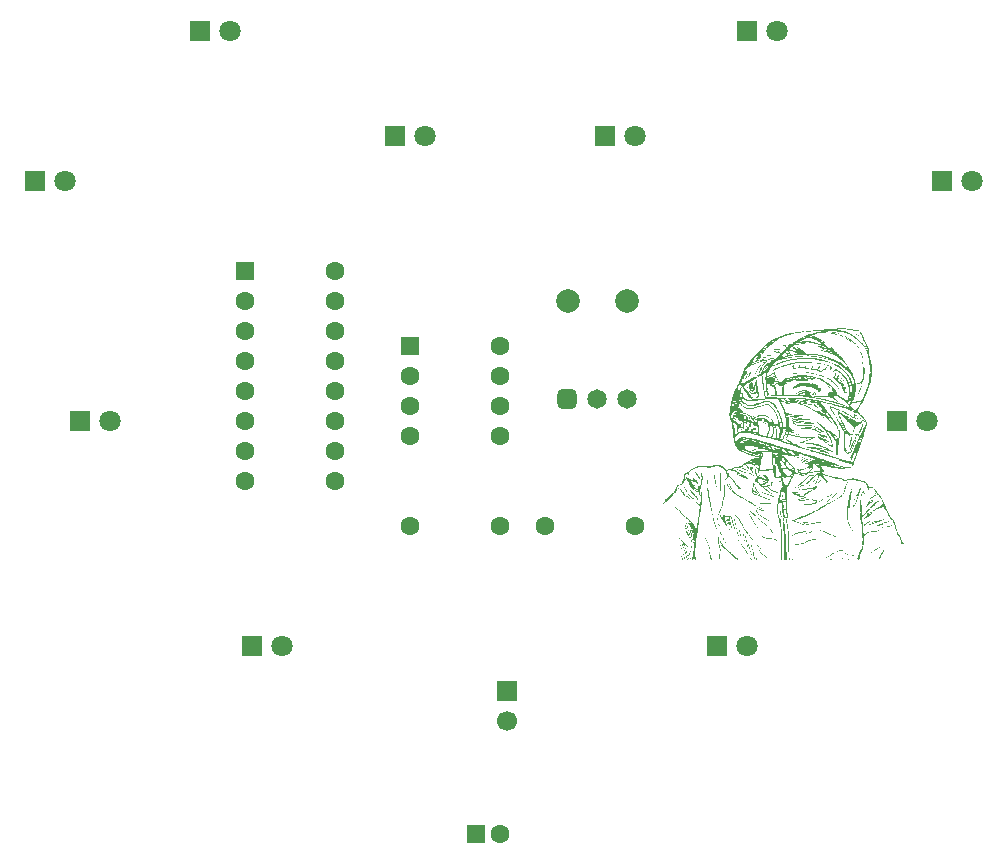
<source format=gbr>
%TF.GenerationSoftware,KiCad,Pcbnew,9.0.6*%
%TF.CreationDate,2026-02-17T17:24:44+05:30*%
%TF.ProjectId,blinky,626c696e-6b79-42e6-9b69-6361645f7063,rev?*%
%TF.SameCoordinates,Original*%
%TF.FileFunction,Soldermask,Top*%
%TF.FilePolarity,Negative*%
%FSLAX46Y46*%
G04 Gerber Fmt 4.6, Leading zero omitted, Abs format (unit mm)*
G04 Created by KiCad (PCBNEW 9.0.6) date 2026-02-17 17:24:44*
%MOMM*%
%LPD*%
G01*
G04 APERTURE LIST*
G04 Aperture macros list*
%AMRoundRect*
0 Rectangle with rounded corners*
0 $1 Rounding radius*
0 $2 $3 $4 $5 $6 $7 $8 $9 X,Y pos of 4 corners*
0 Add a 4 corners polygon primitive as box body*
4,1,4,$2,$3,$4,$5,$6,$7,$8,$9,$2,$3,0*
0 Add four circle primitives for the rounded corners*
1,1,$1+$1,$2,$3*
1,1,$1+$1,$4,$5*
1,1,$1+$1,$6,$7*
1,1,$1+$1,$8,$9*
0 Add four rect primitives between the rounded corners*
20,1,$1+$1,$2,$3,$4,$5,0*
20,1,$1+$1,$4,$5,$6,$7,0*
20,1,$1+$1,$6,$7,$8,$9,0*
20,1,$1+$1,$8,$9,$2,$3,0*%
G04 Aperture macros list end*
%ADD10C,0.000000*%
%ADD11C,1.800000*%
%ADD12R,1.800000X1.800000*%
%ADD13C,1.650000*%
%ADD14RoundRect,0.412500X-0.412500X-0.412500X0.412500X-0.412500X0.412500X0.412500X-0.412500X0.412500X0*%
%ADD15C,1.600000*%
%ADD16C,2.000000*%
%ADD17RoundRect,0.250000X-0.550000X-0.550000X0.550000X-0.550000X0.550000X0.550000X-0.550000X0.550000X0*%
%ADD18C,1.700000*%
%ADD19R,1.700000X1.700000*%
G04 APERTURE END LIST*
D10*
%TO.C,               *%
G36*
X173992122Y-100123551D02*
G01*
X173988677Y-100132091D01*
X173968863Y-100153125D01*
X173965327Y-100154140D01*
X173955856Y-100137081D01*
X173955604Y-100132091D01*
X173972554Y-100110890D01*
X173978953Y-100110043D01*
X173992122Y-100123551D01*
G37*
G36*
X173933555Y-100187213D02*
G01*
X173922531Y-100198237D01*
X173911506Y-100187213D01*
X173922531Y-100176189D01*
X173933555Y-100187213D01*
G37*
G36*
X174407111Y-100203601D02*
G01*
X174418624Y-100218752D01*
X174404007Y-100241402D01*
X174398379Y-100242334D01*
X174361904Y-100249609D01*
X174340249Y-100256872D01*
X174312417Y-100259559D01*
X174312612Y-100240336D01*
X174335669Y-100215819D01*
X174373405Y-100202304D01*
X174407111Y-100203601D01*
G37*
G36*
X174154041Y-100057220D02*
G01*
X174140845Y-100091769D01*
X174106626Y-100143020D01*
X174059436Y-100201972D01*
X174007328Y-100259624D01*
X173958353Y-100306973D01*
X173920564Y-100335017D01*
X173903540Y-100337262D01*
X173908301Y-100315730D01*
X173942019Y-100268658D01*
X174005959Y-100194435D01*
X174071359Y-100123341D01*
X174116121Y-100079083D01*
X174146146Y-100056212D01*
X174154041Y-100057220D01*
G37*
G36*
X177455796Y-97977250D02*
G01*
X177482354Y-97989764D01*
X177483381Y-97993376D01*
X177464686Y-98010702D01*
X177433772Y-98015726D01*
X177369753Y-98021900D01*
X177337042Y-98028671D01*
X177294358Y-98030180D01*
X177276535Y-98019656D01*
X177281636Y-97994935D01*
X177297898Y-97984662D01*
X177347325Y-97973936D01*
X177405372Y-97971720D01*
X177455796Y-97977250D01*
G37*
G36*
X177126872Y-98071428D02*
G01*
X177130604Y-98081571D01*
X177112745Y-98101132D01*
X177097531Y-98103619D01*
X177068189Y-98091714D01*
X177064458Y-98081571D01*
X177082316Y-98062009D01*
X177097531Y-98059522D01*
X177126872Y-98071428D01*
G37*
G36*
X176556442Y-99244104D02*
G01*
X176557340Y-99250147D01*
X176549817Y-99271622D01*
X176547617Y-99272196D01*
X176528792Y-99256745D01*
X176524267Y-99250147D01*
X176526015Y-99229830D01*
X176533990Y-99228098D01*
X176556442Y-99244104D01*
G37*
G36*
X176051586Y-99298241D02*
G01*
X176158170Y-99306923D01*
X176168412Y-99308265D01*
X176240556Y-99320781D01*
X176270876Y-99332276D01*
X176261639Y-99342246D01*
X176215115Y-99350186D01*
X176133573Y-99355592D01*
X176019282Y-99357960D01*
X175945491Y-99357804D01*
X175814376Y-99357916D01*
X175684216Y-99360240D01*
X175568400Y-99364396D01*
X175480320Y-99370005D01*
X175465933Y-99371403D01*
X175392772Y-99377374D01*
X175342955Y-99377852D01*
X175326105Y-99372807D01*
X175326754Y-99371830D01*
X175367388Y-99351500D01*
X175443430Y-99333353D01*
X175546219Y-99318041D01*
X175667091Y-99306220D01*
X175797384Y-99298544D01*
X175928437Y-99295666D01*
X176051586Y-99298241D01*
G37*
G36*
X176072270Y-99724192D02*
G01*
X176061246Y-99735216D01*
X176050222Y-99724192D01*
X176061246Y-99713168D01*
X176072270Y-99724192D01*
G37*
G36*
X175208266Y-99775573D02*
G01*
X175288378Y-99779733D01*
X175344281Y-99786822D01*
X175364407Y-99794831D01*
X175392926Y-99817426D01*
X175432861Y-99839065D01*
X175487982Y-99864524D01*
X175432861Y-99865678D01*
X175376445Y-99858279D01*
X175344666Y-99845459D01*
X175310537Y-99837020D01*
X175242313Y-99829973D01*
X175149995Y-99825071D01*
X175047010Y-99823078D01*
X174934815Y-99821824D01*
X174862041Y-99818716D01*
X174824030Y-99813207D01*
X174816126Y-99804753D01*
X174825450Y-99797112D01*
X174863372Y-99787313D01*
X174931497Y-99780214D01*
X175018943Y-99775860D01*
X175114827Y-99774298D01*
X175208266Y-99775573D01*
G37*
G36*
X175780439Y-99921105D02*
G01*
X175778008Y-99943204D01*
X175762951Y-99956564D01*
X175717400Y-99976306D01*
X175698030Y-99962089D01*
X175697444Y-99955011D01*
X175715257Y-99928550D01*
X175751839Y-99914353D01*
X175780439Y-99921105D01*
G37*
G36*
X175272424Y-99934970D02*
G01*
X175348775Y-99938578D01*
X175397662Y-99945115D01*
X175410812Y-99952464D01*
X175390076Y-99960090D01*
X175333079Y-99968274D01*
X175247634Y-99976202D01*
X175141555Y-99983057D01*
X175096619Y-99985249D01*
X174978175Y-99991287D01*
X174871030Y-99998165D01*
X174785137Y-100005143D01*
X174730450Y-100011481D01*
X174721793Y-100013107D01*
X174676805Y-100016591D01*
X174661159Y-100004633D01*
X174681072Y-99989695D01*
X174733099Y-99972570D01*
X174800769Y-99957966D01*
X174876411Y-99948172D01*
X174970600Y-99940893D01*
X175074133Y-99936210D01*
X175177809Y-99934209D01*
X175272424Y-99934970D01*
G37*
G36*
X175756240Y-100007149D02*
G01*
X175758879Y-100033316D01*
X175756240Y-100036547D01*
X175743132Y-100033521D01*
X175741541Y-100021848D01*
X175749608Y-100003700D01*
X175756240Y-100007149D01*
G37*
G36*
X174991888Y-100429748D02*
G01*
X174980864Y-100440772D01*
X174969840Y-100429748D01*
X174980864Y-100418723D01*
X174991888Y-100429748D01*
G37*
G36*
X174750327Y-100385394D02*
G01*
X174728720Y-100416621D01*
X174671592Y-100466688D01*
X174639111Y-100491615D01*
X174582452Y-100530909D01*
X174542669Y-100552757D01*
X174528867Y-100552919D01*
X174544575Y-100529679D01*
X174583777Y-100490381D01*
X174634594Y-100445294D01*
X174685148Y-100404689D01*
X174723558Y-100378837D01*
X174735088Y-100374626D01*
X174750327Y-100385394D01*
G37*
G36*
X173801263Y-100672282D02*
G01*
X173790239Y-100683307D01*
X173779215Y-100672282D01*
X173790239Y-100661258D01*
X173801263Y-100672282D01*
G37*
G36*
X175006814Y-100838968D02*
G01*
X175006166Y-100868003D01*
X174988340Y-100915631D01*
X174952236Y-100932485D01*
X174914082Y-100931932D01*
X174908139Y-100909086D01*
X174930425Y-100872189D01*
X174962069Y-100844604D01*
X174996403Y-100825577D01*
X175006814Y-100838968D01*
G37*
G36*
X174507010Y-100609180D02*
G01*
X174491080Y-100644019D01*
X174467495Y-100673637D01*
X174416513Y-100735898D01*
X174354970Y-100820734D01*
X174293887Y-100912265D01*
X174244287Y-100994612D01*
X174242693Y-100997499D01*
X174210054Y-101048388D01*
X174182334Y-101077515D01*
X174175365Y-101080182D01*
X174172206Y-101063675D01*
X174189333Y-101021889D01*
X174203374Y-100996664D01*
X174247398Y-100923614D01*
X174281532Y-100869848D01*
X174316349Y-100819795D01*
X174362421Y-100757888D01*
X174391759Y-100719229D01*
X174439615Y-100658084D01*
X174476877Y-100613762D01*
X174495992Y-100595215D01*
X174496490Y-100595112D01*
X174507010Y-100609180D01*
G37*
G36*
X174581654Y-100789771D02*
G01*
X174582129Y-100821872D01*
X174567192Y-100875699D01*
X174560502Y-100892809D01*
X174541604Y-100946930D01*
X174536260Y-100981901D01*
X174537983Y-100986404D01*
X174552832Y-100977034D01*
X174572452Y-100938205D01*
X174572965Y-100936866D01*
X174591967Y-100896678D01*
X174605445Y-100884840D01*
X174605617Y-100884998D01*
X174605243Y-100910537D01*
X174591155Y-100960052D01*
X174569286Y-101018273D01*
X174545573Y-101069936D01*
X174525950Y-101099770D01*
X174521170Y-101102230D01*
X174511006Y-101085977D01*
X174514792Y-101069157D01*
X174517198Y-101040670D01*
X174510211Y-101036084D01*
X174489421Y-101054645D01*
X174462976Y-101100138D01*
X174437968Y-101157280D01*
X174421486Y-101210791D01*
X174418624Y-101233467D01*
X174410283Y-101293499D01*
X174389523Y-101334898D01*
X174371103Y-101344765D01*
X174360931Y-101325283D01*
X174361329Y-101274966D01*
X174364127Y-101252388D01*
X174383654Y-101175198D01*
X174416553Y-101089838D01*
X174431337Y-101059639D01*
X174462770Y-100989537D01*
X174481977Y-100925393D01*
X174484770Y-100901873D01*
X174495503Y-100856424D01*
X174521086Y-100814076D01*
X174551598Y-100786312D01*
X174577114Y-100784612D01*
X174581654Y-100789771D01*
G37*
G36*
X174172816Y-101115036D02*
G01*
X174171458Y-101118767D01*
X174127411Y-101212122D01*
X174092356Y-101297188D01*
X174070691Y-101362639D01*
X174065847Y-101390690D01*
X174055505Y-101425501D01*
X174042046Y-101432959D01*
X174028259Y-101413736D01*
X174033183Y-101361301D01*
X174051791Y-101297382D01*
X174079967Y-101227169D01*
X174111664Y-101163035D01*
X174140839Y-101117350D01*
X174159787Y-101102230D01*
X174172816Y-101115036D01*
G37*
G36*
X173664365Y-101214404D02*
G01*
X173668972Y-101257665D01*
X173660686Y-101315467D01*
X173640122Y-101377438D01*
X173613720Y-101428675D01*
X173587921Y-101454273D01*
X173583701Y-101455008D01*
X173566765Y-101474005D01*
X173546263Y-101521490D01*
X173539927Y-101541060D01*
X173511827Y-101611408D01*
X173476446Y-101671951D01*
X173471024Y-101678864D01*
X173441022Y-101712539D01*
X173429413Y-101713180D01*
X173427170Y-101685912D01*
X173438986Y-101631919D01*
X173456577Y-101597718D01*
X173481611Y-101547264D01*
X173509467Y-101470506D01*
X173535003Y-101384513D01*
X173553076Y-101306351D01*
X173558729Y-101258689D01*
X173566963Y-101219347D01*
X173585104Y-101216614D01*
X173603309Y-101247670D01*
X173609082Y-101273107D01*
X173615442Y-101310175D01*
X173618873Y-101307061D01*
X173621571Y-101262083D01*
X173631650Y-101208193D01*
X173649012Y-101192012D01*
X173664365Y-101214404D01*
G37*
G36*
X173416895Y-101349983D02*
G01*
X173416648Y-101376275D01*
X173402768Y-101433867D01*
X173377864Y-101513057D01*
X173358159Y-101568403D01*
X173320443Y-101665356D01*
X173291092Y-101727476D01*
X173265718Y-101762142D01*
X173239933Y-101776733D01*
X173233512Y-101778021D01*
X173195065Y-101777498D01*
X173183902Y-101768456D01*
X173195192Y-101738746D01*
X173213796Y-101707961D01*
X173237684Y-101662361D01*
X173265951Y-101593507D01*
X173281570Y-101549146D01*
X173314081Y-101466508D01*
X173350198Y-101399931D01*
X173384539Y-101357332D01*
X173411726Y-101346628D01*
X173416895Y-101349983D01*
G37*
G36*
X176094319Y-102458220D02*
G01*
X176083295Y-102469244D01*
X176072270Y-102458220D01*
X176083295Y-102447196D01*
X176094319Y-102458220D01*
G37*
G36*
X175645997Y-101462358D02*
G01*
X175642971Y-101475465D01*
X175631298Y-101477057D01*
X175613150Y-101468989D01*
X175616599Y-101462358D01*
X175642766Y-101459719D01*
X175645997Y-101462358D01*
G37*
G36*
X175488727Y-101559458D02*
G01*
X175484931Y-101576275D01*
X175463670Y-101605443D01*
X175453242Y-101609348D01*
X175443140Y-101593092D01*
X175446936Y-101576275D01*
X175468197Y-101547108D01*
X175478625Y-101543203D01*
X175488727Y-101559458D01*
G37*
G36*
X175797964Y-101790977D02*
G01*
X175805576Y-101798231D01*
X175827616Y-101834262D01*
X175841415Y-101877587D01*
X175842672Y-101910539D01*
X175834760Y-101918029D01*
X175812209Y-101900155D01*
X175788352Y-101860058D01*
X175773529Y-101812580D01*
X175777584Y-101786497D01*
X175797964Y-101790977D01*
G37*
G36*
X175937491Y-102046130D02*
G01*
X175939979Y-102061345D01*
X175928073Y-102090686D01*
X175917930Y-102094418D01*
X175898369Y-102076559D01*
X175895881Y-102061345D01*
X175907787Y-102032003D01*
X175917930Y-102028272D01*
X175937491Y-102046130D01*
G37*
G36*
X175741541Y-102127491D02*
G01*
X175730517Y-102138515D01*
X175719493Y-102127491D01*
X175730517Y-102116466D01*
X175741541Y-102127491D01*
G37*
G36*
X177329041Y-101951102D02*
G01*
X177318017Y-101962126D01*
X177306993Y-101951102D01*
X177318017Y-101940078D01*
X177329041Y-101951102D01*
G37*
G36*
X177703868Y-102215685D02*
G01*
X177692843Y-102226709D01*
X177681819Y-102215685D01*
X177692843Y-102204661D01*
X177703868Y-102215685D01*
G37*
G36*
X176679399Y-102287076D02*
G01*
X176675556Y-102303880D01*
X176646286Y-102333207D01*
X176629451Y-102336952D01*
X176607990Y-102330964D01*
X176621454Y-102306351D01*
X176623486Y-102303880D01*
X176654965Y-102276182D01*
X176669591Y-102270807D01*
X176679399Y-102287076D01*
G37*
G36*
X176748071Y-102343946D02*
G01*
X176738943Y-102361798D01*
X176703411Y-102393035D01*
X176692449Y-102401092D01*
X176644716Y-102427551D01*
X176615491Y-102428941D01*
X176613288Y-102426485D01*
X176622245Y-102405549D01*
X176656271Y-102377891D01*
X176699513Y-102353218D01*
X176736117Y-102341239D01*
X176748071Y-102343946D01*
G37*
G36*
X179479307Y-102451397D02*
G01*
X179479557Y-102478214D01*
X179461228Y-102524382D01*
X179459340Y-102527929D01*
X179436389Y-102565894D01*
X179426598Y-102566402D01*
X179424880Y-102546414D01*
X179432516Y-102499287D01*
X179451122Y-102461635D01*
X179472494Y-102447780D01*
X179479307Y-102451397D01*
G37*
G36*
X180214139Y-102395082D02*
G01*
X180258112Y-102428789D01*
X180266282Y-102436171D01*
X180309758Y-102472622D01*
X180340217Y-102491355D01*
X180343226Y-102491986D01*
X180362865Y-102505898D01*
X180392081Y-102537431D01*
X180419515Y-102572590D01*
X180433810Y-102597383D01*
X180432151Y-102601536D01*
X180411935Y-102588932D01*
X180370235Y-102557206D01*
X180349939Y-102540902D01*
X180263787Y-102469657D01*
X180209240Y-102421738D01*
X180182800Y-102393780D01*
X180180973Y-102382418D01*
X180184562Y-102381746D01*
X180214139Y-102395082D01*
G37*
G36*
X178541715Y-102766900D02*
G01*
X178530690Y-102777925D01*
X178519666Y-102766900D01*
X178530690Y-102755876D01*
X178541715Y-102766900D01*
G37*
G36*
X177983148Y-102151140D02*
G01*
X178027588Y-102157491D01*
X178106052Y-102162079D01*
X178208488Y-102164556D01*
X178324845Y-102164575D01*
X178358674Y-102164090D01*
X178483221Y-102162307D01*
X178572409Y-102162772D01*
X178634960Y-102166530D01*
X178679597Y-102174626D01*
X178715042Y-102188106D01*
X178750016Y-102208014D01*
X178755873Y-102211691D01*
X178814788Y-102252638D01*
X178860606Y-102290959D01*
X178869955Y-102300881D01*
X178901636Y-102330165D01*
X178917545Y-102336952D01*
X178914831Y-102323464D01*
X178898853Y-102303880D01*
X178982687Y-102303880D01*
X178993711Y-102314904D01*
X179004736Y-102303880D01*
X178993711Y-102292855D01*
X178982687Y-102303880D01*
X178898853Y-102303880D01*
X178887151Y-102289536D01*
X178870748Y-102272503D01*
X178830563Y-102226033D01*
X178809275Y-102189718D01*
X178808470Y-102170883D01*
X178829734Y-102176854D01*
X178854134Y-102195731D01*
X178886119Y-102220116D01*
X178892474Y-102212848D01*
X178889778Y-102204045D01*
X178892260Y-102178636D01*
X178930182Y-102172662D01*
X178931390Y-102172712D01*
X178988272Y-102197117D01*
X179029226Y-102247472D01*
X179060087Y-102290398D01*
X179082647Y-102308020D01*
X179086236Y-102306899D01*
X179084883Y-102281985D01*
X179070881Y-102259782D01*
X179053725Y-102226107D01*
X179056575Y-102211617D01*
X179080587Y-102217290D01*
X179125121Y-102260608D01*
X179189263Y-102340679D01*
X179191472Y-102343629D01*
X179213778Y-102368384D01*
X179216349Y-102355981D01*
X179199158Y-102305446D01*
X179189790Y-102281831D01*
X179183048Y-102249892D01*
X179196127Y-102246356D01*
X179220725Y-102265661D01*
X179248537Y-102302246D01*
X179263872Y-102331440D01*
X179287130Y-102380302D01*
X179299871Y-102391935D01*
X179307391Y-102370276D01*
X179308377Y-102364513D01*
X179321802Y-102325769D01*
X179335288Y-102314904D01*
X179358597Y-102335080D01*
X179377079Y-102388282D01*
X179388608Y-102463522D01*
X179391056Y-102549811D01*
X179388553Y-102590132D01*
X179376164Y-102722045D01*
X179416448Y-102667049D01*
X179454510Y-102611608D01*
X179481184Y-102568210D01*
X179517328Y-102529764D01*
X179554239Y-102533670D01*
X179584979Y-102578859D01*
X179587066Y-102584515D01*
X179595637Y-102625682D01*
X179585798Y-102666403D01*
X179552985Y-102721150D01*
X179536618Y-102744367D01*
X179495323Y-102807821D01*
X179483164Y-102838786D01*
X179497447Y-102835290D01*
X179535473Y-102795359D01*
X179561463Y-102762546D01*
X179600106Y-102718359D01*
X179619026Y-102709996D01*
X179617178Y-102733336D01*
X179593520Y-102784258D01*
X179574970Y-102815899D01*
X179536342Y-102866788D01*
X179499460Y-102884028D01*
X179476857Y-102882404D01*
X179435440Y-102884598D01*
X179418889Y-102918421D01*
X179418800Y-102918997D01*
X179412365Y-102948607D01*
X179403456Y-102939802D01*
X179392514Y-102910216D01*
X179378911Y-102845483D01*
X179377700Y-102822022D01*
X179401611Y-102822022D01*
X179409678Y-102840170D01*
X179416310Y-102836721D01*
X179418948Y-102810554D01*
X179416310Y-102807323D01*
X179403202Y-102810349D01*
X179401611Y-102822022D01*
X179377700Y-102822022D01*
X179375993Y-102788949D01*
X179375937Y-102755403D01*
X179423659Y-102755403D01*
X179440148Y-102777195D01*
X179445708Y-102777925D01*
X179465124Y-102760005D01*
X179467756Y-102743959D01*
X179480190Y-102704401D01*
X179510640Y-102652186D01*
X179515800Y-102645011D01*
X179544222Y-102599872D01*
X179553355Y-102570979D01*
X179552099Y-102568286D01*
X179535075Y-102577724D01*
X179505179Y-102613044D01*
X179471065Y-102661637D01*
X179441385Y-102710899D01*
X179424792Y-102748222D01*
X179423659Y-102755403D01*
X179375937Y-102755403D01*
X179375925Y-102748249D01*
X179369097Y-102747997D01*
X179360539Y-102766409D01*
X179345422Y-102796557D01*
X179331786Y-102788932D01*
X179317654Y-102763796D01*
X179304317Y-102721721D01*
X179308680Y-102700552D01*
X179302251Y-102692816D01*
X179264839Y-102697827D01*
X179263807Y-102698073D01*
X179220492Y-102703017D01*
X179203173Y-102694580D01*
X179184566Y-102676136D01*
X179138567Y-102653419D01*
X179126003Y-102648635D01*
X179075927Y-102626895D01*
X179049861Y-102608486D01*
X179048806Y-102605621D01*
X179035106Y-102578583D01*
X179002802Y-102537366D01*
X178965004Y-102496785D01*
X178934824Y-102471659D01*
X178928122Y-102469244D01*
X178920569Y-102487366D01*
X178925595Y-102524366D01*
X178930734Y-102562710D01*
X178916870Y-102576140D01*
X178878342Y-102564668D01*
X178809485Y-102528306D01*
X178803036Y-102524631D01*
X178733631Y-102486874D01*
X178695505Y-102472329D01*
X178683060Y-102480037D01*
X178689135Y-102505061D01*
X178694238Y-102526704D01*
X178678153Y-102523494D01*
X178643970Y-102502279D01*
X178604757Y-102478524D01*
X178593278Y-102480016D01*
X178598820Y-102499535D01*
X178602564Y-102530353D01*
X178580564Y-102529340D01*
X178536990Y-102497066D01*
X178529373Y-102490055D01*
X178470370Y-102458853D01*
X178467561Y-102458220D01*
X178541715Y-102458220D01*
X178552739Y-102469244D01*
X178563763Y-102458220D01*
X179313416Y-102458220D01*
X179324440Y-102469244D01*
X179335465Y-102458220D01*
X179324440Y-102447196D01*
X179313416Y-102458220D01*
X178563763Y-102458220D01*
X178552739Y-102447196D01*
X178541715Y-102458220D01*
X178467561Y-102458220D01*
X178370060Y-102436251D01*
X178230445Y-102422553D01*
X178057334Y-102418063D01*
X177995402Y-102415825D01*
X177988735Y-102414123D01*
X179225222Y-102414123D01*
X179236246Y-102425147D01*
X179247270Y-102414123D01*
X179236246Y-102403098D01*
X179225222Y-102414123D01*
X177988735Y-102414123D01*
X177970942Y-102409581D01*
X177980164Y-102402439D01*
X177990896Y-102392074D01*
X178343277Y-102392074D01*
X178354302Y-102403098D01*
X178365326Y-102392074D01*
X179137027Y-102392074D01*
X179148052Y-102403098D01*
X179159076Y-102392074D01*
X179148052Y-102381050D01*
X179137027Y-102392074D01*
X178365326Y-102392074D01*
X178354302Y-102381050D01*
X178343277Y-102392074D01*
X177990896Y-102392074D01*
X177990976Y-102391997D01*
X177958955Y-102383580D01*
X177905706Y-102378410D01*
X177831293Y-102376806D01*
X177787409Y-102383164D01*
X177778056Y-102395391D01*
X177807239Y-102411392D01*
X177829745Y-102418155D01*
X177861225Y-102428205D01*
X177860260Y-102435644D01*
X177822444Y-102443259D01*
X177781038Y-102448967D01*
X177692683Y-102470880D01*
X177595468Y-102510486D01*
X177551694Y-102533883D01*
X177476397Y-102573885D01*
X177431646Y-102586228D01*
X177416959Y-102579039D01*
X177399183Y-102570461D01*
X177387045Y-102590950D01*
X177361560Y-102616915D01*
X177343031Y-102616749D01*
X177305858Y-102620225D01*
X177254905Y-102643939D01*
X177249511Y-102647389D01*
X177191814Y-102681240D01*
X177166363Y-102685253D01*
X177172840Y-102659329D01*
X177192104Y-102629097D01*
X177219432Y-102581618D01*
X177228587Y-102547997D01*
X177228264Y-102546414D01*
X177241363Y-102524129D01*
X177244609Y-102520691D01*
X177424585Y-102520691D01*
X177427612Y-102533799D01*
X177439284Y-102535390D01*
X177457433Y-102527323D01*
X177453983Y-102520691D01*
X177427817Y-102518052D01*
X177424585Y-102520691D01*
X177244609Y-102520691D01*
X177280541Y-102482631D01*
X177336969Y-102429650D01*
X177401816Y-102372915D01*
X177466253Y-102320158D01*
X177521451Y-102279106D01*
X177558078Y-102257681D01*
X177589422Y-102252349D01*
X177590914Y-102267478D01*
X177566353Y-102295030D01*
X177527479Y-102322421D01*
X177483109Y-102354186D01*
X177461689Y-102380434D01*
X177461333Y-102382862D01*
X177478060Y-102388378D01*
X177519152Y-102374161D01*
X177527479Y-102370025D01*
X177533116Y-102366351D01*
X178284481Y-102366351D01*
X178287508Y-102379459D01*
X178299180Y-102381050D01*
X178317329Y-102372982D01*
X178313879Y-102366351D01*
X178287713Y-102363712D01*
X178284481Y-102366351D01*
X177533116Y-102366351D01*
X177572384Y-102340759D01*
X177593409Y-102315149D01*
X177593624Y-102313213D01*
X177612009Y-102290925D01*
X177613955Y-102289784D01*
X177836159Y-102289784D01*
X177855176Y-102308117D01*
X177896793Y-102315242D01*
X177954632Y-102323050D01*
X177990499Y-102336952D01*
X178030250Y-102348912D01*
X178096485Y-102356502D01*
X178144840Y-102357962D01*
X178212295Y-102356750D01*
X178242250Y-102351811D01*
X178241290Y-102340399D01*
X178223308Y-102325227D01*
X178167078Y-102299441D01*
X178124089Y-102292664D01*
X178069114Y-102289910D01*
X177992888Y-102283126D01*
X177951914Y-102278568D01*
X177897369Y-102274786D01*
X178301209Y-102274786D01*
X178317005Y-102290093D01*
X178321229Y-102292855D01*
X178354406Y-102312108D01*
X178364633Y-102306382D01*
X178365326Y-102292855D01*
X178347146Y-102274324D01*
X178326741Y-102271144D01*
X178301209Y-102274786D01*
X177897369Y-102274786D01*
X177876759Y-102273357D01*
X177840622Y-102280938D01*
X177836159Y-102289784D01*
X177613955Y-102289784D01*
X177657530Y-102264240D01*
X177667589Y-102259782D01*
X178255083Y-102259782D01*
X178266107Y-102270807D01*
X178277131Y-102259782D01*
X178266107Y-102248758D01*
X178255083Y-102259782D01*
X177667589Y-102259782D01*
X177670795Y-102258361D01*
X177700747Y-102243244D01*
X177973183Y-102243244D01*
X177989213Y-102245331D01*
X178030274Y-102232972D01*
X178045621Y-102226709D01*
X178069912Y-102212010D01*
X178549064Y-102212010D01*
X178552091Y-102225118D01*
X178563763Y-102226709D01*
X178581912Y-102218642D01*
X178578462Y-102212010D01*
X178552296Y-102209372D01*
X178549064Y-102212010D01*
X178069912Y-102212010D01*
X178070471Y-102211672D01*
X178056645Y-102206548D01*
X178009577Y-102216960D01*
X177990499Y-102226709D01*
X177973183Y-102243244D01*
X177700747Y-102243244D01*
X177720570Y-102233239D01*
X177746777Y-102211574D01*
X177747965Y-102207894D01*
X177767530Y-102185950D01*
X177816349Y-102165977D01*
X177879607Y-102151551D01*
X177942492Y-102146246D01*
X177983148Y-102151140D01*
G37*
G36*
X179145412Y-102936326D02*
G01*
X179164049Y-102961780D01*
X179195846Y-103014064D01*
X179222310Y-103059045D01*
X179258176Y-103127199D01*
X179269440Y-103166459D01*
X179262054Y-103174800D01*
X179237116Y-103156816D01*
X179201765Y-103110300D01*
X179173087Y-103062227D01*
X179142375Y-102999804D01*
X179125355Y-102953893D01*
X179124658Y-102937285D01*
X179134195Y-102930547D01*
X179145412Y-102936326D01*
G37*
G36*
X179015374Y-102840044D02*
G01*
X179044338Y-102886740D01*
X179080622Y-102951056D01*
X179118320Y-103021935D01*
X179151525Y-103088323D01*
X179174328Y-103139164D01*
X179181124Y-103161676D01*
X179172677Y-103177911D01*
X179151036Y-103160136D01*
X179121749Y-103114256D01*
X179105152Y-103080840D01*
X179067993Y-103001064D01*
X179029810Y-102920794D01*
X179022022Y-102904704D01*
X179001185Y-102854188D01*
X178996365Y-102824939D01*
X178999637Y-102822022D01*
X179015374Y-102840044D01*
G37*
G36*
X178895485Y-103101280D02*
G01*
X178922450Y-103130702D01*
X178943218Y-103162632D01*
X178939150Y-103174800D01*
X178913289Y-103157602D01*
X178894493Y-103130702D01*
X178878746Y-103096503D01*
X178877792Y-103086605D01*
X178895485Y-103101280D01*
G37*
G36*
X178888917Y-102841087D02*
G01*
X178926463Y-102877303D01*
X178958050Y-102933301D01*
X178959441Y-102936935D01*
X178996451Y-103027996D01*
X179050413Y-103146251D01*
X179066631Y-103180312D01*
X179058119Y-103196037D01*
X179051338Y-103196848D01*
X179031916Y-103178287D01*
X179000062Y-103128754D01*
X178961471Y-103057481D01*
X178945914Y-103025972D01*
X178907530Y-102946237D01*
X178876343Y-102881545D01*
X178857386Y-102842335D01*
X178854500Y-102836417D01*
X178862938Y-102830455D01*
X178888917Y-102841087D01*
G37*
G36*
X173205310Y-102552168D02*
G01*
X173205951Y-102557439D01*
X173189172Y-102578847D01*
X173183902Y-102579487D01*
X173162494Y-102562709D01*
X173161854Y-102557439D01*
X173178632Y-102536031D01*
X173183902Y-102535390D01*
X173205310Y-102552168D01*
G37*
G36*
X173818941Y-102117607D02*
G01*
X173834290Y-102185633D01*
X173838633Y-102245348D01*
X173822843Y-102301594D01*
X173789534Y-102361854D01*
X173741577Y-102432874D01*
X173690863Y-102498700D01*
X173673072Y-102518999D01*
X173637645Y-102563545D01*
X173633385Y-102592722D01*
X173643342Y-102606774D01*
X173672695Y-102609323D01*
X173714317Y-102583321D01*
X173758972Y-102538715D01*
X173797427Y-102485454D01*
X173820448Y-102433485D01*
X173823312Y-102412896D01*
X173835033Y-102369483D01*
X173856385Y-102359001D01*
X173883235Y-102377679D01*
X173889458Y-102406410D01*
X173893729Y-102449960D01*
X173905044Y-102522513D01*
X173921153Y-102609964D01*
X173924987Y-102629165D01*
X173941944Y-102717852D01*
X173948949Y-102774077D01*
X173946104Y-102808313D01*
X173933512Y-102831035D01*
X173927023Y-102838003D01*
X173909500Y-102850567D01*
X173896466Y-102842112D01*
X173884845Y-102805803D01*
X173871559Y-102734806D01*
X173866420Y-102703443D01*
X173851332Y-102624008D01*
X173835759Y-102564830D01*
X173822596Y-102536452D01*
X173820287Y-102535390D01*
X173803545Y-102553362D01*
X173801263Y-102569516D01*
X173786215Y-102606143D01*
X173749154Y-102652429D01*
X173740630Y-102660805D01*
X173703833Y-102701548D01*
X173701743Y-102723720D01*
X173710313Y-102728654D01*
X173757643Y-102758111D01*
X173800174Y-102803601D01*
X173822590Y-102847984D01*
X173823312Y-102855095D01*
X173811991Y-102884915D01*
X173778001Y-102876957D01*
X173741285Y-102849420D01*
X173683390Y-102791224D01*
X173627930Y-102722194D01*
X173582063Y-102653066D01*
X173552948Y-102594575D01*
X173547355Y-102558540D01*
X173543506Y-102518473D01*
X173526313Y-102505620D01*
X173496589Y-102477333D01*
X173492583Y-102460749D01*
X173491116Y-102457327D01*
X173624874Y-102457327D01*
X173636822Y-102471237D01*
X173667487Y-102454779D01*
X173709108Y-102412846D01*
X173722971Y-102395505D01*
X173754102Y-102347123D01*
X173774515Y-102301903D01*
X173781996Y-102269116D01*
X173774334Y-102258027D01*
X173751654Y-102275339D01*
X173718786Y-102315079D01*
X173680619Y-102366823D01*
X173646757Y-102416780D01*
X173626809Y-102451159D01*
X173624874Y-102457327D01*
X173491116Y-102457327D01*
X173478070Y-102426892D01*
X173467742Y-102420541D01*
X173467108Y-102399461D01*
X173488885Y-102349468D01*
X173529823Y-102277512D01*
X173548461Y-102247827D01*
X173595751Y-102178117D01*
X173634111Y-102128955D01*
X173657915Y-102107206D01*
X173662568Y-102108658D01*
X173657453Y-102142292D01*
X173634060Y-102194053D01*
X173626029Y-102207877D01*
X173597027Y-102260115D01*
X173581616Y-102296965D01*
X173580860Y-102301785D01*
X173593070Y-102305742D01*
X173624985Y-102281797D01*
X173669284Y-102236888D01*
X173718643Y-102177956D01*
X173736540Y-102154236D01*
X173776751Y-102103964D01*
X173801984Y-102091036D01*
X173818941Y-102117607D01*
G37*
G36*
X173923456Y-102115542D02*
G01*
X173945075Y-102175520D01*
X173968348Y-102269263D01*
X173992268Y-102391681D01*
X174015825Y-102537685D01*
X174038012Y-102702185D01*
X174055337Y-102855640D01*
X174069024Y-102988478D01*
X173984753Y-103054552D01*
X173905619Y-103102829D01*
X173845361Y-103112826D01*
X173800422Y-103096010D01*
X173749126Y-103055035D01*
X173687764Y-102985864D01*
X173612628Y-102884459D01*
X173547183Y-102788108D01*
X173475003Y-102677168D01*
X173426161Y-102596144D01*
X173398106Y-102539257D01*
X173388289Y-102500725D01*
X173394159Y-102474767D01*
X173403811Y-102463134D01*
X173422805Y-102449551D01*
X173418634Y-102461648D01*
X173424160Y-102490604D01*
X173451814Y-102546256D01*
X173496431Y-102620667D01*
X173552843Y-102705900D01*
X173615882Y-102794017D01*
X173680382Y-102877082D01*
X173718259Y-102921904D01*
X173787970Y-102989613D01*
X173844946Y-103018830D01*
X173860237Y-103020459D01*
X173920450Y-103000777D01*
X173970283Y-102951084D01*
X173997138Y-102885412D01*
X173998823Y-102866119D01*
X173995762Y-102825299D01*
X173987092Y-102750952D01*
X173974245Y-102653080D01*
X173958655Y-102541686D01*
X173941753Y-102426775D01*
X173924972Y-102318350D01*
X173909745Y-102226414D01*
X173898562Y-102166076D01*
X173894008Y-102117347D01*
X173902728Y-102094687D01*
X173904500Y-102094418D01*
X173923456Y-102115542D01*
G37*
G36*
X174242236Y-103185824D02*
G01*
X174231211Y-103196848D01*
X174220187Y-103185824D01*
X174231211Y-103174800D01*
X174242236Y-103185824D01*
G37*
G36*
X180762653Y-97803666D02*
G01*
X180756077Y-97813688D01*
X180733714Y-97815247D01*
X180710188Y-97809862D01*
X180720393Y-97801926D01*
X180754852Y-97799297D01*
X180762653Y-97803666D01*
G37*
G36*
X181699895Y-98197034D02*
G01*
X181745270Y-98217344D01*
X181802924Y-98254932D01*
X181832990Y-98288727D01*
X181829241Y-98311656D01*
X181828650Y-98312035D01*
X181800405Y-98308986D01*
X181793003Y-98300629D01*
X181765247Y-98273645D01*
X181716779Y-98239171D01*
X181708797Y-98234206D01*
X181671358Y-98205751D01*
X181670349Y-98192455D01*
X181699895Y-98197034D01*
G37*
G36*
X181934438Y-98336125D02*
G01*
X181986794Y-98364585D01*
X182033831Y-98398090D01*
X182047444Y-98411147D01*
X182070315Y-98430523D01*
X182116251Y-98465990D01*
X182146663Y-98488698D01*
X182202849Y-98531877D01*
X182245344Y-98567546D01*
X182256906Y-98578860D01*
X182288339Y-98606641D01*
X182339548Y-98645073D01*
X182356124Y-98656617D01*
X182466555Y-98738827D01*
X182536939Y-98807098D01*
X182557367Y-98836735D01*
X182571044Y-98868016D01*
X182570520Y-98875321D01*
X182550370Y-98862381D01*
X182519785Y-98836735D01*
X182362879Y-98704278D01*
X182192244Y-98573665D01*
X182076171Y-98492452D01*
X181973657Y-98421624D01*
X181908711Y-98370822D01*
X181880179Y-98338968D01*
X181886910Y-98324983D01*
X181896522Y-98324105D01*
X181934438Y-98336125D01*
G37*
G36*
X182730310Y-99046439D02*
G01*
X182730951Y-99051709D01*
X182714172Y-99073117D01*
X182708902Y-99073758D01*
X182687494Y-99056980D01*
X182686854Y-99051709D01*
X182703632Y-99030302D01*
X182708902Y-99029661D01*
X182730310Y-99046439D01*
G37*
G36*
X182790768Y-99116820D02*
G01*
X182804050Y-99132700D01*
X182834954Y-99179458D01*
X182876633Y-99254632D01*
X182922572Y-99346074D01*
X182949828Y-99404487D01*
X182991653Y-99496404D01*
X183028589Y-99576547D01*
X183055692Y-99634249D01*
X183065863Y-99654989D01*
X183085798Y-99701801D01*
X183112967Y-99776061D01*
X183142922Y-99864238D01*
X183171213Y-99952799D01*
X183193394Y-100028214D01*
X183205015Y-100076949D01*
X183205365Y-100079364D01*
X183201706Y-100131922D01*
X183192025Y-100156534D01*
X183176785Y-100172035D01*
X183172285Y-100146751D01*
X183172261Y-100144565D01*
X183163086Y-100098557D01*
X183140521Y-100034753D01*
X183130746Y-100012273D01*
X183101925Y-99942511D01*
X183068798Y-99852165D01*
X183043728Y-99776922D01*
X183016804Y-99696985D01*
X182983590Y-99610163D01*
X182940725Y-99508512D01*
X182884850Y-99384088D01*
X182812601Y-99228945D01*
X182806003Y-99214947D01*
X182770451Y-99136170D01*
X182756085Y-99094554D01*
X182762869Y-99088602D01*
X182790768Y-99116820D01*
G37*
G36*
X183121666Y-100308480D02*
G01*
X183139997Y-100367969D01*
X183158624Y-100458610D01*
X183175879Y-100567503D01*
X183190094Y-100681745D01*
X183199602Y-100788436D01*
X183202735Y-100874674D01*
X183200215Y-100916153D01*
X183198357Y-100977178D01*
X183204742Y-101057939D01*
X183211477Y-101103566D01*
X183220069Y-101185834D01*
X183222817Y-101290485D01*
X183219219Y-101396131D01*
X183218533Y-101405399D01*
X183213629Y-101488549D01*
X183212950Y-101551738D01*
X183216487Y-101584758D01*
X183218683Y-101587300D01*
X183233029Y-101565718D01*
X183244818Y-101502716D01*
X183253817Y-101400910D01*
X183259793Y-101262917D01*
X183262481Y-101096718D01*
X183264734Y-100973307D01*
X183269603Y-100878192D01*
X183276687Y-100816559D01*
X183285583Y-100793591D01*
X183286003Y-100793550D01*
X183293890Y-100815111D01*
X183299102Y-100877997D01*
X183301548Y-100979512D01*
X183301134Y-101116957D01*
X183299872Y-101195937D01*
X183296537Y-101342976D01*
X183292313Y-101455339D01*
X183286080Y-101542448D01*
X183276714Y-101613724D01*
X183263094Y-101678588D01*
X183244097Y-101746460D01*
X183228299Y-101796762D01*
X183171779Y-101948416D01*
X183110226Y-102060420D01*
X183039014Y-102137221D01*
X182953516Y-102183263D01*
X182849104Y-102202993D01*
X182803910Y-102204516D01*
X182730157Y-102201282D01*
X182675399Y-102192726D01*
X182653781Y-102182612D01*
X182645570Y-102168996D01*
X182648375Y-102161014D01*
X182671264Y-102156051D01*
X182723308Y-102151494D01*
X182775048Y-102147661D01*
X182877961Y-102130543D01*
X182955144Y-102091807D01*
X183017496Y-102023625D01*
X183065960Y-101938731D01*
X183105311Y-101833054D01*
X183133782Y-101695282D01*
X183136988Y-101664470D01*
X183193972Y-101664470D01*
X183204996Y-101675494D01*
X183216020Y-101664470D01*
X183204996Y-101653446D01*
X183193972Y-101664470D01*
X183136988Y-101664470D01*
X183151792Y-101522194D01*
X183159760Y-101310569D01*
X183160223Y-101212473D01*
X183158112Y-101071003D01*
X183153045Y-100925322D01*
X183145602Y-100783750D01*
X183136361Y-100654605D01*
X183125901Y-100546208D01*
X183114800Y-100466878D01*
X183105775Y-100429743D01*
X183090051Y-100363704D01*
X183085527Y-100301533D01*
X183087326Y-100231310D01*
X183121666Y-100308480D01*
G37*
G36*
X183104661Y-102164757D02*
G01*
X183105777Y-102192861D01*
X183102041Y-102234711D01*
X183094753Y-102248758D01*
X183083901Y-102231923D01*
X183083729Y-102228326D01*
X183065468Y-102207149D01*
X183045144Y-102199801D01*
X183022236Y-102191059D01*
X183035663Y-102176240D01*
X183056168Y-102164335D01*
X183092429Y-102148725D01*
X183104661Y-102164757D01*
G37*
G36*
X183096159Y-102290847D02*
G01*
X183098428Y-102304849D01*
X183088215Y-102333591D01*
X183080054Y-102336952D01*
X183062033Y-102320248D01*
X183061680Y-102316205D01*
X183077476Y-102285900D01*
X183080054Y-102284102D01*
X183096159Y-102290847D01*
G37*
G36*
X183051607Y-102399399D02*
G01*
X183052067Y-102430659D01*
X183039228Y-102481530D01*
X183012858Y-102554477D01*
X182976110Y-102643171D01*
X182932139Y-102741279D01*
X182884098Y-102842473D01*
X182835141Y-102940421D01*
X182788421Y-103028794D01*
X182747093Y-103101260D01*
X182714310Y-103151490D01*
X182693226Y-103173154D01*
X182686854Y-103163731D01*
X182695672Y-103139054D01*
X182719338Y-103084138D01*
X182753666Y-103008523D01*
X182775048Y-102962688D01*
X182813326Y-102880295D01*
X182843220Y-102813910D01*
X182860563Y-102772894D01*
X182863242Y-102764577D01*
X182871964Y-102741003D01*
X182895173Y-102687688D01*
X182928434Y-102614723D01*
X182940413Y-102589008D01*
X182976137Y-102510238D01*
X183003089Y-102446116D01*
X183016751Y-102407551D01*
X183017583Y-102402615D01*
X183033547Y-102381594D01*
X183038127Y-102381050D01*
X183051607Y-102399399D01*
G37*
G36*
X178887143Y-100470170D02*
G01*
X178884116Y-100483278D01*
X178872444Y-100484869D01*
X178854295Y-100476802D01*
X178857745Y-100470170D01*
X178883911Y-100467531D01*
X178887143Y-100470170D01*
G37*
G36*
X179501463Y-100724427D02*
G01*
X179485755Y-100770226D01*
X179444382Y-100846915D01*
X179424090Y-100881030D01*
X179380199Y-100952331D01*
X179345413Y-101006331D01*
X179325507Y-101034157D01*
X179323212Y-101036084D01*
X179306887Y-101020842D01*
X179302933Y-101014912D01*
X179305156Y-100984263D01*
X179325250Y-100929219D01*
X179356819Y-100862206D01*
X179393469Y-100795650D01*
X179428803Y-100741976D01*
X179456426Y-100713610D01*
X179458510Y-100712646D01*
X179492162Y-100706305D01*
X179501463Y-100724427D01*
G37*
G36*
X179171296Y-100431637D02*
G01*
X179280351Y-100440373D01*
X179392346Y-100453573D01*
X179497138Y-100470569D01*
X179522878Y-100475721D01*
X179618017Y-100495442D01*
X179735283Y-100519365D01*
X179853535Y-100543185D01*
X179886680Y-100549793D01*
X179967446Y-100568239D01*
X180066333Y-100594357D01*
X180173675Y-100625158D01*
X180279807Y-100657658D01*
X180375066Y-100688868D01*
X180449787Y-100715803D01*
X180494305Y-100735475D01*
X180500190Y-100739398D01*
X180506944Y-100762961D01*
X180515134Y-100814566D01*
X180517687Y-100835288D01*
X180515056Y-100926953D01*
X180487889Y-101000291D01*
X180441008Y-101046414D01*
X180396951Y-101057795D01*
X180377833Y-101044981D01*
X180384326Y-101019548D01*
X180396829Y-100974469D01*
X180407725Y-100906985D01*
X180410644Y-100879454D01*
X180413950Y-100816275D01*
X180403311Y-100779797D01*
X180369823Y-100752911D01*
X180335075Y-100734277D01*
X180243607Y-100696838D01*
X180114251Y-100658178D01*
X179953143Y-100619634D01*
X179766417Y-100582544D01*
X179560210Y-100548244D01*
X179346489Y-100518795D01*
X179200089Y-100500322D01*
X179092596Y-100485803D01*
X179019099Y-100474212D01*
X178974690Y-100464526D01*
X178954459Y-100455722D01*
X178953497Y-100446777D01*
X178963215Y-100438885D01*
X179002584Y-100430225D01*
X179075326Y-100428032D01*
X179171296Y-100431637D01*
G37*
G36*
X178125945Y-100359834D02*
G01*
X178244058Y-100362794D01*
X178411655Y-100368346D01*
X178560479Y-100375269D01*
X178686519Y-100383196D01*
X178785766Y-100391761D01*
X178854209Y-100400600D01*
X178887836Y-100409347D01*
X178882638Y-100417635D01*
X178872444Y-100420068D01*
X178842732Y-100421787D01*
X178774677Y-100423543D01*
X178674033Y-100425257D01*
X178546557Y-100426850D01*
X178398001Y-100428243D01*
X178234120Y-100429356D01*
X178177913Y-100429648D01*
X177988692Y-100430690D01*
X177837954Y-100432058D01*
X177720085Y-100434134D01*
X177629470Y-100437300D01*
X177560494Y-100441936D01*
X177507545Y-100448424D01*
X177465006Y-100457145D01*
X177427264Y-100468481D01*
X177388704Y-100482813D01*
X177387334Y-100483348D01*
X177299447Y-100512369D01*
X177210414Y-100533374D01*
X177161032Y-100540003D01*
X177095085Y-100548464D01*
X177046224Y-100562344D01*
X177036593Y-100567846D01*
X176996652Y-100587113D01*
X176938469Y-100603213D01*
X176937678Y-100603366D01*
X176860345Y-100618253D01*
X176794362Y-100630955D01*
X176738111Y-100645342D01*
X176701273Y-100661028D01*
X176700656Y-100661482D01*
X176665375Y-100676899D01*
X176608522Y-100692311D01*
X176601437Y-100693792D01*
X176536001Y-100709241D01*
X176452715Y-100731998D01*
X176362152Y-100758765D01*
X176274886Y-100786241D01*
X176201493Y-100811128D01*
X176152546Y-100830127D01*
X176138416Y-100838254D01*
X176112178Y-100853836D01*
X176059892Y-100874596D01*
X176039197Y-100881533D01*
X175894790Y-100939132D01*
X175740403Y-101024053D01*
X175649044Y-101083285D01*
X175566081Y-101137346D01*
X175517313Y-101163886D01*
X175502546Y-101162986D01*
X175518164Y-101138787D01*
X175532692Y-101107174D01*
X175529344Y-101095820D01*
X175534128Y-101073264D01*
X175569536Y-101036579D01*
X175627264Y-100992351D01*
X175699007Y-100947167D01*
X175752565Y-100918766D01*
X175870462Y-100864387D01*
X176001705Y-100808939D01*
X176138046Y-100755383D01*
X176271234Y-100706679D01*
X176393021Y-100665787D01*
X176495157Y-100635667D01*
X176569392Y-100619280D01*
X176593080Y-100617161D01*
X176639779Y-100607613D01*
X176657661Y-100596754D01*
X176696480Y-100576035D01*
X176772791Y-100550024D01*
X176880509Y-100520195D01*
X177013551Y-100488026D01*
X177165833Y-100454991D01*
X177331272Y-100422566D01*
X177494406Y-100393786D01*
X177590619Y-100378757D01*
X177678021Y-100367990D01*
X177765933Y-100361100D01*
X177863677Y-100357701D01*
X177980574Y-100357407D01*
X178125945Y-100359834D01*
G37*
G36*
X178359709Y-100592432D02*
G01*
X178364651Y-100641609D01*
X178360810Y-100707202D01*
X178348216Y-100775817D01*
X178345463Y-100785930D01*
X178335501Y-100829858D01*
X178345091Y-100853695D01*
X178383559Y-100869451D01*
X178417121Y-100878199D01*
X178497122Y-100896491D01*
X178575090Y-100911614D01*
X178585812Y-100913376D01*
X178657542Y-100925894D01*
X178720914Y-100938770D01*
X178762903Y-100942961D01*
X178776120Y-100923479D01*
X178776035Y-100907680D01*
X178785811Y-100866505D01*
X178813685Y-100806449D01*
X178852203Y-100739559D01*
X178893909Y-100677884D01*
X178931351Y-100633471D01*
X178955126Y-100618220D01*
X178979198Y-100629079D01*
X178975171Y-100666136D01*
X178942366Y-100731742D01*
X178905517Y-100790465D01*
X178855132Y-100871922D01*
X178832691Y-100924848D01*
X178838368Y-100954972D01*
X178872339Y-100968021D01*
X178911029Y-100970062D01*
X178991140Y-100976600D01*
X179073244Y-100992304D01*
X179078004Y-100993591D01*
X179142381Y-101005841D01*
X179189658Y-100996534D01*
X179217887Y-100980573D01*
X179255992Y-100957332D01*
X179266630Y-100960274D01*
X179260029Y-100986523D01*
X179259125Y-101016641D01*
X179285965Y-101038193D01*
X179332165Y-101054540D01*
X179397861Y-101071246D01*
X179451508Y-101079963D01*
X179459290Y-101080318D01*
X179508895Y-101090423D01*
X179560587Y-101111628D01*
X179598576Y-101127781D01*
X179631329Y-101126276D01*
X179673839Y-101103544D01*
X179714927Y-101074889D01*
X179770329Y-101034201D01*
X179809598Y-101003681D01*
X179820534Y-100993913D01*
X179846425Y-100970692D01*
X179894647Y-100932633D01*
X179954198Y-100887836D01*
X180014078Y-100844400D01*
X180063284Y-100810426D01*
X180090816Y-100794014D01*
X180092666Y-100793550D01*
X180108405Y-100808559D01*
X180101704Y-100843908D01*
X180077134Y-100885082D01*
X180057557Y-100905037D01*
X180024907Y-100934254D01*
X180025460Y-100945324D01*
X180052045Y-100947519D01*
X180069229Y-100953935D01*
X180050088Y-100973247D01*
X180007947Y-100999285D01*
X179945093Y-101028900D01*
X179908892Y-101031268D01*
X179904549Y-101027337D01*
X179880668Y-101025342D01*
X179841297Y-101056444D01*
X179838403Y-101059511D01*
X179736064Y-101144616D01*
X179626728Y-101186320D01*
X179508702Y-101184949D01*
X179390586Y-101145738D01*
X179301003Y-101106210D01*
X179232611Y-101082652D01*
X179168147Y-101069445D01*
X179148052Y-101066788D01*
X179083971Y-101056882D01*
X179005295Y-101041970D01*
X178982687Y-101037193D01*
X178923916Y-101025833D01*
X178832983Y-101009972D01*
X178721354Y-100991540D01*
X178600492Y-100972467D01*
X178574788Y-100968527D01*
X178461414Y-100949991D01*
X178362675Y-100931496D01*
X178287307Y-100914855D01*
X178244048Y-100901880D01*
X178238366Y-100898759D01*
X178206571Y-100891672D01*
X178139157Y-100888501D01*
X178044383Y-100888795D01*
X177930509Y-100892102D01*
X177805797Y-100897969D01*
X177678507Y-100905946D01*
X177556898Y-100915580D01*
X177449232Y-100926420D01*
X177363768Y-100938014D01*
X177309947Y-100949537D01*
X177279004Y-100938479D01*
X177245133Y-100896205D01*
X177214837Y-100834578D01*
X177194618Y-100765459D01*
X177190288Y-100731266D01*
X177192941Y-100673890D01*
X177212571Y-100647763D01*
X177224310Y-100643955D01*
X177255317Y-100650786D01*
X177264445Y-100687202D01*
X177267053Y-100722261D01*
X177275523Y-100715352D01*
X177284944Y-100694331D01*
X177299617Y-100663896D01*
X177304476Y-100675473D01*
X177305443Y-100698006D01*
X177295553Y-100740382D01*
X177279432Y-100755883D01*
X177262928Y-100770606D01*
X177279432Y-100795203D01*
X177301576Y-100813167D01*
X177306988Y-100795361D01*
X177306993Y-100794116D01*
X177318216Y-100782570D01*
X177352794Y-100806920D01*
X177358023Y-100811755D01*
X177401963Y-100841932D01*
X177460281Y-100856454D01*
X177533111Y-100859696D01*
X177603554Y-100855811D01*
X177654806Y-100845793D01*
X177671724Y-100836144D01*
X177701904Y-100821387D01*
X177715960Y-100823982D01*
X177735832Y-100818391D01*
X177747734Y-100778734D01*
X177752315Y-100731778D01*
X177761569Y-100663036D01*
X177779386Y-100631737D01*
X177792062Y-100628185D01*
X177813861Y-100641170D01*
X177823790Y-100685321D01*
X177825135Y-100727404D01*
X177825135Y-100826623D01*
X178039370Y-100827523D01*
X178253605Y-100828423D01*
X178266747Y-100761377D01*
X178286891Y-100681371D01*
X178311275Y-100616766D01*
X178335219Y-100578687D01*
X178345952Y-100573064D01*
X178359709Y-100592432D01*
G37*
G36*
X177785587Y-101284782D02*
G01*
X177810467Y-101290790D01*
X177792479Y-101295087D01*
X177749530Y-101297364D01*
X177670696Y-101304243D01*
X177597828Y-101317149D01*
X177584166Y-101320797D01*
X177476559Y-101350516D01*
X177368756Y-101376473D01*
X177276432Y-101395084D01*
X177229822Y-101401783D01*
X177164790Y-101409617D01*
X177085901Y-101420937D01*
X177066595Y-101423983D01*
X177003872Y-101430316D01*
X176981734Y-101422640D01*
X176983375Y-101417241D01*
X177010653Y-101402176D01*
X177070539Y-101382690D01*
X177152156Y-101361676D01*
X177244626Y-101342030D01*
X177306993Y-101331112D01*
X177429820Y-101313304D01*
X177549317Y-101298802D01*
X177655355Y-101288586D01*
X177737808Y-101283637D01*
X177785587Y-101284782D01*
G37*
G36*
X181372934Y-101743288D02*
G01*
X181365956Y-101764768D01*
X181336994Y-101810882D01*
X181292056Y-101872192D01*
X181285616Y-101880453D01*
X181231661Y-101952511D01*
X181207266Y-101993005D01*
X181212204Y-102001441D01*
X181246244Y-101977325D01*
X181305613Y-101923541D01*
X181353078Y-101882149D01*
X181372803Y-101872797D01*
X181364394Y-101892928D01*
X181327455Y-101939984D01*
X181311047Y-101958639D01*
X181250015Y-102016415D01*
X181205618Y-102035803D01*
X181179233Y-102016226D01*
X181178352Y-102014061D01*
X181184479Y-101973573D01*
X181222165Y-101911137D01*
X181247806Y-101878397D01*
X181295338Y-101820301D01*
X181331886Y-101774273D01*
X181346202Y-101755039D01*
X181367413Y-101740700D01*
X181372934Y-101743288D01*
G37*
G36*
X176131067Y-102035621D02*
G01*
X176128040Y-102048729D01*
X176116368Y-102050321D01*
X176098219Y-102042253D01*
X176101668Y-102035621D01*
X176127835Y-102032983D01*
X176131067Y-102035621D01*
G37*
G36*
X181562374Y-102436171D02*
G01*
X181551350Y-102447196D01*
X181540326Y-102436171D01*
X181551350Y-102425147D01*
X181562374Y-102436171D01*
G37*
G36*
X178332655Y-101215652D02*
G01*
X178418342Y-101221632D01*
X178497770Y-101230403D01*
X178532153Y-101235779D01*
X178719378Y-101272739D01*
X178933735Y-101321026D01*
X179161515Y-101377113D01*
X179389012Y-101437473D01*
X179602521Y-101498581D01*
X179788332Y-101556909D01*
X179814157Y-101565605D01*
X180003007Y-101632438D01*
X180153318Y-101691544D01*
X180269552Y-101744973D01*
X180356169Y-101794773D01*
X180417053Y-101842440D01*
X180459328Y-101878279D01*
X180488819Y-101895669D01*
X180491050Y-101895980D01*
X180525955Y-101911229D01*
X180583528Y-101952689D01*
X180656787Y-102013929D01*
X180738751Y-102088518D01*
X180822439Y-102170028D01*
X180900867Y-102252026D01*
X180967055Y-102328082D01*
X180985454Y-102351346D01*
X181036910Y-102426496D01*
X181085769Y-102511559D01*
X181127734Y-102597028D01*
X181158509Y-102673396D01*
X181173798Y-102731154D01*
X181170146Y-102760049D01*
X181150396Y-102759299D01*
X181126185Y-102719186D01*
X181107027Y-102670267D01*
X181082021Y-102607845D01*
X181060166Y-102566871D01*
X181050081Y-102557439D01*
X181034083Y-102540144D01*
X181033208Y-102532110D01*
X181017379Y-102494282D01*
X180974144Y-102434611D01*
X180909875Y-102359595D01*
X180830949Y-102275735D01*
X180743738Y-102189531D01*
X180654618Y-102107481D01*
X180569962Y-102036087D01*
X180496147Y-101981847D01*
X180489076Y-101977279D01*
X180427476Y-101933964D01*
X180376664Y-101891255D01*
X180366226Y-101880555D01*
X180324736Y-101847265D01*
X180259587Y-101808108D01*
X180211886Y-101784220D01*
X180147300Y-101753316D01*
X180100674Y-101728676D01*
X180085117Y-101718255D01*
X180058014Y-101704389D01*
X179995794Y-101680871D01*
X179905781Y-101650030D01*
X179795297Y-101614193D01*
X179671665Y-101575687D01*
X179542209Y-101536842D01*
X179414250Y-101499985D01*
X179301278Y-101469073D01*
X179107474Y-101420119D01*
X178903716Y-101372833D01*
X178701971Y-101329732D01*
X178514205Y-101293331D01*
X178352386Y-101266148D01*
X178302524Y-101259068D01*
X178222416Y-101247051D01*
X178160681Y-101235229D01*
X178129235Y-101225928D01*
X178127972Y-101225004D01*
X178138369Y-101217141D01*
X178182636Y-101213139D01*
X178250743Y-101212732D01*
X178332655Y-101215652D01*
G37*
G36*
X180897167Y-101307174D02*
G01*
X180904895Y-101331042D01*
X180896777Y-101371546D01*
X180870496Y-101435819D01*
X180825681Y-101527177D01*
X180781488Y-101615263D01*
X180755706Y-101673019D01*
X180746081Y-101709067D01*
X180750356Y-101732032D01*
X180766275Y-101750535D01*
X180767058Y-101751247D01*
X180817260Y-101782475D01*
X180856408Y-101772119D01*
X180879110Y-101741187D01*
X180910796Y-101689699D01*
X180955388Y-101626409D01*
X181005015Y-101561341D01*
X181051806Y-101504518D01*
X181087890Y-101465963D01*
X181103829Y-101455008D01*
X181113465Y-101457042D01*
X181113516Y-101467623D01*
X181100454Y-101493466D01*
X181070755Y-101541290D01*
X181020892Y-101617811D01*
X181008348Y-101636909D01*
X180969661Y-101699467D01*
X180946268Y-101744762D01*
X180942874Y-101763599D01*
X180943513Y-101763689D01*
X180967812Y-101747168D01*
X180996080Y-101711661D01*
X181046039Y-101645736D01*
X181093117Y-101601295D01*
X181124575Y-101587300D01*
X181126000Y-101602096D01*
X181103688Y-101639368D01*
X181088688Y-101658958D01*
X181015374Y-101750401D01*
X180966642Y-101813573D01*
X180938693Y-101853953D01*
X180927725Y-101877019D01*
X180929752Y-101888068D01*
X180949418Y-101878992D01*
X180990760Y-101843639D01*
X181046206Y-101788734D01*
X181069800Y-101763709D01*
X181139923Y-101693416D01*
X181185033Y-101658430D01*
X181203457Y-101656649D01*
X181193526Y-101685967D01*
X181153569Y-101744281D01*
X181103057Y-101805589D01*
X180992028Y-101933241D01*
X181101014Y-102016355D01*
X181210000Y-102099469D01*
X181325554Y-102011513D01*
X181418891Y-101943685D01*
X181487685Y-101900579D01*
X181529002Y-101883838D01*
X181540326Y-101891361D01*
X181522098Y-101923759D01*
X181473355Y-101968525D01*
X181403008Y-102018277D01*
X181347400Y-102051178D01*
X181282906Y-102095156D01*
X181256189Y-102133813D01*
X181268675Y-102163555D01*
X181297791Y-102176224D01*
X181333558Y-102194753D01*
X181341888Y-102209768D01*
X181357401Y-102214657D01*
X181395125Y-102196850D01*
X181398923Y-102194411D01*
X181448992Y-102169835D01*
X181469996Y-102175068D01*
X181458336Y-102203915D01*
X181424571Y-102238552D01*
X181385752Y-102276300D01*
X181365884Y-102303348D01*
X181368014Y-102312485D01*
X181395186Y-102296500D01*
X181402522Y-102290760D01*
X181460741Y-102249494D01*
X181511065Y-102222851D01*
X181546444Y-102212490D01*
X181559829Y-102220070D01*
X181544172Y-102247249D01*
X181531926Y-102260307D01*
X181504188Y-102291149D01*
X181504408Y-102306011D01*
X181537988Y-102308149D01*
X181600960Y-102301912D01*
X181661981Y-102295805D01*
X181685764Y-102298022D01*
X181678762Y-102310903D01*
X181662891Y-102324382D01*
X181619967Y-102351249D01*
X181593933Y-102359001D01*
X181559208Y-102374384D01*
X181539913Y-102392572D01*
X181495766Y-102415429D01*
X181469677Y-102412693D01*
X181441079Y-102406997D01*
X181443615Y-102424339D01*
X181455907Y-102445049D01*
X181490184Y-102478447D01*
X181517931Y-102485561D01*
X181543566Y-102496548D01*
X181544871Y-102518854D01*
X181545862Y-102549280D01*
X181566896Y-102553192D01*
X181613189Y-102529806D01*
X181655305Y-102502317D01*
X181722329Y-102461608D01*
X181758804Y-102449094D01*
X181762528Y-102462923D01*
X181731295Y-102501243D01*
X181694666Y-102535390D01*
X181636867Y-102588664D01*
X181614763Y-102616181D01*
X181628404Y-102618150D01*
X181677844Y-102594779D01*
X181705690Y-102579487D01*
X181775022Y-102544990D01*
X181814079Y-102537419D01*
X181826930Y-102556042D01*
X181826958Y-102557653D01*
X181808676Y-102578875D01*
X181761804Y-102609203D01*
X181722490Y-102629514D01*
X181659300Y-102666390D01*
X181618448Y-102703650D01*
X181610127Y-102720105D01*
X181612567Y-102748155D01*
X181626401Y-102746162D01*
X181648207Y-102745996D01*
X181650569Y-102754575D01*
X181634564Y-102777027D01*
X181628520Y-102777925D01*
X181609657Y-102796062D01*
X181606472Y-102815407D01*
X181612442Y-102839730D01*
X181632930Y-102826432D01*
X181668123Y-102801260D01*
X181681794Y-102813548D01*
X181671661Y-102857612D01*
X181659501Y-102897091D01*
X181669573Y-102905266D01*
X181688743Y-102898349D01*
X181738288Y-102883221D01*
X181799397Y-102871371D01*
X181849046Y-102868715D01*
X181868618Y-102883941D01*
X181871055Y-102904919D01*
X181859487Y-102937098D01*
X181818173Y-102956221D01*
X181788373Y-102962210D01*
X181691802Y-102975320D01*
X181629579Y-102974973D01*
X181593534Y-102959407D01*
X181575497Y-102926860D01*
X181572816Y-102915729D01*
X181515543Y-102710734D01*
X181428333Y-102517795D01*
X181305842Y-102325689D01*
X181267114Y-102273920D01*
X181210569Y-102206431D01*
X181147091Y-102139769D01*
X181085591Y-102082291D01*
X181034984Y-102042353D01*
X181005111Y-102028272D01*
X180986036Y-102014232D01*
X180943254Y-101976907D01*
X180884927Y-101923485D01*
X180865836Y-101905600D01*
X180796482Y-101845755D01*
X180730913Y-101798462D01*
X180681385Y-101772376D01*
X180674459Y-101770461D01*
X180616709Y-101749592D01*
X180597059Y-101720895D01*
X180618460Y-101688813D01*
X180619660Y-101687922D01*
X180651397Y-101651827D01*
X180684707Y-101595842D01*
X180689174Y-101586536D01*
X180723203Y-101517578D01*
X180764062Y-101441194D01*
X180804711Y-101369835D01*
X180838111Y-101315952D01*
X180854401Y-101294267D01*
X180880578Y-101293454D01*
X180897167Y-101307174D01*
G37*
G36*
X174969840Y-103185824D02*
G01*
X174958815Y-103196848D01*
X174947791Y-103185824D01*
X174958815Y-103174800D01*
X174969840Y-103185824D01*
G37*
G36*
X179555951Y-104508741D02*
G01*
X179544927Y-104519765D01*
X179533902Y-104508741D01*
X179544927Y-104497716D01*
X179555951Y-104508741D01*
G37*
G36*
X174918393Y-105298816D02*
G01*
X174915366Y-105311924D01*
X174903694Y-105313515D01*
X174885545Y-105305448D01*
X174888995Y-105298816D01*
X174915161Y-105296177D01*
X174918393Y-105298816D01*
G37*
G36*
X174146692Y-105122427D02*
G01*
X174149330Y-105148594D01*
X174146692Y-105151825D01*
X174133584Y-105148799D01*
X174131992Y-105137126D01*
X174140060Y-105118978D01*
X174146692Y-105122427D01*
G37*
G36*
X174122390Y-105217212D02*
G01*
X174161900Y-105234092D01*
X174176090Y-105249759D01*
X174158305Y-105265233D01*
X174118350Y-105268770D01*
X174076319Y-105261005D01*
X174053916Y-105245902D01*
X174047218Y-105216964D01*
X174050013Y-105211756D01*
X174078110Y-105207662D01*
X174122390Y-105217212D01*
G37*
G36*
X173878777Y-104961476D02*
G01*
X173922266Y-104984322D01*
X173943739Y-105003474D01*
X173947199Y-105022613D01*
X173917591Y-105016821D01*
X173860226Y-104989467D01*
X173820315Y-104964516D01*
X173807034Y-104947852D01*
X173807559Y-104947092D01*
X173834150Y-104946420D01*
X173878777Y-104961476D01*
G37*
G36*
X172890844Y-102486697D02*
G01*
X172919934Y-102528866D01*
X172923806Y-102535529D01*
X172943339Y-102581506D01*
X172940281Y-102602269D01*
X172918258Y-102590985D01*
X172903393Y-102573975D01*
X172878321Y-102532003D01*
X172864586Y-102491966D01*
X172867319Y-102470134D01*
X172870402Y-102469384D01*
X172890844Y-102486697D01*
G37*
G36*
X172889921Y-102630934D02*
G01*
X172886894Y-102644042D01*
X172875222Y-102645633D01*
X172857073Y-102637566D01*
X172860523Y-102630934D01*
X172886689Y-102628295D01*
X172889921Y-102630934D01*
G37*
G36*
X172669435Y-102652983D02*
G01*
X172672073Y-102679149D01*
X172669435Y-102682381D01*
X172656327Y-102679354D01*
X172654736Y-102667682D01*
X172662803Y-102649533D01*
X172669435Y-102652983D01*
G37*
G36*
X172853173Y-103163775D02*
G01*
X172842149Y-103174800D01*
X172831124Y-103163775D01*
X172842149Y-103152751D01*
X172853173Y-103163775D01*
G37*
G36*
X176249971Y-105811372D02*
G01*
X176260590Y-105822100D01*
X176269447Y-105849620D01*
X176248810Y-105849275D01*
X176216850Y-105829855D01*
X176189747Y-105806660D01*
X176198744Y-105798975D01*
X176210071Y-105798584D01*
X176249971Y-105811372D01*
G37*
G36*
X173801263Y-105545025D02*
G01*
X173790239Y-105556050D01*
X173779215Y-105545025D01*
X173790239Y-105534001D01*
X173801263Y-105545025D01*
G37*
G36*
X173779215Y-105765512D02*
G01*
X173768190Y-105776536D01*
X173757166Y-105765512D01*
X173768190Y-105754487D01*
X173779215Y-105765512D01*
G37*
G36*
X173779215Y-105809609D02*
G01*
X173768190Y-105820633D01*
X173757166Y-105809609D01*
X173768190Y-105798584D01*
X173779215Y-105809609D01*
G37*
G36*
X173772727Y-105903315D02*
G01*
X173776374Y-105967565D01*
X173772727Y-106002534D01*
X173767274Y-106012983D01*
X173763815Y-105985281D01*
X173763171Y-105952925D01*
X173764891Y-105905237D01*
X173769289Y-105892146D01*
X173772727Y-105903315D01*
G37*
G36*
X173779215Y-106118289D02*
G01*
X173768190Y-106129314D01*
X173757166Y-106118289D01*
X173768190Y-106107265D01*
X173779215Y-106118289D01*
G37*
G36*
X173593705Y-105061524D02*
G01*
X173639690Y-105092101D01*
X173643084Y-105094742D01*
X173701322Y-105140552D01*
X173644926Y-105126397D01*
X173585749Y-105127357D01*
X173559905Y-105146733D01*
X173525381Y-105172959D01*
X173489958Y-105181164D01*
X173470911Y-105167995D01*
X173470534Y-105164081D01*
X173483734Y-105129500D01*
X173513856Y-105087373D01*
X173546686Y-105055593D01*
X173562013Y-105048932D01*
X173593705Y-105061524D01*
G37*
G36*
X172301653Y-105154673D02*
G01*
X172309931Y-105170199D01*
X172318509Y-105197998D01*
X172317802Y-105201531D01*
X172296251Y-105193024D01*
X172285421Y-105188670D01*
X172261309Y-105166856D01*
X172261765Y-105143507D01*
X172277550Y-105137126D01*
X172301653Y-105154673D01*
G37*
G36*
X172373896Y-105241426D02*
G01*
X172403726Y-105279498D01*
X172432344Y-105324172D01*
X172449561Y-105360082D01*
X172449887Y-105371373D01*
X172431097Y-105366079D01*
X172421514Y-105353567D01*
X172396659Y-105312975D01*
X172372673Y-105274930D01*
X172353418Y-105238820D01*
X172353042Y-105225321D01*
X172373896Y-105241426D01*
G37*
G36*
X172490461Y-105208711D02*
G01*
X172500070Y-105255609D01*
X172500613Y-105258393D01*
X172507175Y-105322589D01*
X172502011Y-105371913D01*
X172498748Y-105379661D01*
X172487650Y-105381880D01*
X172482043Y-105342099D01*
X172481553Y-105291466D01*
X172482894Y-105223704D01*
X172485299Y-105197098D01*
X172490461Y-105208711D01*
G37*
G36*
X173955604Y-105500928D02*
G01*
X173944579Y-105511953D01*
X173933555Y-105500928D01*
X173944579Y-105489904D01*
X173955604Y-105500928D01*
G37*
G36*
X172861540Y-105480911D02*
G01*
X172888090Y-105510772D01*
X172896951Y-105558454D01*
X172885703Y-105600921D01*
X172875222Y-105611171D01*
X172855290Y-105607281D01*
X172852872Y-105595936D01*
X172847154Y-105552253D01*
X172839190Y-105517137D01*
X172834904Y-105481720D01*
X172854240Y-105478360D01*
X172861540Y-105480911D01*
G37*
G36*
X172919319Y-105985998D02*
G01*
X172908295Y-105997022D01*
X172897270Y-105985998D01*
X172908295Y-105974973D01*
X172919319Y-105985998D01*
G37*
G36*
X172981430Y-106015371D02*
G01*
X172991853Y-106041119D01*
X172992381Y-106078702D01*
X172971480Y-106082467D01*
X172956067Y-106070517D01*
X172942303Y-106038986D01*
X172946639Y-106006976D01*
X172960845Y-105997022D01*
X172981430Y-106015371D01*
G37*
G36*
X174527970Y-105373618D02*
G01*
X174528867Y-105379661D01*
X174521345Y-105401136D01*
X174519144Y-105401709D01*
X174500320Y-105386259D01*
X174495795Y-105379661D01*
X174497543Y-105359343D01*
X174505518Y-105357612D01*
X174527970Y-105373618D01*
G37*
G36*
X174757829Y-105432272D02*
G01*
X174761588Y-105435136D01*
X174806934Y-105465122D01*
X174871858Y-105502533D01*
X174902183Y-105518649D01*
X174960641Y-105552922D01*
X175000112Y-105583786D01*
X175008751Y-105595613D01*
X175007225Y-105618149D01*
X174976860Y-105614533D01*
X174918281Y-105586514D01*
X174872324Y-105566228D01*
X174845535Y-105562928D01*
X174844786Y-105563511D01*
X174822787Y-105558820D01*
X174795191Y-105537676D01*
X174748327Y-105498490D01*
X174719955Y-105478880D01*
X174696346Y-105448426D01*
X174701051Y-105429418D01*
X174722885Y-105414491D01*
X174757829Y-105432272D01*
G37*
G36*
X176094319Y-106096241D02*
G01*
X176083295Y-106107265D01*
X176072270Y-106096241D01*
X176083295Y-106085216D01*
X176094319Y-106096241D01*
G37*
G36*
X176689631Y-106603359D02*
G01*
X176678607Y-106614383D01*
X176667583Y-106603359D01*
X176678607Y-106592334D01*
X176689631Y-106603359D01*
G37*
G36*
X173558729Y-106978185D02*
G01*
X173547704Y-106989209D01*
X173536680Y-106978185D01*
X173547704Y-106967161D01*
X173558729Y-106978185D01*
G37*
G36*
X173264747Y-107018608D02*
G01*
X173267386Y-107044774D01*
X173264747Y-107048006D01*
X173251639Y-107044979D01*
X173250048Y-107033307D01*
X173258115Y-107015158D01*
X173264747Y-107018608D01*
G37*
G36*
X172991898Y-107145811D02*
G01*
X172996723Y-107160086D01*
X173015240Y-107198472D01*
X173029459Y-107209696D01*
X173048519Y-107227860D01*
X173072029Y-107271975D01*
X173073659Y-107275841D01*
X173096302Y-107321204D01*
X173114222Y-107341866D01*
X173115128Y-107341987D01*
X173136335Y-107358430D01*
X173156737Y-107386084D01*
X173172788Y-107421272D01*
X173162402Y-107427893D01*
X173131393Y-107407452D01*
X173092825Y-107369548D01*
X173024487Y-107284864D01*
X172981982Y-107211159D01*
X172969365Y-107155804D01*
X172970738Y-107147754D01*
X172980411Y-107127017D01*
X172991898Y-107145811D01*
G37*
G36*
X174903694Y-107330963D02*
G01*
X174924728Y-107350776D01*
X174925743Y-107354313D01*
X174908684Y-107363783D01*
X174903694Y-107364036D01*
X174882493Y-107347086D01*
X174881645Y-107340686D01*
X174895153Y-107327518D01*
X174903694Y-107330963D01*
G37*
G36*
X176418608Y-107817006D02*
G01*
X176426965Y-107827057D01*
X176470263Y-107880406D01*
X176504663Y-107922489D01*
X176527613Y-107963029D01*
X176529916Y-107986498D01*
X176513161Y-107984899D01*
X176478727Y-107955196D01*
X176451484Y-107924627D01*
X176410586Y-107868537D01*
X176385504Y-107821629D01*
X176381684Y-107805497D01*
X176390923Y-107792418D01*
X176418608Y-107817006D01*
G37*
G36*
X177218798Y-108124713D02*
G01*
X177207774Y-108135737D01*
X177196749Y-108124713D01*
X177207774Y-108113689D01*
X177218798Y-108124713D01*
G37*
G36*
X177284944Y-106449018D02*
G01*
X177273920Y-106460043D01*
X177262895Y-106449018D01*
X177273920Y-106437994D01*
X177284944Y-106449018D01*
G37*
G36*
X177556046Y-106498181D02*
G01*
X177560552Y-106504140D01*
X177559544Y-106524490D01*
X177552130Y-106526189D01*
X177520960Y-106510099D01*
X177516454Y-106504140D01*
X177517462Y-106483790D01*
X177524876Y-106482091D01*
X177556046Y-106498181D01*
G37*
G36*
X177828810Y-106621733D02*
G01*
X177825783Y-106634840D01*
X177814111Y-106636432D01*
X177795962Y-106628364D01*
X177799411Y-106621733D01*
X177825578Y-106619094D01*
X177828810Y-106621733D01*
G37*
G36*
X177485308Y-106385511D02*
G01*
X177525643Y-106407684D01*
X177587127Y-106432075D01*
X177604649Y-106437845D01*
X177669278Y-106460319D01*
X177753844Y-106492756D01*
X177848470Y-106530988D01*
X177943278Y-106570849D01*
X178028393Y-106608170D01*
X178093939Y-106638785D01*
X178130037Y-106658525D01*
X178132713Y-106660665D01*
X178142937Y-106677490D01*
X178119711Y-106677476D01*
X178061555Y-106660156D01*
X177966991Y-106625064D01*
X177834538Y-106571731D01*
X177781973Y-106549929D01*
X177673953Y-106503216D01*
X177581144Y-106459947D01*
X177510934Y-106423810D01*
X177470710Y-106398495D01*
X177464195Y-106391192D01*
X177463146Y-106372411D01*
X177485308Y-106385511D01*
G37*
G36*
X182558456Y-105119070D02*
G01*
X182600562Y-105135945D01*
X182615306Y-105153663D01*
X182608494Y-105175776D01*
X182579189Y-105180659D01*
X182544891Y-105169658D01*
X182523957Y-105146631D01*
X182523997Y-105121234D01*
X182557935Y-105118994D01*
X182558456Y-105119070D01*
G37*
G36*
X182543255Y-105014926D02*
G01*
X182594355Y-105036935D01*
X182658693Y-105073475D01*
X182725897Y-105117758D01*
X182785594Y-105162998D01*
X182827414Y-105202407D01*
X182841194Y-105227173D01*
X182828167Y-105246412D01*
X182798024Y-105236225D01*
X182776053Y-105215507D01*
X182743696Y-105186979D01*
X182687236Y-105146022D01*
X182635550Y-105112107D01*
X182566113Y-105068522D01*
X182526666Y-105042764D01*
X182510014Y-105028955D01*
X182508963Y-105021218D01*
X182515765Y-105014233D01*
X182543255Y-105014926D01*
G37*
G36*
X182960932Y-105248056D02*
G01*
X182984510Y-105269418D01*
X183010622Y-105300665D01*
X183015488Y-105311317D01*
X182989804Y-105304366D01*
X182953072Y-105294173D01*
X182908780Y-105272978D01*
X182890601Y-105252273D01*
X182894709Y-105228795D01*
X182922374Y-105228160D01*
X182960932Y-105248056D01*
G37*
G36*
X182870197Y-105040217D02*
G01*
X182926958Y-105075711D01*
X182999308Y-105126602D01*
X183078402Y-105186125D01*
X183155389Y-105247519D01*
X183221422Y-105304020D01*
X183267653Y-105348865D01*
X183281184Y-105365724D01*
X183295406Y-105405003D01*
X183274564Y-105433674D01*
X183216193Y-105457533D01*
X183178912Y-105466649D01*
X183177583Y-105455800D01*
X183193058Y-105435884D01*
X183211280Y-105405463D01*
X183199115Y-105380031D01*
X183172196Y-105357818D01*
X183124669Y-105332953D01*
X183088056Y-105330160D01*
X183066337Y-105329030D01*
X183069657Y-105300314D01*
X183075144Y-105263855D01*
X183061742Y-105231615D01*
X183023097Y-105195946D01*
X182952855Y-105149203D01*
X182934900Y-105138124D01*
X182864503Y-105090505D01*
X182825021Y-105053932D01*
X182819466Y-105031859D01*
X182837876Y-105026883D01*
X182870197Y-105040217D01*
G37*
G36*
X179577999Y-105897803D02*
G01*
X179566975Y-105908828D01*
X179555951Y-105897803D01*
X179566975Y-105886779D01*
X179577999Y-105897803D01*
G37*
G36*
X183083729Y-106118289D02*
G01*
X183072704Y-106129314D01*
X183061680Y-106118289D01*
X183072704Y-106107265D01*
X183083729Y-106118289D01*
G37*
G36*
X182723601Y-106401246D02*
G01*
X182726240Y-106427413D01*
X182723601Y-106430645D01*
X182710493Y-106427618D01*
X182708902Y-106415946D01*
X182716969Y-106397797D01*
X182723601Y-106401246D01*
G37*
G36*
X183193273Y-105589123D02*
G01*
X183189682Y-105675385D01*
X183170987Y-105721414D01*
X183145009Y-105777402D01*
X183113461Y-105856934D01*
X183087248Y-105930876D01*
X183049054Y-106029642D01*
X183000794Y-106133411D01*
X182967009Y-106195459D01*
X182891604Y-106328673D01*
X182840933Y-106436376D01*
X182811397Y-106526847D01*
X182802701Y-106573410D01*
X182786467Y-106635315D01*
X182760709Y-106658424D01*
X182759183Y-106658480D01*
X182739688Y-106649068D01*
X182736132Y-106614246D01*
X182742142Y-106569296D01*
X182762849Y-106494245D01*
X182797113Y-106410924D01*
X182812111Y-106381883D01*
X182839059Y-106326830D01*
X182849169Y-106291185D01*
X182844916Y-106283654D01*
X182818166Y-106301060D01*
X182812977Y-106311215D01*
X182795157Y-106327822D01*
X182787465Y-106324288D01*
X182786057Y-106297147D01*
X182803107Y-106249549D01*
X182807061Y-106241606D01*
X182843189Y-106187743D01*
X182873846Y-106174265D01*
X182890864Y-106189947D01*
X182895751Y-106189914D01*
X182894094Y-106180748D01*
X182906018Y-106151831D01*
X182922044Y-106141977D01*
X182945301Y-106114028D01*
X182942953Y-106094910D01*
X182941509Y-106072282D01*
X182952573Y-106074894D01*
X182966270Y-106068576D01*
X182963213Y-106026430D01*
X182958527Y-105991136D01*
X182963472Y-105990137D01*
X182964213Y-105991647D01*
X182985002Y-106011184D01*
X183004890Y-105995060D01*
X183016689Y-105951260D01*
X183017583Y-105932347D01*
X183024457Y-105877279D01*
X183041753Y-105807265D01*
X183064483Y-105738091D01*
X183087658Y-105685546D01*
X183101363Y-105667193D01*
X183121270Y-105640509D01*
X183147184Y-105592145D01*
X183148608Y-105589123D01*
X183179516Y-105522977D01*
X183193273Y-105589123D01*
G37*
G36*
X182227553Y-106722631D02*
G01*
X182238140Y-106770550D01*
X182234707Y-106824179D01*
X182221905Y-106908187D01*
X182202336Y-107010510D01*
X182178603Y-107119086D01*
X182153309Y-107221852D01*
X182129057Y-107306746D01*
X182112447Y-107353012D01*
X182071693Y-107450516D01*
X182047706Y-107516297D01*
X182038416Y-107558502D01*
X182041749Y-107585278D01*
X182049988Y-107598612D01*
X182065818Y-107623713D01*
X182063868Y-107628619D01*
X182042471Y-107613898D01*
X182025563Y-107595748D01*
X182008640Y-107544783D01*
X182012594Y-107491017D01*
X182023546Y-107430345D01*
X182037320Y-107346459D01*
X182048178Y-107275841D01*
X182058570Y-107210026D01*
X182070308Y-107147046D01*
X182085642Y-107076976D01*
X182106827Y-106989890D01*
X182136114Y-106875863D01*
X182157329Y-106794882D01*
X182180742Y-106734867D01*
X182206251Y-106710151D01*
X182227553Y-106722631D01*
G37*
G36*
X182636712Y-106851187D02*
G01*
X182631271Y-106873454D01*
X182613667Y-106916624D01*
X182587884Y-106981173D01*
X182575550Y-107012378D01*
X182545354Y-107085559D01*
X182505493Y-107177666D01*
X182468126Y-107260977D01*
X182435160Y-107334956D01*
X182410998Y-107392991D01*
X182400304Y-107423814D01*
X182400146Y-107425222D01*
X182391869Y-107452859D01*
X182369349Y-107512652D01*
X182335925Y-107596319D01*
X182294937Y-107695576D01*
X182249727Y-107802140D01*
X182226999Y-107854617D01*
X182194258Y-107917935D01*
X182166156Y-107952942D01*
X182147694Y-107956816D01*
X182143872Y-107926734D01*
X182148866Y-107898715D01*
X182169313Y-107835809D01*
X182189171Y-107793984D01*
X182211987Y-107747908D01*
X182240855Y-107679693D01*
X182256299Y-107639643D01*
X182288633Y-107557765D01*
X182329607Y-107460978D01*
X182359730Y-107393543D01*
X182391269Y-107323010D01*
X182413743Y-107268893D01*
X182422270Y-107242980D01*
X182431467Y-107211486D01*
X182455636Y-107154110D01*
X182489641Y-107081125D01*
X182528348Y-107002802D01*
X182566622Y-106929415D01*
X182599328Y-106871236D01*
X182621332Y-106838538D01*
X182626265Y-106834869D01*
X182636712Y-106851187D01*
G37*
G36*
X180491371Y-104128832D02*
G01*
X180541096Y-104143232D01*
X180542925Y-104144206D01*
X180606511Y-104176143D01*
X180695441Y-104216627D01*
X180793739Y-104258807D01*
X180885427Y-104295832D01*
X180954528Y-104320852D01*
X180956038Y-104321330D01*
X181016652Y-104342498D01*
X181059597Y-104361182D01*
X181066281Y-104365230D01*
X181093556Y-104378581D01*
X181154259Y-104404797D01*
X181240748Y-104440686D01*
X181345383Y-104483054D01*
X181406694Y-104507484D01*
X181525202Y-104556111D01*
X181636383Y-104604760D01*
X181730312Y-104648874D01*
X181797067Y-104683895D01*
X181814594Y-104694783D01*
X181880685Y-104736711D01*
X181967198Y-104787386D01*
X182053589Y-104834860D01*
X182137235Y-104881861D01*
X182214526Y-104930109D01*
X182269117Y-104969383D01*
X182270255Y-104970334D01*
X182317563Y-105006379D01*
X182351754Y-105025798D01*
X182356817Y-105026883D01*
X182372218Y-105008518D01*
X182387756Y-104951718D01*
X182404087Y-104853931D01*
X182407611Y-104828446D01*
X182428948Y-104803202D01*
X182478991Y-104804853D01*
X182552608Y-104832020D01*
X182644664Y-104883327D01*
X182667603Y-104898197D01*
X182730649Y-104942434D01*
X182774174Y-104977572D01*
X182789870Y-104996818D01*
X182789407Y-104997826D01*
X182765892Y-104993875D01*
X182714792Y-104972815D01*
X182646961Y-104939146D01*
X182643917Y-104937528D01*
X182575620Y-104903431D01*
X182523596Y-104881759D01*
X182498701Y-104877009D01*
X182498412Y-104877246D01*
X182491154Y-104903759D01*
X182484226Y-104960377D01*
X182480435Y-105012815D01*
X182474783Y-105082793D01*
X182467231Y-105133057D01*
X182461638Y-105149205D01*
X182438818Y-105143872D01*
X182386370Y-105120085D01*
X182312601Y-105081874D01*
X182242985Y-105043153D01*
X181957500Y-104882314D01*
X181704478Y-104744887D01*
X181484973Y-104631425D01*
X181300041Y-104542482D01*
X181228543Y-104510675D01*
X181134686Y-104470758D01*
X181055867Y-104438269D01*
X181000740Y-104416705D01*
X180978316Y-104409522D01*
X180943862Y-104399220D01*
X180870542Y-104368348D01*
X180758468Y-104316954D01*
X180669043Y-104274554D01*
X180566893Y-104230379D01*
X180499043Y-104211814D01*
X180465955Y-104218786D01*
X180468093Y-104251219D01*
X180500288Y-104301818D01*
X180535686Y-104355513D01*
X180556495Y-104397618D01*
X180575288Y-104434286D01*
X180612543Y-104496802D01*
X180661843Y-104574604D01*
X180690448Y-104618104D01*
X180829814Y-104830770D01*
X180964840Y-105043415D01*
X181092552Y-105250941D01*
X181209978Y-105448252D01*
X181314144Y-105630252D01*
X181402076Y-105791843D01*
X181470801Y-105927928D01*
X181517346Y-106033411D01*
X181519779Y-106039734D01*
X181544666Y-106122664D01*
X181565859Y-106223410D01*
X181575636Y-106292789D01*
X181587981Y-106378791D01*
X181601832Y-106425408D01*
X181614798Y-106431667D01*
X181624488Y-106396590D01*
X181628511Y-106319203D01*
X181628520Y-106314368D01*
X181630763Y-106243203D01*
X181638974Y-106208155D01*
X181655378Y-106201404D01*
X181660219Y-106202906D01*
X181689322Y-106199534D01*
X181696282Y-106174411D01*
X181749788Y-106174411D01*
X181752957Y-106187765D01*
X181783198Y-106221670D01*
X181826958Y-106262486D01*
X181883383Y-106308920D01*
X181928279Y-106340201D01*
X181948225Y-106348800D01*
X181945056Y-106335446D01*
X181914815Y-106301541D01*
X181871055Y-106260725D01*
X181814630Y-106214291D01*
X181769734Y-106183009D01*
X181749788Y-106174411D01*
X181696282Y-106174411D01*
X181698943Y-106164806D01*
X181689543Y-106106697D01*
X181661583Y-106033181D01*
X181648972Y-106008046D01*
X181609115Y-105934149D01*
X181557751Y-105840420D01*
X181505061Y-105745424D01*
X181497800Y-105732439D01*
X181442760Y-105627801D01*
X181386297Y-105510306D01*
X181340341Y-105404815D01*
X181339095Y-105401709D01*
X181301501Y-105309328D01*
X181264208Y-105220398D01*
X181234750Y-105152857D01*
X181232607Y-105148150D01*
X181173131Y-105016038D01*
X181119006Y-104891673D01*
X181072993Y-104781778D01*
X181037855Y-104693077D01*
X181016355Y-104632292D01*
X181010828Y-104608353D01*
X181021495Y-104604660D01*
X181048242Y-104632078D01*
X181066281Y-104656793D01*
X181099833Y-104710136D01*
X181119371Y-104748875D01*
X181121402Y-104756989D01*
X181131838Y-104789847D01*
X181158848Y-104847748D01*
X181195986Y-104918121D01*
X181236808Y-104988397D01*
X181254151Y-105015859D01*
X181287274Y-105070004D01*
X181309733Y-105112639D01*
X181310764Y-105115078D01*
X181333305Y-105165523D01*
X181370915Y-105244571D01*
X181418768Y-105342579D01*
X181472041Y-105449902D01*
X181525910Y-105556896D01*
X181575550Y-105653918D01*
X181616138Y-105731324D01*
X181642848Y-105779470D01*
X181644348Y-105781943D01*
X181681348Y-105857452D01*
X181711578Y-105944796D01*
X181717638Y-105969356D01*
X181735219Y-106043071D01*
X181755482Y-106091312D01*
X181788932Y-106130015D01*
X181846075Y-106175120D01*
X181860031Y-106185402D01*
X181916235Y-106231235D01*
X181989768Y-106297377D01*
X182067705Y-106372056D01*
X182094791Y-106399210D01*
X182171812Y-106475365D01*
X182227643Y-106526034D01*
X182259820Y-106549291D01*
X182265883Y-106543207D01*
X182256884Y-106526153D01*
X182256666Y-106496249D01*
X182267866Y-106435549D01*
X182288248Y-106355188D01*
X182297819Y-106322203D01*
X182327431Y-106218255D01*
X182355298Y-106111450D01*
X182375985Y-106022748D01*
X182378014Y-106012894D01*
X182391287Y-105940604D01*
X182392225Y-105894913D01*
X182377434Y-105859244D01*
X182343523Y-105817014D01*
X182336230Y-105808693D01*
X182309791Y-105780732D01*
X182422270Y-105780732D01*
X182435216Y-105795173D01*
X182461586Y-105786175D01*
X182482685Y-105760509D01*
X182483368Y-105758606D01*
X182476480Y-105742005D01*
X182457186Y-105745807D01*
X182426859Y-105768337D01*
X182422270Y-105780732D01*
X182309791Y-105780732D01*
X182281775Y-105751104D01*
X182268825Y-105738468D01*
X182638506Y-105738468D01*
X182701265Y-105693371D01*
X182758601Y-105646748D01*
X182819634Y-105589520D01*
X182830132Y-105578704D01*
X182866834Y-105537317D01*
X182872629Y-105521335D01*
X182852181Y-105525432D01*
X182746754Y-105583510D01*
X182676233Y-105665763D01*
X182672577Y-105672582D01*
X182638506Y-105738468D01*
X182268825Y-105738468D01*
X182251347Y-105721414D01*
X182400222Y-105721414D01*
X182411246Y-105732439D01*
X182422270Y-105721414D01*
X182411246Y-105710390D01*
X182400222Y-105721414D01*
X182251347Y-105721414D01*
X182211688Y-105682718D01*
X182160582Y-105635791D01*
X182111454Y-105590532D01*
X182037848Y-105520623D01*
X182011731Y-105495447D01*
X182166351Y-105495447D01*
X182167968Y-105512867D01*
X182170565Y-105519858D01*
X182190395Y-105546951D01*
X182213878Y-105558433D01*
X182223833Y-105547725D01*
X182209206Y-105528724D01*
X182190255Y-105511534D01*
X182166351Y-105495447D01*
X182011731Y-105495447D01*
X181971672Y-105456831D01*
X182113590Y-105456831D01*
X182124614Y-105467855D01*
X182135638Y-105456831D01*
X182124614Y-105445807D01*
X182113590Y-105456831D01*
X181971672Y-105456831D01*
X181946499Y-105432565D01*
X181937458Y-105423758D01*
X182069492Y-105423758D01*
X182077560Y-105441907D01*
X182084192Y-105438457D01*
X182086830Y-105412291D01*
X182084192Y-105409059D01*
X182071084Y-105412086D01*
X182069492Y-105423758D01*
X181937458Y-105423758D01*
X181844144Y-105332855D01*
X181813269Y-105302491D01*
X181937201Y-105302491D01*
X181948225Y-105313515D01*
X181959249Y-105302491D01*
X181952721Y-105295962D01*
X182041372Y-105295962D01*
X182064889Y-105325587D01*
X182112486Y-105376336D01*
X182180083Y-105443728D01*
X182212808Y-105475296D01*
X182308595Y-105566085D01*
X182377377Y-105628881D01*
X182423346Y-105666859D01*
X182450692Y-105683193D01*
X182463607Y-105681060D01*
X182466367Y-105667415D01*
X182450067Y-105642926D01*
X182408790Y-105604918D01*
X182383685Y-105585369D01*
X182321775Y-105534990D01*
X182248973Y-105469274D01*
X182200353Y-105421842D01*
X182138805Y-105363371D01*
X182080986Y-105315322D01*
X182046013Y-105291944D01*
X182041372Y-105295962D01*
X181952721Y-105295962D01*
X181948225Y-105291466D01*
X181937201Y-105302491D01*
X181813269Y-105302491D01*
X181768428Y-105258393D01*
X181893104Y-105258393D01*
X181904128Y-105269418D01*
X181915152Y-105258393D01*
X181904128Y-105247369D01*
X181893104Y-105258393D01*
X181768428Y-105258393D01*
X181737518Y-105227995D01*
X181723669Y-105214296D01*
X181937201Y-105214296D01*
X181948225Y-105225321D01*
X181959249Y-105214296D01*
X181948225Y-105203272D01*
X181937201Y-105214296D01*
X181723669Y-105214296D01*
X181720950Y-105211607D01*
X181610021Y-105102404D01*
X181597026Y-105089737D01*
X181882965Y-105089737D01*
X181902363Y-105113268D01*
X181954658Y-105160211D01*
X182039021Y-105229601D01*
X182050937Y-105239132D01*
X182143432Y-105314538D01*
X182243445Y-105398571D01*
X182330956Y-105474384D01*
X182339400Y-105481892D01*
X182407564Y-105539358D01*
X182457072Y-105574861D01*
X182484312Y-105587272D01*
X182485672Y-105575461D01*
X182457541Y-105538300D01*
X182432336Y-105510952D01*
X182385434Y-105466629D01*
X182315873Y-105406368D01*
X182236138Y-105340875D01*
X182207673Y-105318332D01*
X182132550Y-105255606D01*
X182118508Y-105241695D01*
X182202305Y-105241695D01*
X182223440Y-105266115D01*
X182256831Y-105296147D01*
X182332032Y-105362262D01*
X182408899Y-105432300D01*
X182452350Y-105473367D01*
X182511316Y-105528251D01*
X182543921Y-105552187D01*
X182553407Y-105546913D01*
X182547019Y-105524100D01*
X182547874Y-105501840D01*
X182567976Y-105504896D01*
X182590488Y-105532643D01*
X182587596Y-105553383D01*
X182581699Y-105576592D01*
X182598968Y-105563820D01*
X182602865Y-105559916D01*
X182615993Y-105535770D01*
X182600651Y-105507940D01*
X182568336Y-105478880D01*
X182929388Y-105478880D01*
X182940413Y-105489904D01*
X182951437Y-105478880D01*
X182940413Y-105467855D01*
X182929388Y-105478880D01*
X182568336Y-105478880D01*
X182565586Y-105476407D01*
X182493171Y-105419415D01*
X182419439Y-105365482D01*
X182349283Y-105317464D01*
X182287598Y-105278219D01*
X182239277Y-105250605D01*
X182209215Y-105237478D01*
X182202305Y-105241695D01*
X182118508Y-105241695D01*
X182080839Y-105204376D01*
X182058069Y-105170355D01*
X182057943Y-105163617D01*
X182056090Y-105145648D01*
X182046466Y-105148755D01*
X182014960Y-105147253D01*
X181963794Y-105126520D01*
X181946175Y-105116789D01*
X181897293Y-105090589D01*
X181882965Y-105089737D01*
X181597026Y-105089737D01*
X181562705Y-105056281D01*
X181812259Y-105056281D01*
X181815285Y-105069389D01*
X181826958Y-105070980D01*
X181845106Y-105062913D01*
X181841657Y-105056281D01*
X181815490Y-105053642D01*
X181812259Y-105056281D01*
X181562705Y-105056281D01*
X181499716Y-104994881D01*
X181725882Y-104994881D01*
X181727895Y-105005087D01*
X181751478Y-105023364D01*
X181776750Y-105026432D01*
X181782861Y-105018218D01*
X181765566Y-105004057D01*
X181748642Y-104996422D01*
X181725882Y-104994881D01*
X181499716Y-104994881D01*
X181498287Y-104993488D01*
X181436264Y-104933618D01*
X181585433Y-104933618D01*
X181594541Y-104959270D01*
X181626856Y-104979567D01*
X181646358Y-104982085D01*
X181669551Y-104978203D01*
X181657902Y-104962372D01*
X181641154Y-104949240D01*
X181602083Y-104927549D01*
X181585433Y-104933618D01*
X181436264Y-104933618D01*
X181393615Y-104892450D01*
X181303873Y-104806883D01*
X181236930Y-104744380D01*
X181233438Y-104741189D01*
X181165995Y-104676875D01*
X181113202Y-104621176D01*
X181082320Y-104582042D01*
X181077305Y-104570313D01*
X181080155Y-104550139D01*
X181093449Y-104545745D01*
X181124300Y-104559823D01*
X181179825Y-104595065D01*
X181227343Y-104627081D01*
X181291538Y-104667863D01*
X181376282Y-104717783D01*
X181473268Y-104772402D01*
X181574189Y-104827285D01*
X181670738Y-104877993D01*
X181754606Y-104920089D01*
X181817488Y-104949136D01*
X181851075Y-104960697D01*
X181851987Y-104960737D01*
X181885048Y-104972386D01*
X181932543Y-105000494D01*
X181933797Y-105001361D01*
X181985819Y-105034251D01*
X182058380Y-105076317D01*
X182112752Y-105106092D01*
X182180994Y-105145179D01*
X182272373Y-105201296D01*
X182373836Y-105266280D01*
X182453289Y-105319027D01*
X182555581Y-105384868D01*
X182641696Y-105433777D01*
X182704581Y-105461969D01*
X182729734Y-105467390D01*
X182778384Y-105459922D01*
X182790325Y-105456831D01*
X182973486Y-105456831D01*
X182984510Y-105467855D01*
X182995534Y-105456831D01*
X182984510Y-105445807D01*
X182973486Y-105456831D01*
X182790325Y-105456831D01*
X182852425Y-105440756D01*
X182936078Y-105413993D01*
X182938447Y-105413159D01*
X183014804Y-105388342D01*
X183074789Y-105372780D01*
X183106655Y-105369463D01*
X183108016Y-105370020D01*
X183113063Y-105395137D01*
X183092250Y-105437807D01*
X183053487Y-105487223D01*
X183004687Y-105532581D01*
X182973706Y-105553452D01*
X182910904Y-105593032D01*
X182857938Y-105633079D01*
X182852218Y-105638211D01*
X182797459Y-105680685D01*
X182719169Y-105731558D01*
X182633876Y-105780793D01*
X182558104Y-105818347D01*
X182550203Y-105821688D01*
X182516353Y-105842710D01*
X182486942Y-105879394D01*
X182459483Y-105937770D01*
X182431491Y-106023870D01*
X182400478Y-106143722D01*
X182378600Y-106237814D01*
X182355821Y-106332665D01*
X182333742Y-106414656D01*
X182315706Y-106471787D01*
X182308999Y-106487749D01*
X182294002Y-106524291D01*
X182293915Y-106537475D01*
X182312512Y-106537841D01*
X182361974Y-106529917D01*
X182445676Y-106513042D01*
X182566999Y-106486558D01*
X182648269Y-106468273D01*
X182693618Y-106464269D01*
X182708689Y-106483011D01*
X182708902Y-106487788D01*
X182690336Y-106519227D01*
X182662587Y-106533157D01*
X182631358Y-106550607D01*
X182629367Y-106566459D01*
X182633190Y-106582011D01*
X182628743Y-106608909D01*
X182613877Y-106652671D01*
X182586443Y-106718813D01*
X182544292Y-106812854D01*
X182485275Y-106940312D01*
X182476237Y-106959656D01*
X182428627Y-107062762D01*
X182382848Y-107164122D01*
X182345440Y-107249153D01*
X182329488Y-107286866D01*
X182296531Y-107363828D01*
X182253622Y-107459748D01*
X182210035Y-107553901D01*
X182209913Y-107554158D01*
X182174789Y-107630990D01*
X182148630Y-107693100D01*
X182136102Y-107729270D01*
X182135638Y-107732642D01*
X182120715Y-107761671D01*
X182088786Y-107796079D01*
X182041934Y-107838081D01*
X182058592Y-107760911D01*
X182073960Y-107712279D01*
X182104194Y-107633934D01*
X182145189Y-107535968D01*
X182192837Y-107428475D01*
X182202153Y-107408133D01*
X182253765Y-107295867D01*
X182303383Y-107187627D01*
X182345722Y-107094962D01*
X182375497Y-107029423D01*
X182377937Y-107024013D01*
X182411151Y-106951663D01*
X182455230Y-106857484D01*
X182501802Y-106759327D01*
X182511857Y-106738336D01*
X182548814Y-106659117D01*
X182576005Y-106596517D01*
X182589476Y-106559850D01*
X182589970Y-106554248D01*
X182566450Y-106554604D01*
X182513409Y-106562926D01*
X182468007Y-106571994D01*
X182298843Y-106586739D01*
X182135638Y-106558765D01*
X182099306Y-106550454D01*
X182098627Y-106560767D01*
X182108078Y-106571696D01*
X182133682Y-106611087D01*
X182119214Y-106632212D01*
X182085414Y-106636432D01*
X182036188Y-106616935D01*
X181968494Y-106559172D01*
X181927169Y-106515164D01*
X181903264Y-106489441D01*
X181988648Y-106489441D01*
X181991674Y-106502549D01*
X182003347Y-106504140D01*
X182021495Y-106496073D01*
X182018046Y-106489441D01*
X181991879Y-106486802D01*
X181988648Y-106489441D01*
X181903264Y-106489441D01*
X181860764Y-106443709D01*
X181817118Y-106405278D01*
X181792511Y-106397634D01*
X181783224Y-106418536D01*
X181782861Y-106428271D01*
X181776483Y-106454735D01*
X181761363Y-106447120D01*
X181743518Y-106412902D01*
X181729385Y-106361841D01*
X181713796Y-106296125D01*
X181700168Y-106272958D01*
X181688966Y-106290816D01*
X181680654Y-106348177D01*
X181675696Y-106443517D01*
X181674456Y-106542019D01*
X181673224Y-106690636D01*
X181669876Y-106854086D01*
X181664807Y-107021864D01*
X181658414Y-107183462D01*
X181651092Y-107328373D01*
X181643238Y-107446092D01*
X181638363Y-107499972D01*
X181634602Y-107554036D01*
X181640706Y-107595375D01*
X181662261Y-107636685D01*
X181704858Y-107690660D01*
X181740277Y-107731482D01*
X181815568Y-107819831D01*
X181861815Y-107880757D01*
X181881227Y-107917946D01*
X181876014Y-107935084D01*
X181863654Y-107937300D01*
X181836690Y-107920712D01*
X181792625Y-107876661D01*
X181739782Y-107813717D01*
X181725075Y-107794576D01*
X181672661Y-107729159D01*
X181628339Y-107681306D01*
X181599737Y-107659026D01*
X181595447Y-107658499D01*
X181568943Y-107684893D01*
X181576002Y-107735901D01*
X181615665Y-107808701D01*
X181671429Y-107882178D01*
X181723671Y-107946729D01*
X181762703Y-107998571D01*
X181781554Y-108028345D01*
X181782301Y-108031006D01*
X181770346Y-108049306D01*
X181735368Y-108036277D01*
X181682243Y-107994742D01*
X181629876Y-107942801D01*
X181532013Y-107838081D01*
X181531549Y-107562473D01*
X181584423Y-107562473D01*
X181592490Y-107580622D01*
X181599122Y-107577172D01*
X181601761Y-107551006D01*
X181599122Y-107547774D01*
X181586014Y-107550801D01*
X181584423Y-107562473D01*
X181531549Y-107562473D01*
X181530657Y-107033307D01*
X181530044Y-106669505D01*
X181613707Y-106669505D01*
X181614678Y-106733869D01*
X181617413Y-106765710D01*
X181621369Y-106759834D01*
X181622385Y-106752679D01*
X181626087Y-106679767D01*
X181622860Y-106601285D01*
X181622563Y-106598338D01*
X181618474Y-106577475D01*
X181615373Y-106596365D01*
X181613799Y-106650667D01*
X181613707Y-106669505D01*
X181530044Y-106669505D01*
X181529302Y-106228532D01*
X181465193Y-106118289D01*
X181422492Y-106048797D01*
X181394775Y-106008046D01*
X181452131Y-106008046D01*
X181463156Y-106019071D01*
X181474180Y-106008046D01*
X181463156Y-105997022D01*
X181452131Y-106008046D01*
X181394775Y-106008046D01*
X181381942Y-105989178D01*
X181362226Y-105963949D01*
X181340180Y-105930876D01*
X181408034Y-105930876D01*
X181416101Y-105949025D01*
X181422733Y-105945575D01*
X181425372Y-105919409D01*
X181422733Y-105916177D01*
X181409625Y-105919204D01*
X181408034Y-105930876D01*
X181340180Y-105930876D01*
X181330508Y-105916367D01*
X181296538Y-105848661D01*
X181284877Y-105820633D01*
X181253084Y-105747777D01*
X181219216Y-105683308D01*
X181208466Y-105666293D01*
X181172868Y-105607119D01*
X181137971Y-105538359D01*
X181136000Y-105534001D01*
X181124022Y-105507987D01*
X181109656Y-105478804D01*
X181090705Y-105442560D01*
X181064973Y-105395361D01*
X181030262Y-105333313D01*
X180984378Y-105252523D01*
X180925122Y-105149096D01*
X180850298Y-105019140D01*
X180757710Y-104858760D01*
X180647172Y-104667542D01*
X180603821Y-104595133D01*
X180546346Y-104502547D01*
X180485054Y-104406317D01*
X180465663Y-104376449D01*
X180402301Y-104275724D01*
X180365028Y-104205044D01*
X180353095Y-104159466D01*
X180365750Y-104134045D01*
X180402243Y-104123838D01*
X180427170Y-104122890D01*
X180491371Y-104128832D01*
G37*
G36*
X181936163Y-107998486D02*
G01*
X181937201Y-108005899D01*
X181956539Y-108017974D01*
X182007851Y-108017489D01*
X182081085Y-108005241D01*
X182141150Y-107989760D01*
X182173721Y-107993289D01*
X182179736Y-108012984D01*
X182160834Y-108041159D01*
X182126189Y-108047543D01*
X182071058Y-108060036D01*
X182041163Y-108079022D01*
X181998034Y-108105490D01*
X181939505Y-108123298D01*
X181882529Y-108129385D01*
X181844059Y-108120687D01*
X181839110Y-108115513D01*
X181842774Y-108088674D01*
X181858633Y-108078101D01*
X181887711Y-108047550D01*
X181893104Y-108023135D01*
X181902802Y-107988608D01*
X181915152Y-107981397D01*
X181936163Y-107998486D01*
G37*
G36*
X172544493Y-106867942D02*
G01*
X172533468Y-106878966D01*
X172522444Y-106867942D01*
X172533468Y-106856918D01*
X172544493Y-106867942D01*
G37*
G36*
X180981761Y-108606108D02*
G01*
X180978734Y-108619215D01*
X180967062Y-108620807D01*
X180948913Y-108612739D01*
X180952363Y-108606108D01*
X180978529Y-108603469D01*
X180981761Y-108606108D01*
G37*
G36*
X174666141Y-108098213D02*
G01*
X174666521Y-108125858D01*
X174667071Y-108174548D01*
X174675085Y-108244294D01*
X174680211Y-108274686D01*
X174689641Y-108339020D01*
X174685900Y-108370400D01*
X174669337Y-108378272D01*
X174641793Y-108360445D01*
X174637733Y-108345199D01*
X174634921Y-108230397D01*
X174636862Y-108143534D01*
X174643248Y-108090071D01*
X174652891Y-108075104D01*
X174666141Y-108098213D01*
G37*
G36*
X175454909Y-108984609D02*
G01*
X175443885Y-108995633D01*
X175432861Y-108984609D01*
X175443885Y-108973584D01*
X175454909Y-108984609D01*
G37*
G36*
X177215067Y-109272122D02*
G01*
X177218798Y-109282265D01*
X177200940Y-109301826D01*
X177185725Y-109304314D01*
X177156384Y-109292408D01*
X177152652Y-109282265D01*
X177170511Y-109262704D01*
X177185725Y-109260216D01*
X177215067Y-109272122D01*
G37*
G36*
X177636519Y-108427831D02*
G01*
X177700614Y-108450945D01*
X177712199Y-108455738D01*
X177772492Y-108484854D01*
X177792601Y-108503063D01*
X177775468Y-108508650D01*
X177724037Y-108499899D01*
X177665282Y-108483075D01*
X177617102Y-108462689D01*
X177593978Y-108443215D01*
X177593624Y-108441228D01*
X177603184Y-108424877D01*
X177636519Y-108427831D01*
G37*
G36*
X177996509Y-108411714D02*
G01*
X178062869Y-108436379D01*
X178144602Y-108472071D01*
X178177913Y-108487907D01*
X178250056Y-108525164D01*
X178298040Y-108554258D01*
X178315618Y-108571136D01*
X178310204Y-108573744D01*
X178271067Y-108564459D01*
X178204609Y-108539712D01*
X178122771Y-108504119D01*
X178089718Y-108488515D01*
X178017524Y-108451455D01*
X177969535Y-108422398D01*
X177952012Y-108405406D01*
X177957427Y-108402678D01*
X177996509Y-108411714D01*
G37*
G36*
X178426585Y-108458009D02*
G01*
X178484522Y-108480860D01*
X178563763Y-108516522D01*
X178641398Y-108554188D01*
X178736875Y-108604002D01*
X178797761Y-108639790D01*
X178823368Y-108659993D01*
X178813006Y-108663049D01*
X178765985Y-108647399D01*
X178681615Y-108611482D01*
X178662982Y-108603008D01*
X178536066Y-108542975D01*
X178449263Y-108497693D01*
X178402961Y-108467383D01*
X178397547Y-108452269D01*
X178398864Y-108451733D01*
X178426585Y-108458009D01*
G37*
G36*
X178365326Y-108675928D02*
G01*
X178354302Y-108686952D01*
X178343277Y-108675928D01*
X178354302Y-108664904D01*
X178365326Y-108675928D01*
G37*
G36*
X177853497Y-108520339D02*
G01*
X177875043Y-108531398D01*
X177912112Y-108547954D01*
X177979022Y-108574689D01*
X178064072Y-108606992D01*
X178106255Y-108622519D01*
X178190178Y-108655010D01*
X178255646Y-108684003D01*
X178293476Y-108705240D01*
X178299180Y-108711928D01*
X178297013Y-108723330D01*
X178285750Y-108726807D01*
X178258244Y-108720385D01*
X178207352Y-108702086D01*
X178125929Y-108669934D01*
X178078694Y-108650930D01*
X177991044Y-108615877D01*
X177915772Y-108586275D01*
X177864560Y-108566699D01*
X177852696Y-108562453D01*
X177820143Y-108542487D01*
X177814111Y-108530041D01*
X177822465Y-108512137D01*
X177853497Y-108520339D01*
G37*
G36*
X177819623Y-108782593D02*
G01*
X177822393Y-108790641D01*
X177792062Y-108793714D01*
X177760761Y-108790249D01*
X177764501Y-108782593D01*
X177809642Y-108779681D01*
X177819623Y-108782593D01*
G37*
G36*
X177946402Y-108808220D02*
G01*
X177935378Y-108819244D01*
X177924354Y-108808220D01*
X177935378Y-108797196D01*
X177946402Y-108808220D01*
G37*
G36*
X177857895Y-108653316D02*
G01*
X177867687Y-108662404D01*
X177895467Y-108678812D01*
X177948864Y-108694629D01*
X177962695Y-108697450D01*
X178022510Y-108712049D01*
X178063576Y-108728154D01*
X178067670Y-108730939D01*
X178098849Y-108745636D01*
X178158580Y-108766910D01*
X178232706Y-108790362D01*
X178307069Y-108811593D01*
X178367512Y-108826204D01*
X178383352Y-108829028D01*
X178418996Y-108847645D01*
X178426602Y-108859756D01*
X178428606Y-108877655D01*
X178410411Y-108881194D01*
X178361304Y-108871944D01*
X178354302Y-108870381D01*
X178310144Y-108857322D01*
X178239095Y-108832957D01*
X178151073Y-108801056D01*
X178055999Y-108765393D01*
X177963789Y-108729737D01*
X177884364Y-108697862D01*
X177827643Y-108673538D01*
X177804189Y-108661207D01*
X177801931Y-108645828D01*
X177819424Y-108642855D01*
X177857895Y-108653316D01*
G37*
G36*
X178005576Y-108828448D02*
G01*
X178051581Y-108849923D01*
X178095903Y-108874763D01*
X178121374Y-108893947D01*
X178122791Y-108896981D01*
X178107326Y-108905255D01*
X178060416Y-108884266D01*
X178023572Y-108861846D01*
X177985045Y-108834450D01*
X177973010Y-108820013D01*
X177975058Y-108819360D01*
X178005576Y-108828448D01*
G37*
G36*
X178387374Y-108918463D02*
G01*
X178376350Y-108929487D01*
X178365326Y-108918463D01*
X178376350Y-108907439D01*
X178387374Y-108918463D01*
G37*
G36*
X178203636Y-108914788D02*
G01*
X178206275Y-108940955D01*
X178203636Y-108944186D01*
X178190528Y-108941160D01*
X178188937Y-108929487D01*
X178197004Y-108911339D01*
X178203636Y-108914788D01*
G37*
G36*
X177631870Y-109416337D02*
G01*
X177642489Y-109421134D01*
X177707889Y-109451184D01*
X177787730Y-109486589D01*
X177819202Y-109500208D01*
X177896366Y-109542572D01*
X177942212Y-109593838D01*
X177953886Y-109617524D01*
X177971730Y-109670115D01*
X177975808Y-109704476D01*
X177974891Y-109707035D01*
X177953148Y-109722642D01*
X177909094Y-109745933D01*
X177859017Y-109769216D01*
X177819207Y-109784799D01*
X177805906Y-109786825D01*
X177785257Y-109780278D01*
X177758989Y-109773525D01*
X177693659Y-109740470D01*
X177650897Y-109686089D01*
X177643327Y-109654160D01*
X177729461Y-109654160D01*
X177752374Y-109696779D01*
X177788172Y-109720499D01*
X177830147Y-109714586D01*
X177859657Y-109700413D01*
X177894044Y-109668536D01*
X177902305Y-109644746D01*
X177883406Y-109614385D01*
X177838959Y-109588401D01*
X177787340Y-109575090D01*
X177755187Y-109578329D01*
X177730309Y-109607700D01*
X177729461Y-109654160D01*
X177643327Y-109654160D01*
X177635898Y-109622828D01*
X177653855Y-109563133D01*
X177665282Y-109548974D01*
X177679523Y-109521777D01*
X177655688Y-109497074D01*
X177652348Y-109494955D01*
X177587083Y-109451934D01*
X177555314Y-109424071D01*
X177551460Y-109406097D01*
X177554286Y-109402449D01*
X177582504Y-109400634D01*
X177631870Y-109416337D01*
G37*
G36*
X175697444Y-109646067D02*
G01*
X175686420Y-109657091D01*
X175675395Y-109646067D01*
X175686420Y-109635043D01*
X175697444Y-109646067D01*
G37*
G36*
X176866020Y-110528012D02*
G01*
X176854996Y-110539036D01*
X176843972Y-110528012D01*
X176854996Y-110516987D01*
X176866020Y-110528012D01*
G37*
G36*
X176447319Y-112504116D02*
G01*
X176456874Y-112549850D01*
X176454554Y-112626348D01*
X176449337Y-112669480D01*
X176430425Y-112799018D01*
X176428407Y-112633654D01*
X176429294Y-112547629D01*
X176434744Y-112503833D01*
X176445000Y-112500611D01*
X176447319Y-112504116D01*
G37*
G36*
X182764879Y-98040906D02*
G01*
X182774007Y-98049723D01*
X182795945Y-98075466D01*
X182804711Y-98102523D01*
X182800686Y-98143725D01*
X182784251Y-98211908D01*
X182779379Y-98230399D01*
X182754598Y-98313998D01*
X182733986Y-98357793D01*
X182714993Y-98365560D01*
X182699462Y-98348717D01*
X182698379Y-98317880D01*
X182709032Y-98261001D01*
X182719108Y-98223942D01*
X182737371Y-98143109D01*
X182733650Y-98089237D01*
X182728063Y-98076174D01*
X182714398Y-98033026D01*
X182729146Y-98019844D01*
X182764879Y-98040906D01*
G37*
G36*
X173933555Y-108720025D02*
G01*
X173922531Y-108731050D01*
X173911506Y-108720025D01*
X173922531Y-108709001D01*
X173933555Y-108720025D01*
G37*
G36*
X174102594Y-109157323D02*
G01*
X174099568Y-109170431D01*
X174087895Y-109172022D01*
X174069747Y-109163955D01*
X174073196Y-109157323D01*
X174099363Y-109154684D01*
X174102594Y-109157323D01*
G37*
G36*
X173779215Y-109160998D02*
G01*
X173768190Y-109172022D01*
X173757166Y-109160998D01*
X173768190Y-109149973D01*
X173779215Y-109160998D01*
G37*
G36*
X172734533Y-109408190D02*
G01*
X172790651Y-109423873D01*
X172853173Y-109444160D01*
X172863984Y-109451704D01*
X172842253Y-109453885D01*
X172799192Y-109450820D01*
X172748442Y-109443093D01*
X172709731Y-109428347D01*
X172698833Y-109414170D01*
X172706481Y-109405453D01*
X172734533Y-109408190D01*
G37*
G36*
X172929514Y-109326055D02*
G01*
X172976126Y-109346036D01*
X173046875Y-109375608D01*
X173136291Y-109407363D01*
X173194927Y-109425582D01*
X173298411Y-109456443D01*
X173366201Y-109479967D01*
X173405383Y-109499515D01*
X173423043Y-109518447D01*
X173426437Y-109535351D01*
X173410213Y-109562810D01*
X173376704Y-109567563D01*
X173350812Y-109549348D01*
X173322642Y-109532136D01*
X173270712Y-109516949D01*
X173266828Y-109516189D01*
X173194102Y-109496920D01*
X173107438Y-109466157D01*
X173020752Y-109429765D01*
X172947962Y-109393606D01*
X172902985Y-109363543D01*
X172901818Y-109362408D01*
X172876417Y-109328588D01*
X172886717Y-109316235D01*
X172929514Y-109326055D01*
G37*
G36*
X173583371Y-109102223D02*
G01*
X173608083Y-109147889D01*
X173634777Y-109206549D01*
X173657058Y-109263924D01*
X173668533Y-109305736D01*
X173668972Y-109311429D01*
X173684567Y-109351541D01*
X173700688Y-109369334D01*
X173722772Y-109379040D01*
X173740377Y-109359464D01*
X173759483Y-109305275D01*
X173780899Y-109252172D01*
X173802976Y-109224753D01*
X173810449Y-109223775D01*
X173827367Y-109249115D01*
X173826199Y-109262972D01*
X173820371Y-109299710D01*
X173813237Y-109365475D01*
X173807043Y-109437313D01*
X173802676Y-109518225D01*
X173807173Y-109570840D01*
X173823930Y-109610615D01*
X173853766Y-109649958D01*
X173896081Y-109703898D01*
X173909056Y-109733193D01*
X173894514Y-109744398D01*
X173880307Y-109745286D01*
X173850268Y-109729771D01*
X173803175Y-109689366D01*
X173756304Y-109640555D01*
X173698704Y-109567944D01*
X173648383Y-109491555D01*
X173624817Y-109446536D01*
X173606141Y-109391119D01*
X173588483Y-109318305D01*
X173573685Y-109239674D01*
X173563594Y-109166804D01*
X173560053Y-109111273D01*
X173564907Y-109084661D01*
X173567037Y-109083827D01*
X173583371Y-109102223D01*
G37*
G36*
X174683208Y-109800407D02*
G01*
X174672183Y-109811432D01*
X174661159Y-109800407D01*
X174672183Y-109789383D01*
X174683208Y-109800407D01*
G37*
G36*
X178938590Y-109778359D02*
G01*
X178959797Y-109806547D01*
X178960638Y-109812733D01*
X178943821Y-109832886D01*
X178938590Y-109833480D01*
X178919240Y-109815534D01*
X178916541Y-109799106D01*
X178927230Y-109776285D01*
X178938590Y-109778359D01*
G37*
G36*
X174595013Y-109866553D02*
G01*
X174583989Y-109877577D01*
X174572965Y-109866553D01*
X174583989Y-109855529D01*
X174595013Y-109866553D01*
G37*
G36*
X174397271Y-109903031D02*
G01*
X174405672Y-109918212D01*
X174429472Y-109973724D01*
X174431932Y-110001184D01*
X174415490Y-109995920D01*
X174385240Y-109957367D01*
X174361763Y-109908613D01*
X174357876Y-109872772D01*
X174372435Y-109871049D01*
X174397271Y-109903031D01*
G37*
G36*
X173801263Y-109998845D02*
G01*
X173790239Y-110009869D01*
X173779215Y-109998845D01*
X173790239Y-109987821D01*
X173801263Y-109998845D01*
G37*
G36*
X172578280Y-109453781D02*
G01*
X172628342Y-109490285D01*
X172666153Y-109507928D01*
X172732946Y-109529344D01*
X172817226Y-109558531D01*
X172908421Y-109591546D01*
X172995955Y-109624444D01*
X173069257Y-109653284D01*
X173117752Y-109674120D01*
X173130531Y-109681130D01*
X173160995Y-109693283D01*
X173224603Y-109711019D01*
X173311181Y-109731683D01*
X173384091Y-109747305D01*
X173485330Y-109768004D01*
X173575439Y-109786440D01*
X173642481Y-109800170D01*
X173668972Y-109805606D01*
X173725469Y-109828431D01*
X173779215Y-109864852D01*
X173838951Y-109909627D01*
X173893801Y-109942364D01*
X173935295Y-109970288D01*
X173964123Y-110001754D01*
X173972050Y-110025646D01*
X173960129Y-110031918D01*
X173934455Y-110020602D01*
X173884344Y-109991256D01*
X173834042Y-109959012D01*
X173749755Y-109911009D01*
X173651829Y-109866954D01*
X173555140Y-109832548D01*
X173474565Y-109813490D01*
X173448781Y-109811432D01*
X173388538Y-109804039D01*
X173298353Y-109784064D01*
X173189420Y-109754811D01*
X173072934Y-109719585D01*
X172960088Y-109681689D01*
X172862077Y-109644429D01*
X172818503Y-109625382D01*
X172740113Y-109589352D01*
X172677491Y-109561836D01*
X172640912Y-109547304D01*
X172636234Y-109546115D01*
X172604245Y-109530905D01*
X172565539Y-109497481D01*
X172534821Y-109460572D01*
X172526311Y-109436028D01*
X172545464Y-109431315D01*
X172578280Y-109453781D01*
G37*
G36*
X174066823Y-109403532D02*
G01*
X174076734Y-109448789D01*
X174083893Y-109520566D01*
X174086346Y-109583948D01*
X174089327Y-109661320D01*
X174098220Y-109705550D01*
X174116278Y-109727512D01*
X174131227Y-109734018D01*
X174168867Y-109768055D01*
X174187005Y-109829211D01*
X174201871Y-109905697D01*
X174220442Y-109977083D01*
X174220844Y-109978362D01*
X174237999Y-110038178D01*
X174239718Y-110067164D01*
X174225989Y-110075804D01*
X174220753Y-110076015D01*
X174197379Y-110058302D01*
X174167776Y-110014764D01*
X174162898Y-110005678D01*
X174124049Y-109945646D01*
X174080699Y-109898242D01*
X174079651Y-109897384D01*
X174055994Y-109872084D01*
X174040800Y-109835742D01*
X174031635Y-109778359D01*
X174087895Y-109778359D01*
X174098920Y-109789383D01*
X174109944Y-109778359D01*
X174098920Y-109767334D01*
X174087895Y-109778359D01*
X174031635Y-109778359D01*
X174031564Y-109777912D01*
X174025777Y-109688150D01*
X174024983Y-109669628D01*
X174023185Y-109574650D01*
X174025295Y-109489920D01*
X174030838Y-109430178D01*
X174033020Y-109419632D01*
X174045451Y-109380023D01*
X174055874Y-109379924D01*
X174066823Y-109403532D01*
G37*
G36*
X169119608Y-110127462D02*
G01*
X169122247Y-110153628D01*
X169119608Y-110156860D01*
X169106500Y-110153833D01*
X169104909Y-110142161D01*
X169112976Y-110124012D01*
X169119608Y-110127462D01*
G37*
G36*
X168779748Y-110119336D02*
G01*
X168796215Y-110151569D01*
X168796229Y-110152493D01*
X168785966Y-110182440D01*
X168757536Y-110174091D01*
X168733371Y-110150896D01*
X168714362Y-110118541D01*
X168715883Y-110104914D01*
X168746110Y-110099721D01*
X168779748Y-110119336D01*
G37*
G36*
X168708034Y-110175234D02*
G01*
X168697010Y-110186258D01*
X168685986Y-110175234D01*
X168697010Y-110164209D01*
X168708034Y-110175234D01*
G37*
G36*
X180050800Y-110172796D02*
G01*
X180069453Y-110183823D01*
X180085974Y-110210287D01*
X180067083Y-110216864D01*
X180018972Y-110202378D01*
X179983535Y-110185121D01*
X179986877Y-110174996D01*
X180004777Y-110169808D01*
X180050800Y-110172796D01*
G37*
G36*
X168888148Y-109564430D02*
G01*
X168930673Y-109598711D01*
X168987088Y-109653508D01*
X169050778Y-109721694D01*
X169115124Y-109796145D01*
X169173510Y-109869733D01*
X169219319Y-109935333D01*
X169224502Y-109943723D01*
X169284065Y-110053481D01*
X169325075Y-110152803D01*
X169344137Y-110232454D01*
X169343539Y-110267420D01*
X169333589Y-110284997D01*
X169311355Y-110272268D01*
X169278195Y-110235748D01*
X169238485Y-110196250D01*
X169208861Y-110180319D01*
X169203045Y-110181968D01*
X169195895Y-110181849D01*
X169200957Y-110171238D01*
X169198610Y-110138728D01*
X169175243Y-110087214D01*
X169160395Y-110063430D01*
X169150089Y-110045028D01*
X169202791Y-110045028D01*
X169215152Y-110064991D01*
X169241242Y-110092373D01*
X169250233Y-110098064D01*
X169250452Y-110081373D01*
X169245174Y-110064991D01*
X169222042Y-110035779D01*
X169210094Y-110031918D01*
X169202791Y-110045028D01*
X169150089Y-110045028D01*
X169125909Y-110001852D01*
X169117148Y-109976796D01*
X169171055Y-109976796D01*
X169182079Y-109987821D01*
X169193104Y-109976796D01*
X169182079Y-109965772D01*
X169171055Y-109976796D01*
X169117148Y-109976796D01*
X169106482Y-109946293D01*
X169104909Y-109932322D01*
X169090268Y-109879865D01*
X169070450Y-109854378D01*
X169047696Y-109839746D01*
X169043653Y-109855809D01*
X169050185Y-109890264D01*
X169056720Y-109930312D01*
X169048976Y-109931977D01*
X169040884Y-109921675D01*
X169020134Y-109875433D01*
X169017114Y-109855529D01*
X169005704Y-109810393D01*
X168977593Y-109745363D01*
X168941211Y-109676776D01*
X168904989Y-109620974D01*
X168884458Y-109598435D01*
X168863656Y-109570746D01*
X168866131Y-109557791D01*
X168888148Y-109564430D01*
G37*
G36*
X180607423Y-110323326D02*
G01*
X180693470Y-110331283D01*
X180781750Y-110343329D01*
X180859348Y-110357817D01*
X180913350Y-110373101D01*
X180928833Y-110381745D01*
X180940647Y-110403339D01*
X180931049Y-110406744D01*
X180897365Y-110395559D01*
X180894987Y-110393465D01*
X180868487Y-110386531D01*
X180808439Y-110378959D01*
X180725350Y-110371931D01*
X180676338Y-110368873D01*
X180569135Y-110362283D01*
X180501431Y-110355957D01*
X180468650Y-110348827D01*
X180466213Y-110339825D01*
X180489543Y-110327882D01*
X180493690Y-110326265D01*
X180536524Y-110321104D01*
X180607423Y-110323326D01*
G37*
G36*
X176094319Y-110417768D02*
G01*
X176083295Y-110428793D01*
X176072270Y-110417768D01*
X176083295Y-110406744D01*
X176094319Y-110417768D01*
G37*
G36*
X181035627Y-110441730D02*
G01*
X181044232Y-110450841D01*
X181039481Y-110469918D01*
X181024786Y-110472890D01*
X180986691Y-110459953D01*
X180978086Y-110450841D01*
X180982837Y-110431765D01*
X180997532Y-110428793D01*
X181035627Y-110441730D01*
G37*
G36*
X179633574Y-110234593D02*
G01*
X179635134Y-110236043D01*
X179640523Y-110271601D01*
X179613094Y-110331452D01*
X179554573Y-110412480D01*
X179505636Y-110469544D01*
X179433160Y-110547379D01*
X179386547Y-110591113D01*
X179366127Y-110600513D01*
X179372231Y-110575344D01*
X179380801Y-110558123D01*
X179407847Y-110514863D01*
X179455511Y-110446199D01*
X179517146Y-110361381D01*
X179586103Y-110269665D01*
X179614966Y-110232193D01*
X179633574Y-110234593D01*
G37*
G36*
X175299672Y-110643236D02*
G01*
X175300569Y-110649279D01*
X175293046Y-110670754D01*
X175290846Y-110671327D01*
X175272021Y-110655877D01*
X175267496Y-110649279D01*
X175269244Y-110628961D01*
X175277219Y-110627230D01*
X175299672Y-110643236D01*
G37*
G36*
X182509824Y-110776300D02*
G01*
X182510465Y-110781571D01*
X182493686Y-110802978D01*
X182488416Y-110803619D01*
X182467008Y-110786841D01*
X182466367Y-110781571D01*
X182483146Y-110760163D01*
X182488416Y-110759522D01*
X182509824Y-110776300D01*
G37*
G36*
X179065127Y-110391560D02*
G01*
X179057052Y-110412509D01*
X179005000Y-110489885D01*
X178939657Y-110571064D01*
X178866435Y-110651234D01*
X178790744Y-110725582D01*
X178717996Y-110789296D01*
X178653601Y-110837564D01*
X178602971Y-110865572D01*
X178571516Y-110868508D01*
X178563763Y-110851238D01*
X178580119Y-110827964D01*
X178621011Y-110792231D01*
X178637999Y-110779580D01*
X178748469Y-110692135D01*
X178854202Y-110593714D01*
X178939128Y-110499416D01*
X178947020Y-110489275D01*
X178985112Y-110445382D01*
X179022878Y-110410709D01*
X179052243Y-110390889D01*
X179065127Y-110391560D01*
G37*
G36*
X176191896Y-110467195D02*
G01*
X176219995Y-110486370D01*
X176220551Y-110487783D01*
X176207229Y-110510630D01*
X176151125Y-110528522D01*
X176053291Y-110541287D01*
X175914782Y-110548752D01*
X175840760Y-110550318D01*
X175733726Y-110553141D01*
X175636001Y-110558246D01*
X175560354Y-110564831D01*
X175526567Y-110570074D01*
X175487300Y-110580982D01*
X175465846Y-110598271D01*
X175456774Y-110633451D01*
X175454657Y-110698029D01*
X175454572Y-110722689D01*
X175451070Y-110800446D01*
X175442334Y-110863135D01*
X175432861Y-110891814D01*
X175414062Y-110914413D01*
X175409246Y-110913862D01*
X175406665Y-110887068D01*
X175402747Y-110832187D01*
X175400887Y-110802886D01*
X175388423Y-110694755D01*
X175366744Y-110629119D01*
X175335615Y-110605301D01*
X175332848Y-110605182D01*
X175311436Y-110589865D01*
X175312988Y-110576424D01*
X175340343Y-110558443D01*
X175403139Y-110540548D01*
X175492733Y-110524009D01*
X175600486Y-110510092D01*
X175717755Y-110500068D01*
X175835900Y-110495203D01*
X175868164Y-110494939D01*
X175955538Y-110492254D01*
X176022729Y-110485051D01*
X176059022Y-110474603D01*
X176061867Y-110471885D01*
X176092022Y-110457867D01*
X176142302Y-110456999D01*
X176191896Y-110467195D01*
G37*
G36*
X170562509Y-109859944D02*
G01*
X170582973Y-109887688D01*
X170603577Y-109954307D01*
X170621124Y-110044722D01*
X170635359Y-110129039D01*
X170655795Y-110243959D01*
X170680130Y-110376815D01*
X170706060Y-110514942D01*
X170717547Y-110574983D01*
X170739971Y-110696316D01*
X170758035Y-110803640D01*
X170770538Y-110888994D01*
X170776280Y-110944418D01*
X170775750Y-110960834D01*
X170764180Y-110972403D01*
X170753005Y-110946935D01*
X170710132Y-110783907D01*
X170668377Y-110604967D01*
X170631375Y-110427004D01*
X170602761Y-110266912D01*
X170594015Y-110208307D01*
X170579205Y-110104935D01*
X170564769Y-110011733D01*
X170552715Y-109941296D01*
X170547012Y-109913285D01*
X170540789Y-109869181D01*
X170553838Y-109857894D01*
X170562509Y-109859944D01*
G37*
G36*
X178892461Y-109931291D02*
G01*
X178956036Y-109938726D01*
X178983122Y-109954676D01*
X178977367Y-109980768D01*
X178956229Y-110005459D01*
X178918670Y-110030228D01*
X178897272Y-110017677D01*
X178894493Y-109998549D01*
X178889465Y-109978600D01*
X178866791Y-109978650D01*
X178819861Y-109996363D01*
X178767057Y-110014899D01*
X178735093Y-110012295D01*
X178711068Y-109993384D01*
X178672029Y-109972096D01*
X178623851Y-109980491D01*
X178563630Y-110020645D01*
X178488461Y-110094634D01*
X178395442Y-110204536D01*
X178368947Y-110238008D01*
X178288040Y-110337694D01*
X178201913Y-110437872D01*
X178121541Y-110526078D01*
X178064488Y-110583715D01*
X177991030Y-110649979D01*
X177911040Y-110717235D01*
X177832768Y-110779125D01*
X177764462Y-110829292D01*
X177714373Y-110861379D01*
X177693293Y-110869765D01*
X177666563Y-110881444D01*
X177620969Y-110910199D01*
X177611668Y-110916714D01*
X177567960Y-110944750D01*
X177506648Y-110980529D01*
X177440240Y-111017219D01*
X177381245Y-111047984D01*
X177342172Y-111065990D01*
X177334553Y-111068110D01*
X177329072Y-111051551D01*
X177329041Y-111049571D01*
X177345227Y-111018811D01*
X177395473Y-110976102D01*
X177482315Y-110919507D01*
X177554723Y-110877122D01*
X177709522Y-110776625D01*
X177873958Y-110648318D01*
X178035944Y-110502765D01*
X178183392Y-110350532D01*
X178258741Y-110261774D01*
X178332117Y-110174087D01*
X178405578Y-110093195D01*
X178469591Y-110029242D01*
X178507523Y-109997138D01*
X178554814Y-109966198D01*
X178600050Y-109947111D01*
X178656493Y-109936744D01*
X178737403Y-109931967D01*
X178788750Y-109930742D01*
X178892461Y-109931291D01*
G37*
G36*
X172632687Y-111079227D02*
G01*
X172621663Y-111090251D01*
X172610638Y-111079227D01*
X172621663Y-111068202D01*
X172632687Y-111079227D01*
G37*
G36*
X181616175Y-111044017D02*
G01*
X181612253Y-111072784D01*
X181585593Y-111107680D01*
X181550964Y-111131644D01*
X181537975Y-111134348D01*
X181529086Y-111118722D01*
X181539669Y-111091479D01*
X181573840Y-111044194D01*
X181603691Y-111033192D01*
X181616175Y-111044017D01*
G37*
G36*
X170824701Y-111123324D02*
G01*
X170813677Y-111134348D01*
X170802652Y-111123324D01*
X170813677Y-111112300D01*
X170824701Y-111123324D01*
G37*
G36*
X167544518Y-111053050D02*
G01*
X167585835Y-111081284D01*
X167594579Y-111090251D01*
X167620702Y-111121655D01*
X167625557Y-111132608D01*
X167600605Y-111124586D01*
X167555994Y-111108722D01*
X167512612Y-111086751D01*
X167495361Y-111066365D01*
X167509887Y-111047000D01*
X167544518Y-111053050D01*
G37*
G36*
X177815007Y-111123878D02*
G01*
X177835022Y-111150937D01*
X177811054Y-111180250D01*
X177780000Y-111196955D01*
X177730465Y-111217759D01*
X177708925Y-111218569D01*
X177703905Y-111199059D01*
X177703868Y-111194774D01*
X177721120Y-111162137D01*
X177759834Y-111133215D01*
X177800446Y-111120487D01*
X177815007Y-111123878D01*
G37*
G36*
X171686012Y-110662475D02*
G01*
X171689949Y-110671327D01*
X171713136Y-110723495D01*
X171745146Y-110795309D01*
X171763623Y-110836692D01*
X171802754Y-110909265D01*
X171859472Y-110996715D01*
X171922018Y-111081006D01*
X171926718Y-111086823D01*
X171986419Y-111162857D01*
X172020648Y-111211983D01*
X172029091Y-111232400D01*
X172011435Y-111222305D01*
X171967368Y-111179898D01*
X171937390Y-111148235D01*
X171819323Y-111012859D01*
X171736031Y-110897793D01*
X171685300Y-110799346D01*
X171664912Y-110713827D01*
X171664306Y-110693376D01*
X171666005Y-110644011D01*
X171671778Y-110634968D01*
X171686012Y-110662475D01*
G37*
G36*
X170839763Y-111196360D02*
G01*
X170842391Y-111230819D01*
X170838022Y-111238620D01*
X170828001Y-111232044D01*
X170826442Y-111209681D01*
X170831826Y-111186154D01*
X170839763Y-111196360D01*
G37*
G36*
X170912895Y-111277664D02*
G01*
X170901871Y-111288689D01*
X170890847Y-111277664D01*
X170901871Y-111266640D01*
X170912895Y-111277664D01*
G37*
G36*
X177284944Y-111299713D02*
G01*
X177273920Y-111310737D01*
X177262895Y-111299713D01*
X177273920Y-111288689D01*
X177284944Y-111299713D01*
G37*
G36*
X181171246Y-111292677D02*
G01*
X181165918Y-111299208D01*
X181134843Y-111329787D01*
X181122103Y-111322739D01*
X181121402Y-111313096D01*
X181139074Y-111289417D01*
X181157594Y-111279519D01*
X181181397Y-111273865D01*
X181171246Y-111292677D01*
G37*
G36*
X178291830Y-111362184D02*
G01*
X178294469Y-111388351D01*
X178291830Y-111391582D01*
X178278723Y-111388556D01*
X178277131Y-111376883D01*
X178285199Y-111358735D01*
X178291830Y-111362184D01*
G37*
G36*
X177788331Y-111388789D02*
G01*
X177792062Y-111398932D01*
X177774204Y-111418493D01*
X177758989Y-111420980D01*
X177729647Y-111409075D01*
X177725916Y-111398932D01*
X177743775Y-111379371D01*
X177758989Y-111376883D01*
X177788331Y-111388789D01*
G37*
G36*
X171000605Y-111134348D02*
G01*
X171005579Y-111227805D01*
X171005754Y-111310253D01*
X171001219Y-111367309D01*
X170999086Y-111376883D01*
X170992686Y-111379567D01*
X170987803Y-111343959D01*
X170984893Y-111275849D01*
X170984350Y-111189470D01*
X170985869Y-110946935D01*
X171000605Y-111134348D01*
G37*
G36*
X177356602Y-111346461D02*
G01*
X177488511Y-111360495D01*
X177576948Y-111377819D01*
X177622427Y-111398577D01*
X177626254Y-111421698D01*
X177595478Y-111432970D01*
X177525412Y-111434769D01*
X177448538Y-111429722D01*
X177356626Y-111423784D01*
X177303599Y-111426598D01*
X177285069Y-111438440D01*
X177284944Y-111439988D01*
X177273512Y-111462417D01*
X177241050Y-111448351D01*
X177213286Y-111423332D01*
X177179276Y-111382507D01*
X177175788Y-111356444D01*
X177206213Y-111343323D01*
X177273943Y-111341326D01*
X177356602Y-111346461D01*
G37*
G36*
X175121886Y-110926476D02*
G01*
X175172302Y-110960455D01*
X175240765Y-111010010D01*
X175290788Y-111047677D01*
X175498456Y-111193537D01*
X175695169Y-111304367D01*
X175867892Y-111377418D01*
X175935450Y-111404813D01*
X175980528Y-111429387D01*
X175993374Y-111445822D01*
X175993371Y-111445827D01*
X175982949Y-111458469D01*
X175965644Y-111461984D01*
X175931373Y-111454945D01*
X175870053Y-111435926D01*
X175829736Y-111422678D01*
X175634065Y-111349059D01*
X175481772Y-111271728D01*
X175415643Y-111226919D01*
X175354018Y-111180095D01*
X175275402Y-111120805D01*
X175206862Y-111069406D01*
X175137455Y-111011934D01*
X175092871Y-110963464D01*
X175076721Y-110929147D01*
X175092612Y-110914131D01*
X175097863Y-110913862D01*
X175121886Y-110926476D01*
G37*
G36*
X170905316Y-111478585D02*
G01*
X170901871Y-111487126D01*
X170882058Y-111508160D01*
X170878521Y-111509175D01*
X170869051Y-111492116D01*
X170868798Y-111487126D01*
X170885748Y-111465925D01*
X170892148Y-111465077D01*
X170905316Y-111478585D01*
G37*
G36*
X174000256Y-110671966D02*
G01*
X174015235Y-110713022D01*
X174028769Y-110777457D01*
X174032466Y-110803619D01*
X174046721Y-110863185D01*
X174075104Y-110942898D01*
X174112753Y-111032450D01*
X174154805Y-111121528D01*
X174196400Y-111199823D01*
X174232676Y-111257025D01*
X174258345Y-111282666D01*
X174284201Y-111304954D01*
X174286333Y-111313408D01*
X174299370Y-111339211D01*
X174333716Y-111388509D01*
X174382221Y-111451108D01*
X174387368Y-111457453D01*
X174440187Y-111526036D01*
X174465151Y-111569484D01*
X174465392Y-111594037D01*
X174459026Y-111600120D01*
X174420788Y-111617424D01*
X174402449Y-111613185D01*
X174406337Y-111599413D01*
X174398873Y-111574792D01*
X174369170Y-111523360D01*
X174322162Y-111453038D01*
X174272371Y-111384439D01*
X174203365Y-111287579D01*
X174137135Y-111186113D01*
X174083249Y-111095086D01*
X174061041Y-111052197D01*
X174031723Y-110980732D01*
X174006400Y-110901807D01*
X173986230Y-110822656D01*
X173972368Y-110750513D01*
X173965972Y-110692614D01*
X173968198Y-110656192D01*
X173980202Y-110648483D01*
X174000256Y-110671966D01*
G37*
G36*
X171075033Y-109690927D02*
G01*
X171093131Y-109732597D01*
X171111634Y-109800996D01*
X171112680Y-109805920D01*
X171122573Y-109874981D01*
X171128388Y-109970864D01*
X171130212Y-110098152D01*
X171128133Y-110261431D01*
X171124178Y-110406744D01*
X171119095Y-110578539D01*
X171114195Y-110764825D01*
X171109833Y-110950596D01*
X171106364Y-111120847D01*
X171104292Y-111248705D01*
X171101011Y-111408307D01*
X171095859Y-111524917D01*
X171088678Y-111599605D01*
X171079310Y-111633443D01*
X171067597Y-111627503D01*
X171054409Y-111587014D01*
X171050715Y-111547572D01*
X171048986Y-111471623D01*
X171049188Y-111366713D01*
X171051291Y-111240387D01*
X171055261Y-111100191D01*
X171056655Y-111060758D01*
X171064101Y-110836588D01*
X171069724Y-110619913D01*
X171073501Y-110415884D01*
X171075404Y-110229653D01*
X171075410Y-110066370D01*
X171073491Y-109931188D01*
X171069622Y-109829258D01*
X171063779Y-109765730D01*
X171063110Y-109761822D01*
X171056028Y-109701986D01*
X171061334Y-109679539D01*
X171075033Y-109690927D01*
G37*
G36*
X169492014Y-109765193D02*
G01*
X169516294Y-109812656D01*
X169571046Y-109962401D01*
X169598959Y-110114980D01*
X169600011Y-110278192D01*
X169574179Y-110459835D01*
X169521441Y-110667710D01*
X169513734Y-110693376D01*
X169485109Y-110788812D01*
X169459214Y-110877624D01*
X169440521Y-110944398D01*
X169436953Y-110957959D01*
X169417595Y-111033270D01*
X169396485Y-111114820D01*
X169394273Y-111123324D01*
X169363228Y-111274651D01*
X169357308Y-111398269D01*
X169376195Y-111502484D01*
X169379288Y-111511735D01*
X169400674Y-111589405D01*
X169411407Y-111662569D01*
X169410877Y-111719821D01*
X169398471Y-111749758D01*
X169392157Y-111751709D01*
X169375348Y-111732243D01*
X169353474Y-111681710D01*
X169335345Y-111624930D01*
X169303033Y-111517836D01*
X169270609Y-111425429D01*
X169241254Y-111355657D01*
X169218149Y-111316471D01*
X169209640Y-111310820D01*
X169195107Y-111292722D01*
X169193104Y-111276363D01*
X169203793Y-111253541D01*
X169215152Y-111255616D01*
X169232347Y-111248691D01*
X169237201Y-111222543D01*
X169230886Y-111189802D01*
X169220664Y-111186062D01*
X169212358Y-111170970D01*
X169205441Y-111121739D01*
X169201202Y-111048331D01*
X169200817Y-111032986D01*
X169188514Y-110876284D01*
X169156889Y-110753896D01*
X169103158Y-110659262D01*
X169024540Y-110585817D01*
X169005862Y-110573271D01*
X168954104Y-110543249D01*
X168878558Y-110503175D01*
X168788275Y-110457422D01*
X168692304Y-110410362D01*
X168599696Y-110366370D01*
X168519501Y-110329817D01*
X168460771Y-110305078D01*
X168433087Y-110296501D01*
X168433638Y-110312083D01*
X168448568Y-110340598D01*
X168478694Y-110375100D01*
X168498743Y-110384696D01*
X168525513Y-110397725D01*
X168570949Y-110431043D01*
X168625213Y-110475992D01*
X168678466Y-110523915D01*
X168720871Y-110566154D01*
X168742589Y-110594053D01*
X168742994Y-110599620D01*
X168717754Y-110596525D01*
X168669493Y-110570978D01*
X168608027Y-110529963D01*
X168543170Y-110480462D01*
X168484738Y-110429459D01*
X168445960Y-110388299D01*
X168405902Y-110343162D01*
X168377154Y-110319445D01*
X168369945Y-110318624D01*
X168375967Y-110341935D01*
X168412321Y-110387675D01*
X168474271Y-110451536D01*
X168557081Y-110529212D01*
X168656015Y-110616396D01*
X168766335Y-110708781D01*
X168883307Y-110802060D01*
X168992829Y-110885042D01*
X168990502Y-110903239D01*
X168989205Y-110904624D01*
X168961503Y-110905068D01*
X168915729Y-110884361D01*
X168867382Y-110849945D01*
X168858582Y-110841894D01*
X168826370Y-110813692D01*
X168772245Y-110768855D01*
X168719058Y-110725994D01*
X168660256Y-110678866D01*
X168616207Y-110642952D01*
X168597791Y-110627230D01*
X168555516Y-110591078D01*
X168522238Y-110572746D01*
X168509597Y-110577784D01*
X168525939Y-110601488D01*
X168568677Y-110641925D01*
X168625352Y-110687836D01*
X168688498Y-110739145D01*
X168764025Y-110805561D01*
X168845275Y-110880586D01*
X168925591Y-110957725D01*
X168998316Y-111030480D01*
X169056794Y-111092356D01*
X169094367Y-111136854D01*
X169104909Y-111155843D01*
X169091474Y-111177293D01*
X169060906Y-111171819D01*
X169027814Y-111143110D01*
X169022216Y-111134964D01*
X168986331Y-111104220D01*
X168960540Y-111104731D01*
X168922179Y-111100015D01*
X168863170Y-111070888D01*
X168828050Y-111047623D01*
X168774621Y-111011627D01*
X168739038Y-110992202D01*
X168730083Y-110991841D01*
X168736064Y-111004371D01*
X168757367Y-111028177D01*
X168799033Y-111068195D01*
X168866101Y-111129364D01*
X168917496Y-111175469D01*
X168968181Y-111212929D01*
X169028624Y-111247237D01*
X169084735Y-111271547D01*
X169122425Y-111279010D01*
X169127326Y-111277437D01*
X169146672Y-111285812D01*
X169165011Y-111317981D01*
X169171055Y-111348004D01*
X169153711Y-111354297D01*
X169109394Y-111343290D01*
X169049673Y-111319108D01*
X168986118Y-111285874D01*
X168971224Y-111276784D01*
X168916376Y-111244248D01*
X168877088Y-111224723D01*
X168868325Y-111222244D01*
X168842187Y-111204301D01*
X168793281Y-111152757D01*
X168723882Y-111070308D01*
X168636270Y-110959646D01*
X168544989Y-110839835D01*
X168464442Y-110730623D01*
X168409737Y-110652162D01*
X168381215Y-110605168D01*
X168379214Y-110590356D01*
X168404072Y-110608444D01*
X168456129Y-110660145D01*
X168463751Y-110668148D01*
X168518346Y-110729317D01*
X168558210Y-110780849D01*
X168575546Y-110812557D01*
X168575743Y-110814440D01*
X168592718Y-110844823D01*
X168633829Y-110879779D01*
X168636376Y-110881433D01*
X168697010Y-110920222D01*
X168650681Y-110867432D01*
X168606722Y-110813144D01*
X168591855Y-110785080D01*
X168601826Y-110780612D01*
X168632378Y-110797111D01*
X168679257Y-110831946D01*
X168738209Y-110882490D01*
X168804978Y-110946112D01*
X168845430Y-110987779D01*
X168899208Y-111040597D01*
X168941910Y-111074804D01*
X168964702Y-111083378D01*
X168965191Y-111082979D01*
X168960596Y-111059095D01*
X168928695Y-111015548D01*
X168876737Y-110960072D01*
X168811969Y-110900399D01*
X168741640Y-110844265D01*
X168741107Y-110843875D01*
X168684164Y-110798161D01*
X168609650Y-110732842D01*
X168530922Y-110659747D01*
X168506319Y-110635960D01*
X168442288Y-110576383D01*
X168390679Y-110534117D01*
X168380596Y-110528012D01*
X168465499Y-110528012D01*
X168476524Y-110539036D01*
X168487548Y-110528012D01*
X168476524Y-110516987D01*
X168465499Y-110528012D01*
X168380596Y-110528012D01*
X168358650Y-110514724D01*
X168351918Y-110515978D01*
X168341460Y-110513000D01*
X168324917Y-110476928D01*
X168319390Y-110460415D01*
X168294669Y-110381433D01*
X168369060Y-110453535D01*
X168411877Y-110489859D01*
X168438768Y-110502714D01*
X168443451Y-110497426D01*
X168428324Y-110466864D01*
X168390886Y-110420877D01*
X168343050Y-110371848D01*
X168296729Y-110332157D01*
X168268166Y-110315243D01*
X168247903Y-110290800D01*
X168245876Y-110285477D01*
X168311159Y-110285477D01*
X168322183Y-110296501D01*
X168333208Y-110285477D01*
X168322183Y-110274452D01*
X168311159Y-110285477D01*
X168245876Y-110285477D01*
X168229479Y-110242424D01*
X168217315Y-110187835D01*
X168215836Y-110144754D01*
X168222309Y-110131542D01*
X168249087Y-110135736D01*
X168301781Y-110157101D01*
X168357818Y-110185156D01*
X168444545Y-110228116D01*
X168547436Y-110273749D01*
X168623631Y-110304265D01*
X168706950Y-110337761D01*
X168781246Y-110371563D01*
X168828269Y-110397071D01*
X168877806Y-110422422D01*
X168898366Y-110418011D01*
X168888827Y-110388262D01*
X168848069Y-110337599D01*
X168844331Y-110333706D01*
X168801548Y-110283246D01*
X168778104Y-110243768D01*
X168775141Y-110221952D01*
X168793802Y-110224479D01*
X168830641Y-110253662D01*
X168887101Y-110306704D01*
X168853520Y-110241976D01*
X168830642Y-110187992D01*
X168835939Y-110167732D01*
X168869784Y-110180691D01*
X168889247Y-110193546D01*
X168964284Y-110254158D01*
X169035869Y-110325557D01*
X169095889Y-110398057D01*
X169136230Y-110461971D01*
X169149006Y-110503624D01*
X169163680Y-110544617D01*
X169193104Y-110583133D01*
X169217717Y-110614169D01*
X169215314Y-110627229D01*
X169215152Y-110627230D01*
X169196232Y-110645394D01*
X169196693Y-110693856D01*
X169215996Y-110763571D01*
X169224565Y-110785338D01*
X169244386Y-110849298D01*
X169262424Y-110935077D01*
X169271566Y-110997986D01*
X169281401Y-111076285D01*
X169291053Y-111125818D01*
X169301945Y-111144352D01*
X169315503Y-111129654D01*
X169333151Y-111079492D01*
X169356314Y-110991633D01*
X169386416Y-110863846D01*
X169402634Y-110792595D01*
X169426446Y-110688177D01*
X169452220Y-110576358D01*
X169469675Y-110501432D01*
X169493303Y-110349507D01*
X169500699Y-110177269D01*
X169491554Y-110005523D01*
X169478374Y-109913377D01*
X169463898Y-109818945D01*
X169461719Y-109761781D01*
X169471277Y-109743369D01*
X169492014Y-109765193D01*
G37*
G36*
X174661159Y-111372233D02*
G01*
X174680159Y-111392543D01*
X174728805Y-111419826D01*
X174794567Y-111448177D01*
X174864916Y-111471695D01*
X174881645Y-111476102D01*
X174940614Y-111493704D01*
X175009205Y-111518070D01*
X175013937Y-111519910D01*
X175078572Y-111542997D01*
X175163475Y-111570507D01*
X175223399Y-111588590D01*
X175318528Y-111619872D01*
X175425191Y-111660246D01*
X175494046Y-111689376D01*
X175566588Y-111720734D01*
X175623982Y-111743121D01*
X175653848Y-111751709D01*
X175653899Y-111751709D01*
X175672973Y-111769576D01*
X175675395Y-111784782D01*
X175675202Y-111805738D01*
X175668438Y-111813842D01*
X175645828Y-111807445D01*
X175598096Y-111784899D01*
X175554128Y-111763222D01*
X175486938Y-111732711D01*
X175432360Y-111712393D01*
X175410812Y-111707554D01*
X175371400Y-111697499D01*
X175312201Y-111674013D01*
X175289545Y-111663515D01*
X175227963Y-111637090D01*
X175179134Y-111621832D01*
X175168277Y-111620389D01*
X175121985Y-111611987D01*
X175047097Y-111590413D01*
X174955587Y-111559783D01*
X174859425Y-111524214D01*
X174770584Y-111487821D01*
X174732817Y-111470681D01*
X174658949Y-111432113D01*
X174623408Y-111403204D01*
X174622600Y-111379935D01*
X174639111Y-111365859D01*
X174659511Y-111365684D01*
X174661159Y-111372233D01*
G37*
G36*
X176434153Y-111484124D02*
G01*
X176432938Y-111540954D01*
X176409879Y-111635105D01*
X176386174Y-111707612D01*
X176355627Y-111787003D01*
X176332251Y-111826867D01*
X176313613Y-111830715D01*
X176306567Y-111822363D01*
X176306258Y-111791599D01*
X176318841Y-111733351D01*
X176337151Y-111673674D01*
X176360742Y-111598665D01*
X176376643Y-111535771D01*
X176380951Y-111505723D01*
X176395488Y-111471904D01*
X176413473Y-111465077D01*
X176434153Y-111484124D01*
G37*
G36*
X171456761Y-111803156D02*
G01*
X171459400Y-111829323D01*
X171456761Y-111832554D01*
X171443653Y-111829528D01*
X171442062Y-111817855D01*
X171450129Y-111799707D01*
X171456761Y-111803156D01*
G37*
G36*
X184253722Y-111478277D02*
G01*
X184239433Y-111513562D01*
X184198334Y-111564459D01*
X184171753Y-111590963D01*
X184091201Y-111666933D01*
X184171271Y-111633477D01*
X184234451Y-111614255D01*
X184265250Y-111622527D01*
X184265336Y-111622665D01*
X184268779Y-111648943D01*
X184240017Y-111672597D01*
X184173876Y-111697354D01*
X184153086Y-111703523D01*
X184087526Y-111733717D01*
X184005970Y-111787835D01*
X183929065Y-111850556D01*
X183846612Y-111920406D01*
X183786918Y-111962376D01*
X183752640Y-111974817D01*
X183745187Y-111964748D01*
X183759817Y-111945837D01*
X183799388Y-111902580D01*
X183857425Y-111841544D01*
X183927451Y-111769299D01*
X184002990Y-111692414D01*
X184077566Y-111617456D01*
X184144703Y-111550996D01*
X184197924Y-111499603D01*
X184230753Y-111469844D01*
X184237807Y-111465077D01*
X184253722Y-111478277D01*
G37*
G36*
X168069059Y-110986488D02*
G01*
X168104648Y-111037111D01*
X168146094Y-111104612D01*
X168233167Y-111251119D01*
X168303014Y-111365867D01*
X168360737Y-111455120D01*
X168411435Y-111525147D01*
X168460209Y-111582214D01*
X168512159Y-111632588D01*
X168572386Y-111682536D01*
X168645990Y-111738327D01*
X168685706Y-111767649D01*
X168792847Y-111849154D01*
X168865330Y-111910247D01*
X168901966Y-111949884D01*
X168906472Y-111961171D01*
X168889748Y-111974417D01*
X168844061Y-111964206D01*
X168776138Y-111932982D01*
X168694030Y-111884050D01*
X168568579Y-111788668D01*
X168443682Y-111670091D01*
X168330531Y-111540533D01*
X168240320Y-111412207D01*
X168207984Y-111353684D01*
X168145725Y-111224099D01*
X168098346Y-111118805D01*
X168066419Y-111040099D01*
X168050515Y-110990279D01*
X168051204Y-110971643D01*
X168069059Y-110986488D01*
G37*
G36*
X181866821Y-110566885D02*
G01*
X181855374Y-110578731D01*
X181821379Y-110620508D01*
X181789405Y-110695982D01*
X181763107Y-110794781D01*
X181748954Y-110880789D01*
X181723584Y-111016005D01*
X181681245Y-111161190D01*
X181625860Y-111308186D01*
X181561356Y-111448839D01*
X181491658Y-111574993D01*
X181420691Y-111678492D01*
X181352380Y-111751180D01*
X181318943Y-111774238D01*
X181282715Y-111788819D01*
X181280718Y-111776654D01*
X181310390Y-111742260D01*
X181330085Y-111715638D01*
X181325889Y-111707612D01*
X181301252Y-111722315D01*
X181257646Y-111760274D01*
X181219584Y-111797882D01*
X181163248Y-111851767D01*
X181112119Y-111893261D01*
X181088329Y-111907903D01*
X181035787Y-111936530D01*
X180994623Y-111963638D01*
X180959232Y-111984056D01*
X180945013Y-111982167D01*
X180960680Y-111957464D01*
X181001676Y-111913324D01*
X181058999Y-111857986D01*
X181123645Y-111799684D01*
X181186611Y-111746657D01*
X181238894Y-111707141D01*
X181259854Y-111694139D01*
X181310080Y-111675810D01*
X181345641Y-111676864D01*
X181345943Y-111677045D01*
X181360647Y-111679031D01*
X181357071Y-111670244D01*
X181362395Y-111642275D01*
X181393850Y-111604300D01*
X181397065Y-111601443D01*
X181445367Y-111543860D01*
X181498183Y-111455760D01*
X181551252Y-111347714D01*
X181600316Y-111230292D01*
X181641115Y-111114065D01*
X181669389Y-111009602D01*
X181680879Y-110927476D01*
X181679448Y-110900679D01*
X181682915Y-110844197D01*
X181703686Y-110771937D01*
X181736035Y-110695718D01*
X181774237Y-110627359D01*
X181812565Y-110578678D01*
X181843812Y-110561422D01*
X181866821Y-110566885D01*
G37*
G36*
X167695797Y-111072544D02*
G01*
X167723879Y-111099806D01*
X167726871Y-111114137D01*
X167742168Y-111145386D01*
X167781528Y-111192581D01*
X167817472Y-111227901D01*
X167884546Y-111296195D01*
X167949202Y-111373278D01*
X167971757Y-111404290D01*
X168048598Y-111506629D01*
X168134760Y-111603839D01*
X168220429Y-111685903D01*
X168295794Y-111742803D01*
X168312634Y-111752313D01*
X168372184Y-111788309D01*
X168417646Y-111825143D01*
X168422877Y-111830944D01*
X168459724Y-111867047D01*
X168515556Y-111913081D01*
X168540466Y-111931774D01*
X168591640Y-111971183D01*
X168606136Y-111988505D01*
X168583642Y-111983659D01*
X168523847Y-111956566D01*
X168426440Y-111907144D01*
X168407740Y-111897367D01*
X168312673Y-111844113D01*
X168219392Y-111786179D01*
X168144615Y-111734088D01*
X168129861Y-111722468D01*
X168073128Y-111678557D01*
X168029019Y-111649079D01*
X168011232Y-111641316D01*
X167985626Y-111622369D01*
X167945491Y-111570054D01*
X167895346Y-111490771D01*
X167856446Y-111422167D01*
X167796765Y-111324032D01*
X167727485Y-111237345D01*
X167695928Y-111203277D01*
X167666506Y-111164183D01*
X167664280Y-111141141D01*
X167667128Y-111139563D01*
X167681391Y-111115894D01*
X167678022Y-111096842D01*
X167677536Y-111071558D01*
X167695797Y-111072544D01*
G37*
G36*
X173925630Y-110602775D02*
G01*
X173932389Y-110653456D01*
X173932204Y-110722815D01*
X173925497Y-110798486D01*
X173912691Y-110868106D01*
X173900482Y-110906239D01*
X173877658Y-110983648D01*
X173867447Y-111063316D01*
X173867409Y-111067352D01*
X173871443Y-111109156D01*
X173886806Y-111148938D01*
X173918391Y-111192258D01*
X173971091Y-111244673D01*
X174049798Y-111311740D01*
X174159294Y-111398932D01*
X174229968Y-111454356D01*
X174293393Y-111504201D01*
X174335754Y-111537611D01*
X174385552Y-111577071D01*
X174332335Y-111562541D01*
X174281254Y-111539459D01*
X174207856Y-111495223D01*
X174123085Y-111437635D01*
X174037882Y-111374499D01*
X173963191Y-111313616D01*
X173909953Y-111262788D01*
X173906587Y-111258972D01*
X173869190Y-111222076D01*
X173848201Y-111214516D01*
X173845954Y-111220807D01*
X173859227Y-111260112D01*
X173883946Y-111295395D01*
X173909248Y-111325992D01*
X173902265Y-111331539D01*
X173874777Y-111323795D01*
X173831801Y-111320923D01*
X173812842Y-111331889D01*
X173812933Y-111352883D01*
X173820525Y-111354834D01*
X173844684Y-111372882D01*
X173854742Y-111393756D01*
X173884784Y-111430982D01*
X173949105Y-111475794D01*
X174039498Y-111523981D01*
X174147753Y-111571327D01*
X174265661Y-111613619D01*
X174308524Y-111626689D01*
X174404365Y-111655732D01*
X174493454Y-111684905D01*
X174560156Y-111709029D01*
X174572965Y-111714291D01*
X174634237Y-111740335D01*
X174717118Y-111775051D01*
X174793451Y-111806703D01*
X174877180Y-111841569D01*
X174954219Y-111874219D01*
X175003657Y-111895722D01*
X175059218Y-111917080D01*
X175139620Y-111943898D01*
X175224144Y-111969402D01*
X175298588Y-111992094D01*
X175332099Y-112006433D01*
X175326814Y-112013540D01*
X175310491Y-112014727D01*
X175255836Y-112021830D01*
X175222296Y-112035877D01*
X175186747Y-112042880D01*
X175146229Y-112031658D01*
X175099233Y-112010974D01*
X175026940Y-111978727D01*
X174944218Y-111941552D01*
X174936389Y-111938019D01*
X174853685Y-111901701D01*
X174780007Y-111871112D01*
X174730095Y-111852351D01*
X174726927Y-111851345D01*
X174676647Y-111832243D01*
X174650135Y-111817772D01*
X174621540Y-111804708D01*
X174559994Y-111781517D01*
X174474557Y-111751479D01*
X174374527Y-111717955D01*
X174198261Y-111655865D01*
X174049638Y-111594603D01*
X173933259Y-111536330D01*
X173853724Y-111483207D01*
X173832852Y-111463437D01*
X173808515Y-111411414D01*
X173794318Y-111328373D01*
X173790068Y-111226167D01*
X173795572Y-111116649D01*
X173810638Y-111011672D01*
X173835074Y-110923087D01*
X173841890Y-110906522D01*
X173874860Y-110804976D01*
X173889320Y-110700958D01*
X173889458Y-110691548D01*
X173893487Y-110629263D01*
X173903772Y-110590058D01*
X173911506Y-110583133D01*
X173925630Y-110602775D01*
G37*
G36*
X171135106Y-111757147D02*
G01*
X171144667Y-111792399D01*
X171149813Y-111849271D01*
X171150847Y-111915578D01*
X171148073Y-111979132D01*
X171141793Y-112027747D01*
X171132312Y-112049235D01*
X171127869Y-112047688D01*
X171119764Y-112018754D01*
X171114081Y-111958460D01*
X171111991Y-111879528D01*
X171112003Y-111874814D01*
X171113930Y-111794435D01*
X171119382Y-111753895D01*
X171129179Y-111749021D01*
X171135106Y-111757147D01*
G37*
G36*
X179302416Y-110743807D02*
G01*
X179301317Y-110794462D01*
X179283017Y-110822713D01*
X179253814Y-110870434D01*
X179250095Y-110912204D01*
X179272021Y-110934805D01*
X179281644Y-110935911D01*
X179304815Y-110946107D01*
X179303077Y-110956851D01*
X179274909Y-110985801D01*
X179220006Y-111030919D01*
X179148782Y-111084611D01*
X179071646Y-111139278D01*
X178999012Y-111187327D01*
X178941291Y-111221159D01*
X178939632Y-111222011D01*
X178886227Y-111252666D01*
X178854348Y-111277550D01*
X178850395Y-111284571D01*
X178831278Y-111300173D01*
X178781716Y-111323201D01*
X178727733Y-111343299D01*
X178657810Y-111371876D01*
X178605134Y-111402202D01*
X178585684Y-111421219D01*
X178557819Y-111447409D01*
X178500728Y-111485248D01*
X178425181Y-111527809D01*
X178399665Y-111540894D01*
X178303789Y-111592289D01*
X178248478Y-111630033D01*
X178234061Y-111653818D01*
X178260867Y-111663336D01*
X178268807Y-111663515D01*
X178292204Y-111669314D01*
X178279758Y-111693383D01*
X178277131Y-111696588D01*
X178233598Y-111724890D01*
X178208286Y-111729661D01*
X178171155Y-111735775D01*
X178172467Y-111751524D01*
X178208692Y-111773015D01*
X178266107Y-111793427D01*
X178334844Y-111817996D01*
X178366579Y-111841373D01*
X178359934Y-111864926D01*
X178313529Y-111890025D01*
X178225984Y-111918040D01*
X178111767Y-111946671D01*
X178051782Y-111961347D01*
X177963660Y-111983746D01*
X177861853Y-112010171D01*
X177806185Y-112024837D01*
X177680482Y-112056667D01*
X177592169Y-112075246D01*
X177536774Y-112081176D01*
X177509821Y-112075057D01*
X177505430Y-112065277D01*
X177524574Y-112051567D01*
X177573128Y-112031338D01*
X177637771Y-112008971D01*
X177705186Y-111988849D01*
X177762052Y-111975353D01*
X177788336Y-111972196D01*
X177822160Y-111965474D01*
X177883658Y-111947929D01*
X177952610Y-111925657D01*
X178031936Y-111901219D01*
X178101012Y-111884248D01*
X178139730Y-111878804D01*
X178188099Y-111873770D01*
X178198840Y-111861068D01*
X178177280Y-111842994D01*
X178128747Y-111821846D01*
X178058568Y-111799920D01*
X177972072Y-111779512D01*
X177874585Y-111762920D01*
X177869232Y-111762193D01*
X177768725Y-111743004D01*
X177659223Y-111712723D01*
X177548954Y-111674805D01*
X177446144Y-111632703D01*
X177359018Y-111589875D01*
X177342669Y-111579504D01*
X177532729Y-111579504D01*
X177538503Y-111593477D01*
X177569116Y-111609347D01*
X177630928Y-111631044D01*
X177712150Y-111654560D01*
X177736940Y-111660968D01*
X177878058Y-111694979D01*
X177983933Y-111716364D01*
X178061402Y-111725685D01*
X178117303Y-111723504D01*
X178158471Y-111710382D01*
X178179211Y-111697289D01*
X178200613Y-111678254D01*
X178195076Y-111668446D01*
X178156066Y-111664622D01*
X178111767Y-111663831D01*
X178038624Y-111659394D01*
X177938593Y-111648558D01*
X177826134Y-111633415D01*
X177715703Y-111616056D01*
X177621758Y-111598573D01*
X177563341Y-111584488D01*
X177532729Y-111579504D01*
X177342669Y-111579504D01*
X177295802Y-111549774D01*
X177264723Y-111515855D01*
X177262895Y-111507532D01*
X177281735Y-111488557D01*
X177326251Y-111478382D01*
X177378436Y-111479764D01*
X177402918Y-111486077D01*
X177470651Y-111507069D01*
X177568688Y-111531493D01*
X177683689Y-111556463D01*
X177802315Y-111579095D01*
X177911228Y-111596503D01*
X177917462Y-111597359D01*
X178046162Y-111609740D01*
X178136185Y-111606135D01*
X178190140Y-111586051D01*
X178210636Y-111548994D01*
X178210986Y-111541882D01*
X178226873Y-111498150D01*
X178365326Y-111498150D01*
X178376350Y-111509175D01*
X178387374Y-111498150D01*
X178376350Y-111487126D01*
X178365326Y-111498150D01*
X178226873Y-111498150D01*
X178227209Y-111497224D01*
X178266107Y-111478072D01*
X178307392Y-111460714D01*
X178321229Y-111443613D01*
X178340117Y-111424071D01*
X178389831Y-111393839D01*
X178459950Y-111357813D01*
X178540049Y-111320890D01*
X178619705Y-111287968D01*
X178688494Y-111263943D01*
X178721374Y-111255616D01*
X178796049Y-111232651D01*
X178863697Y-111198793D01*
X178927565Y-111156688D01*
X178865630Y-111156542D01*
X178822705Y-111151868D01*
X178819380Y-111137673D01*
X178856488Y-111113257D01*
X178934860Y-111077922D01*
X178981563Y-111059154D01*
X179055871Y-111027539D01*
X179110842Y-110999463D01*
X179136347Y-110980208D01*
X179137027Y-110978060D01*
X179134773Y-110964018D01*
X179122338Y-110960798D01*
X179091220Y-110970515D01*
X179032911Y-110995281D01*
X178988828Y-111014896D01*
X178916588Y-111045989D01*
X178857391Y-111069350D01*
X178828347Y-111078761D01*
X178793976Y-111086856D01*
X178727565Y-111103180D01*
X178639806Y-111125089D01*
X178572309Y-111142102D01*
X178471164Y-111164333D01*
X178358791Y-111183582D01*
X178243320Y-111199133D01*
X178132881Y-111210271D01*
X178035603Y-111216283D01*
X177959617Y-111216452D01*
X177913051Y-111210066D01*
X177902305Y-111201005D01*
X177908797Y-111179110D01*
X177910854Y-111178446D01*
X177934498Y-111174620D01*
X177993135Y-111164152D01*
X178078420Y-111148557D01*
X178182009Y-111129349D01*
X178202998Y-111125429D01*
X178335094Y-111100926D01*
X178475719Y-111075155D01*
X178606634Y-111051444D01*
X178696055Y-111035498D01*
X178847926Y-111001347D01*
X178986331Y-110956189D01*
X179104098Y-110903375D01*
X179194052Y-110846256D01*
X179249021Y-110788181D01*
X179256542Y-110773704D01*
X179277657Y-110730644D01*
X179291733Y-110724913D01*
X179302416Y-110743807D01*
G37*
G36*
X175271171Y-112067740D02*
G01*
X175268144Y-112080847D01*
X175256472Y-112082439D01*
X175238323Y-112074371D01*
X175241773Y-112067740D01*
X175267939Y-112065101D01*
X175271171Y-112067740D01*
G37*
G36*
X168583604Y-111217509D02*
G01*
X168642563Y-111265044D01*
X168716021Y-111337834D01*
X168798345Y-111430614D01*
X168823266Y-111460744D01*
X168906881Y-111563259D01*
X168968116Y-111637753D01*
X169012318Y-111690494D01*
X169044838Y-111727749D01*
X169071025Y-111755785D01*
X169096226Y-111780868D01*
X169097806Y-111782399D01*
X169134623Y-111824220D01*
X169180575Y-111884681D01*
X169227993Y-111952503D01*
X169269209Y-112016410D01*
X169296552Y-112065122D01*
X169303347Y-112084654D01*
X169289722Y-112103510D01*
X169253380Y-112091122D01*
X169219479Y-112065902D01*
X169187782Y-112033804D01*
X169135787Y-111976098D01*
X169071063Y-111901353D01*
X169010081Y-111828880D01*
X168933612Y-111737876D01*
X168856683Y-111648202D01*
X168789668Y-111571855D01*
X168752771Y-111531223D01*
X168675373Y-111443321D01*
X168611126Y-111360902D01*
X168563729Y-111289850D01*
X168536882Y-111236046D01*
X168534283Y-111205374D01*
X168544778Y-111200494D01*
X168583604Y-111217509D01*
G37*
G36*
X181045416Y-111410137D02*
G01*
X181011159Y-111442582D01*
X180947327Y-111499640D01*
X180863927Y-111573671D01*
X180774590Y-111652624D01*
X180692946Y-111724446D01*
X180644920Y-111766418D01*
X180542115Y-111855612D01*
X180464777Y-111922099D01*
X180405264Y-111972303D01*
X180355936Y-112012643D01*
X180309153Y-112049543D01*
X180295269Y-112060288D01*
X180240842Y-112106355D01*
X180204554Y-112144892D01*
X180195361Y-112162483D01*
X180177406Y-112192892D01*
X180134853Y-112226559D01*
X180084668Y-112252017D01*
X180052820Y-112258827D01*
X180022915Y-112253327D01*
X180018972Y-112248507D01*
X180036114Y-112231903D01*
X180072500Y-112209922D01*
X180114008Y-112181326D01*
X180174819Y-112131559D01*
X180242943Y-112070522D01*
X180254401Y-112059725D01*
X180311628Y-112006535D01*
X180387267Y-111937864D01*
X180474082Y-111860094D01*
X180564839Y-111779610D01*
X180652305Y-111702795D01*
X180729243Y-111636031D01*
X180788420Y-111585702D01*
X180822601Y-111558192D01*
X180823746Y-111557373D01*
X180853171Y-111535595D01*
X180903344Y-111497558D01*
X180933989Y-111474095D01*
X181001132Y-111424394D01*
X181044061Y-111396360D01*
X181059811Y-111391204D01*
X181045416Y-111410137D01*
G37*
G36*
X174365577Y-112313614D02*
G01*
X174363503Y-112324973D01*
X174335315Y-112346181D01*
X174329129Y-112347022D01*
X174308975Y-112330205D01*
X174308381Y-112324973D01*
X174326328Y-112305623D01*
X174342756Y-112302925D01*
X174365577Y-112313614D01*
G37*
G36*
X175533239Y-112312124D02*
G01*
X175560684Y-112317794D01*
X175550989Y-112326872D01*
X175502197Y-112338607D01*
X175412349Y-112352247D01*
X175344666Y-112360296D01*
X175066821Y-112381001D01*
X174783256Y-112384152D01*
X174583989Y-112374798D01*
X174515719Y-112365504D01*
X174465422Y-112351224D01*
X174451697Y-112342877D01*
X174456848Y-112333004D01*
X174497379Y-112328106D01*
X174576084Y-112328072D01*
X174695757Y-112332791D01*
X174700344Y-112333021D01*
X174840528Y-112336578D01*
X175000925Y-112335168D01*
X175157981Y-112329219D01*
X175247650Y-112323076D01*
X175374765Y-112314014D01*
X175470614Y-112310614D01*
X175533239Y-112312124D01*
G37*
G36*
X180507687Y-111593473D02*
G01*
X180474946Y-111621464D01*
X180437895Y-111644385D01*
X180373559Y-111681631D01*
X180286140Y-111732427D01*
X180190625Y-111788062D01*
X180151263Y-111811030D01*
X179978737Y-111909947D01*
X179803642Y-112006372D01*
X179614855Y-112106257D01*
X179401254Y-112215557D01*
X179306707Y-112263080D01*
X179184211Y-112323445D01*
X179090347Y-112366572D01*
X179014888Y-112396065D01*
X178947605Y-112415525D01*
X178878267Y-112428555D01*
X178813075Y-112436927D01*
X178726000Y-112447578D01*
X178656566Y-112457488D01*
X178615761Y-112465031D01*
X178610007Y-112466963D01*
X178581924Y-112472611D01*
X178524348Y-112478071D01*
X178475253Y-112480931D01*
X178403084Y-112487375D01*
X178347793Y-112498076D01*
X178328586Y-112506058D01*
X178294487Y-112514903D01*
X178230866Y-112518564D01*
X178158898Y-112516604D01*
X178074286Y-112513948D01*
X178025288Y-112520017D01*
X178004096Y-112535860D01*
X178003405Y-112537484D01*
X177980483Y-112559922D01*
X177947612Y-112567771D01*
X177925782Y-112557443D01*
X177924504Y-112550972D01*
X177941297Y-112529394D01*
X177982795Y-112496464D01*
X177996162Y-112487378D01*
X178024340Y-112470561D01*
X178055933Y-112457065D01*
X178097312Y-112445873D01*
X178154848Y-112435966D01*
X178234913Y-112426325D01*
X178343878Y-112415932D01*
X178488115Y-112403769D01*
X178551227Y-112398654D01*
X178644550Y-112387582D01*
X178733845Y-112371145D01*
X178791022Y-112355657D01*
X178858919Y-112335846D01*
X178917513Y-112325436D01*
X178927364Y-112324973D01*
X178979723Y-112311591D01*
X179032801Y-112280876D01*
X179075109Y-112250405D01*
X179101027Y-112236824D01*
X179101668Y-112236779D01*
X179135792Y-112219921D01*
X179173632Y-112181172D01*
X179199553Y-112138263D01*
X179203173Y-112121636D01*
X179191862Y-112086570D01*
X179161652Y-112090173D01*
X179146949Y-112101572D01*
X179111707Y-112118938D01*
X179057281Y-112133506D01*
X178993184Y-112129240D01*
X178935654Y-112099636D01*
X178899694Y-112054343D01*
X178894493Y-112028817D01*
X178876876Y-111994826D01*
X178864697Y-111987529D01*
X178824277Y-111985609D01*
X178744506Y-111994582D01*
X178628623Y-112013906D01*
X178479867Y-112043042D01*
X178301475Y-112081447D01*
X178299180Y-112081959D01*
X178193299Y-112102351D01*
X178076102Y-112119627D01*
X177956059Y-112133176D01*
X177841641Y-112142384D01*
X177741320Y-112146638D01*
X177663567Y-112145327D01*
X177616854Y-112137837D01*
X177607997Y-112131953D01*
X177620717Y-112118032D01*
X177675033Y-112105473D01*
X177768452Y-112094837D01*
X177775636Y-112094241D01*
X177919107Y-112078940D01*
X178077629Y-112056195D01*
X178232622Y-112029020D01*
X178365505Y-112000425D01*
X178385711Y-111995341D01*
X178465658Y-111978087D01*
X178562807Y-111962126D01*
X178665417Y-111948773D01*
X178761745Y-111939343D01*
X178840048Y-111935151D01*
X178888584Y-111937513D01*
X178892730Y-111938563D01*
X178933512Y-111969871D01*
X178951726Y-112005834D01*
X178972264Y-112059151D01*
X179005402Y-112083698D01*
X179060047Y-112082048D01*
X179137329Y-112059485D01*
X179238766Y-112028404D01*
X179303356Y-112018203D01*
X179332981Y-112028681D01*
X179335465Y-112038341D01*
X179317606Y-112057902D01*
X179302392Y-112060390D01*
X179275559Y-112079114D01*
X179269319Y-112108394D01*
X179253135Y-112152967D01*
X179212407Y-112204597D01*
X179197661Y-112218335D01*
X179126003Y-112280272D01*
X179280343Y-112208916D01*
X179492493Y-112106689D01*
X179728706Y-111985542D01*
X179976891Y-111851807D01*
X180176312Y-111739793D01*
X180279933Y-111682183D01*
X180372030Y-111634156D01*
X180445035Y-111599417D01*
X180491379Y-111581674D01*
X180502030Y-111580300D01*
X180507687Y-111593473D01*
G37*
G36*
X184005066Y-112004981D02*
G01*
X184019540Y-112037728D01*
X184017779Y-112082621D01*
X184008022Y-112107753D01*
X183941798Y-112193463D01*
X183833530Y-112282707D01*
X183817622Y-112293690D01*
X183766022Y-112335024D01*
X183698128Y-112397872D01*
X183626526Y-112470428D01*
X183608275Y-112490060D01*
X183532187Y-112569998D01*
X183480113Y-112616821D01*
X183449304Y-112632465D01*
X183437009Y-112618863D01*
X183436506Y-112610897D01*
X183450444Y-112553470D01*
X183488476Y-112472527D01*
X183511397Y-112433781D01*
X183574204Y-112433781D01*
X183577220Y-112435216D01*
X183597341Y-112419695D01*
X183601871Y-112413168D01*
X183607489Y-112392555D01*
X183604473Y-112391119D01*
X183584352Y-112406641D01*
X183579822Y-112413168D01*
X183574204Y-112433781D01*
X183511397Y-112433781D01*
X183544933Y-112377093D01*
X183557998Y-112358046D01*
X183612895Y-112358046D01*
X183623920Y-112369071D01*
X183634944Y-112358046D01*
X183623920Y-112347022D01*
X183612895Y-112358046D01*
X183557998Y-112358046D01*
X183573671Y-112335197D01*
X183656993Y-112335197D01*
X183672145Y-112329950D01*
X183712246Y-112301777D01*
X183769263Y-112257024D01*
X183835162Y-112202034D01*
X183901910Y-112143153D01*
X183912940Y-112133050D01*
X183949637Y-112091719D01*
X183965648Y-112058820D01*
X183965673Y-112057975D01*
X183953284Y-112048788D01*
X183924335Y-112068917D01*
X183881570Y-112095347D01*
X183852677Y-112099895D01*
X183828474Y-112111530D01*
X183825380Y-112131811D01*
X183820028Y-112158839D01*
X183810779Y-112159267D01*
X183789985Y-112169217D01*
X183753915Y-112203100D01*
X183712979Y-112249005D01*
X183677590Y-112295022D01*
X183658157Y-112329240D01*
X183656993Y-112335197D01*
X183573671Y-112335197D01*
X183614146Y-112276188D01*
X183690447Y-112178836D01*
X183749170Y-112113313D01*
X183809605Y-112057486D01*
X183855916Y-112033337D01*
X183887257Y-112032707D01*
X183932691Y-112031301D01*
X183953366Y-112018369D01*
X183980845Y-111994991D01*
X184005066Y-112004981D01*
G37*
G36*
X183018899Y-110947748D02*
G01*
X183025444Y-110976509D01*
X183010158Y-111036393D01*
X182974650Y-111121172D01*
X182973627Y-111123324D01*
X182943119Y-111196398D01*
X182909009Y-111291186D01*
X182878559Y-111386661D01*
X182863217Y-111443029D01*
X182836879Y-111545922D01*
X182815855Y-111612438D01*
X182797871Y-111649640D01*
X182795794Y-111652491D01*
X182782876Y-111682157D01*
X182761950Y-111744007D01*
X182736415Y-111827629D01*
X182720271Y-111884001D01*
X182691737Y-111979724D01*
X182663469Y-112063758D01*
X182639715Y-112123920D01*
X182630195Y-112142297D01*
X182605892Y-112189732D01*
X182598095Y-112219467D01*
X182585330Y-112255188D01*
X182552016Y-112315922D01*
X182504436Y-112391685D01*
X182448872Y-112472496D01*
X182391607Y-112548372D01*
X182389197Y-112551377D01*
X182335745Y-112610462D01*
X182303719Y-112632498D01*
X182296044Y-112620463D01*
X182315641Y-112577334D01*
X182356341Y-112517899D01*
X182398951Y-112455665D01*
X182448603Y-112374052D01*
X182500093Y-112282846D01*
X182548213Y-112191832D01*
X182587757Y-112110793D01*
X182613518Y-112049515D01*
X182620708Y-112021042D01*
X182627350Y-111993392D01*
X182645768Y-111931203D01*
X182673702Y-111841735D01*
X182708891Y-111732252D01*
X182741975Y-111631427D01*
X182781487Y-111510551D01*
X182815579Y-111403357D01*
X182841989Y-111317194D01*
X182858455Y-111259411D01*
X182862950Y-111238312D01*
X182853391Y-111245406D01*
X182825042Y-111292215D01*
X182777979Y-111378596D01*
X182712278Y-111504407D01*
X182628015Y-111669504D01*
X182525265Y-111873745D01*
X182498099Y-111928098D01*
X182450441Y-112020394D01*
X182409567Y-112093610D01*
X182379328Y-112141282D01*
X182363575Y-112156944D01*
X182362512Y-112155696D01*
X182366254Y-112120929D01*
X182386390Y-112057276D01*
X182418650Y-111974805D01*
X182458765Y-111883585D01*
X182502462Y-111793685D01*
X182545471Y-111715174D01*
X182558104Y-111694554D01*
X182598548Y-111627064D01*
X182650493Y-111535188D01*
X182705561Y-111433904D01*
X182732944Y-111381925D01*
X182787233Y-111277592D01*
X182824747Y-111206855D01*
X182849245Y-111164285D01*
X182864483Y-111144454D01*
X182874221Y-111141933D01*
X182882216Y-111151292D01*
X182887071Y-111159277D01*
X182900741Y-111172151D01*
X182902842Y-111145095D01*
X182911045Y-111102553D01*
X182934324Y-111048501D01*
X182965031Y-110995945D01*
X182995518Y-110957889D01*
X183018139Y-110947338D01*
X183018899Y-110947748D01*
G37*
G36*
X171870842Y-110667562D02*
G01*
X171902678Y-110713926D01*
X171937542Y-110775644D01*
X171968593Y-110839988D01*
X171988990Y-110894229D01*
X171993295Y-110917986D01*
X172002254Y-110951749D01*
X172025648Y-111011627D01*
X172056156Y-111079774D01*
X172096718Y-111147936D01*
X172158401Y-111230819D01*
X172233690Y-111320374D01*
X172315067Y-111408550D01*
X172395016Y-111487297D01*
X172466020Y-111548565D01*
X172520562Y-111584305D01*
X172531104Y-111588417D01*
X172580319Y-111611097D01*
X172638193Y-111647582D01*
X172643711Y-111651613D01*
X172712898Y-111697711D01*
X172811162Y-111756111D01*
X172927556Y-111820603D01*
X173051132Y-111884975D01*
X173083732Y-111901245D01*
X173160313Y-111942280D01*
X173252804Y-111996346D01*
X173338242Y-112049858D01*
X173435340Y-112111049D01*
X173550648Y-112179300D01*
X173688670Y-112257112D01*
X173853913Y-112346986D01*
X174050881Y-112451422D01*
X174231211Y-112545521D01*
X174409644Y-112639079D01*
X174549314Y-112714476D01*
X174651341Y-112772356D01*
X174716849Y-112813365D01*
X174746959Y-112838147D01*
X174749354Y-112843392D01*
X174745213Y-112850677D01*
X174729028Y-112849342D01*
X174695155Y-112837084D01*
X174637952Y-112811598D01*
X174551776Y-112770581D01*
X174451697Y-112721867D01*
X174326049Y-112660659D01*
X174188778Y-112594188D01*
X174057937Y-112531176D01*
X173966628Y-112487500D01*
X173857024Y-112432247D01*
X173727713Y-112362343D01*
X173595880Y-112287294D01*
X173492583Y-112225261D01*
X173365423Y-112148594D01*
X173219039Y-112063767D01*
X173073647Y-111982342D01*
X172974440Y-111928899D01*
X172856273Y-111864426D01*
X172733568Y-111793522D01*
X172621317Y-111725062D01*
X172538980Y-111671047D01*
X172465567Y-111621146D01*
X172407951Y-111584122D01*
X172373939Y-111564875D01*
X172368104Y-111563800D01*
X172354786Y-111558317D01*
X172322338Y-111529521D01*
X172318494Y-111525711D01*
X172285586Y-111486909D01*
X172273964Y-111461019D01*
X172274133Y-111460359D01*
X172262712Y-111452944D01*
X172246878Y-111457088D01*
X172213994Y-111449229D01*
X172193668Y-111415093D01*
X172160958Y-111361607D01*
X172116939Y-111316560D01*
X172082468Y-111282938D01*
X172073597Y-111260108D01*
X172074471Y-111258942D01*
X172073380Y-111233139D01*
X172055344Y-111182803D01*
X172040579Y-111151284D01*
X171991655Y-111049715D01*
X171945393Y-110945602D01*
X171904696Y-110846546D01*
X171872466Y-110760147D01*
X171851606Y-110694006D01*
X171845019Y-110655723D01*
X171848874Y-110649279D01*
X171870842Y-110667562D01*
G37*
G36*
X174191148Y-112753694D02*
G01*
X174256998Y-112770981D01*
X174346318Y-112798700D01*
X174450232Y-112834234D01*
X174473140Y-112842467D01*
X174586298Y-112881813D01*
X174693873Y-112916244D01*
X174784388Y-112942275D01*
X174846367Y-112956422D01*
X174850677Y-112957066D01*
X174910630Y-112970348D01*
X174940244Y-112987765D01*
X174941380Y-112995051D01*
X174911912Y-113018473D01*
X174849805Y-113021108D01*
X174761176Y-113003207D01*
X174705256Y-112985378D01*
X174630552Y-112958112D01*
X174567343Y-112933585D01*
X174539892Y-112921898D01*
X174490214Y-112902252D01*
X174423033Y-112879665D01*
X174407600Y-112874947D01*
X174324621Y-112847111D01*
X174249732Y-112816718D01*
X174190981Y-112787809D01*
X174156415Y-112764424D01*
X174154080Y-112750602D01*
X174157645Y-112749454D01*
X174191148Y-112753694D01*
G37*
G36*
X183607662Y-113128189D02*
G01*
X183601321Y-113150513D01*
X183554411Y-113189280D01*
X183475091Y-113239609D01*
X183434050Y-113258663D01*
X183414684Y-113257264D01*
X183414458Y-113255679D01*
X183431004Y-113224927D01*
X183471701Y-113187739D01*
X183523140Y-113152965D01*
X183571908Y-113129455D01*
X183604595Y-113126057D01*
X183607662Y-113128189D01*
G37*
G36*
X171448388Y-110766607D02*
G01*
X171458738Y-110830585D01*
X171468792Y-110937288D01*
X171473769Y-111013081D01*
X171482346Y-111225240D01*
X171480586Y-111403750D01*
X171467452Y-111558067D01*
X171441905Y-111697646D01*
X171402907Y-111831945D01*
X171375714Y-111906050D01*
X171356518Y-111971479D01*
X171336836Y-112065620D01*
X171319626Y-112173220D01*
X171312174Y-112233640D01*
X171302618Y-112312795D01*
X171290978Y-112384354D01*
X171275058Y-112455077D01*
X171252661Y-112531728D01*
X171221592Y-112621069D01*
X171179653Y-112729861D01*
X171124649Y-112864866D01*
X171054384Y-113032848D01*
X171046591Y-113051345D01*
X171005415Y-113161760D01*
X170988838Y-113240346D01*
X170990696Y-113275934D01*
X170987424Y-113351999D01*
X170968261Y-113398434D01*
X170932548Y-113460477D01*
X170943384Y-113377795D01*
X170945509Y-113324970D01*
X170937305Y-113296636D01*
X170933558Y-113295112D01*
X170914925Y-113277370D01*
X170912895Y-113263931D01*
X170921128Y-113225557D01*
X170943207Y-113156995D01*
X170975204Y-113068412D01*
X171013189Y-112969974D01*
X171053234Y-112871849D01*
X171091410Y-112784205D01*
X171123788Y-112717208D01*
X171125145Y-112714656D01*
X171159644Y-112636614D01*
X171195078Y-112534497D01*
X171227221Y-112423327D01*
X171251851Y-112318125D01*
X171264745Y-112233913D01*
X171265696Y-112214730D01*
X171271314Y-112172466D01*
X171286211Y-112098124D01*
X171308119Y-112002187D01*
X171334774Y-111895138D01*
X171334803Y-111895025D01*
X171373036Y-111741969D01*
X171400198Y-111615417D01*
X171417733Y-111502032D01*
X171427085Y-111388478D01*
X171429696Y-111261414D01*
X171427011Y-111107505D01*
X171425488Y-111057178D01*
X171423052Y-110920564D01*
X171425075Y-110822331D01*
X171430606Y-110763349D01*
X171438694Y-110744484D01*
X171448388Y-110766607D01*
G37*
G36*
X176148695Y-112397275D02*
G01*
X176153767Y-112435874D01*
X176158297Y-112505717D01*
X176162942Y-112611370D01*
X176167242Y-112726425D01*
X176177722Y-112930045D01*
X176193807Y-113098054D01*
X176216796Y-113238723D01*
X176247982Y-113360328D01*
X176281034Y-113452734D01*
X176282380Y-113486986D01*
X176265459Y-113507815D01*
X176243079Y-113501555D01*
X176239681Y-113496861D01*
X176229505Y-113468396D01*
X176211661Y-113407164D01*
X176188991Y-113323223D01*
X176172307Y-113258454D01*
X176143802Y-113123327D01*
X176122056Y-112975407D01*
X176107660Y-112824831D01*
X176101205Y-112681734D01*
X176103280Y-112556252D01*
X176114475Y-112458520D01*
X176123664Y-112423269D01*
X176134300Y-112395539D01*
X176142425Y-112385352D01*
X176148695Y-112397275D01*
G37*
G36*
X172250874Y-113489416D02*
G01*
X172253502Y-113523875D01*
X172249133Y-113531675D01*
X172239112Y-113525100D01*
X172237553Y-113502737D01*
X172242937Y-113479210D01*
X172250874Y-113489416D01*
G37*
G36*
X171772791Y-113592768D02*
G01*
X171761767Y-113603793D01*
X171750743Y-113592768D01*
X171761767Y-113581744D01*
X171772791Y-113592768D01*
G37*
G36*
X177306993Y-113680963D02*
G01*
X177295968Y-113691987D01*
X177284944Y-113680963D01*
X177295968Y-113669939D01*
X177306993Y-113680963D01*
G37*
G36*
X172588590Y-113703012D02*
G01*
X172577565Y-113714036D01*
X172566541Y-113703012D01*
X172577565Y-113691987D01*
X172588590Y-113703012D01*
G37*
G36*
X174104778Y-112808383D02*
G01*
X174137319Y-112858287D01*
X174160247Y-112903749D01*
X174217450Y-113008721D01*
X174293102Y-113121841D01*
X174377029Y-113229640D01*
X174459057Y-113318645D01*
X174502484Y-113356918D01*
X174557360Y-113394475D01*
X174638824Y-113443842D01*
X174733902Y-113497347D01*
X174792998Y-113528716D01*
X174888681Y-113578330D01*
X174955046Y-113613673D01*
X175001879Y-113640848D01*
X175038969Y-113665958D01*
X175076104Y-113695108D01*
X175123072Y-113734400D01*
X175123718Y-113734944D01*
X175174153Y-113781176D01*
X175188966Y-113804042D01*
X175169937Y-113803537D01*
X175118845Y-113779656D01*
X175041979Y-113735160D01*
X174967494Y-113691390D01*
X174902343Y-113656236D01*
X174860213Y-113637070D01*
X174859254Y-113636757D01*
X174821441Y-113619278D01*
X174757062Y-113584128D01*
X174676782Y-113537263D01*
X174627858Y-113507507D01*
X174502225Y-113422018D01*
X174401263Y-113332954D01*
X174318527Y-113239159D01*
X174206865Y-113092246D01*
X174128876Y-112971155D01*
X174083627Y-112874378D01*
X174075989Y-112848628D01*
X174069716Y-112800677D01*
X174080778Y-112788221D01*
X174104778Y-112808383D01*
G37*
G36*
X170863895Y-113588803D02*
G01*
X170867079Y-113615577D01*
X170857546Y-113670466D01*
X170844038Y-113726696D01*
X170822211Y-113796800D01*
X170802658Y-113833609D01*
X170789268Y-113835025D01*
X170785927Y-113798949D01*
X170790829Y-113755411D01*
X170806699Y-113664653D01*
X170821153Y-113610508D01*
X170836610Y-113585656D01*
X170848235Y-113581744D01*
X170863895Y-113588803D01*
G37*
G36*
X180856188Y-113884201D02*
G01*
X180856819Y-113889123D01*
X180840792Y-113918985D01*
X180834770Y-113923498D01*
X180815894Y-113918499D01*
X180812722Y-113902750D01*
X180824233Y-113872583D01*
X180834770Y-113868376D01*
X180856188Y-113884201D01*
G37*
G36*
X170825060Y-113879623D02*
G01*
X170837780Y-113906047D01*
X170834784Y-113913997D01*
X170813499Y-113933547D01*
X170803083Y-113911280D01*
X170802652Y-113900148D01*
X170813500Y-113877439D01*
X170825060Y-113879623D01*
G37*
G36*
X171585891Y-113580135D02*
G01*
X171604620Y-113635020D01*
X171608130Y-113653402D01*
X171626745Y-113736485D01*
X171652067Y-113818096D01*
X171656034Y-113828480D01*
X171670877Y-113877946D01*
X171678808Y-113927264D01*
X171679473Y-113965212D01*
X171672519Y-113980565D01*
X171660423Y-113967595D01*
X171647398Y-113934360D01*
X171628545Y-113875975D01*
X171619770Y-113846328D01*
X171594321Y-113759678D01*
X171567402Y-113670613D01*
X171562082Y-113653402D01*
X171545964Y-113594740D01*
X171545877Y-113566926D01*
X171561891Y-113559702D01*
X171562730Y-113559696D01*
X171585891Y-113580135D01*
G37*
G36*
X168225640Y-113994539D02*
G01*
X168226679Y-113995562D01*
X168242222Y-114033678D01*
X168240334Y-114047779D01*
X168228974Y-114052898D01*
X168217038Y-114024484D01*
X168212030Y-113990447D01*
X168225640Y-113994539D01*
G37*
G36*
X168259712Y-114096212D02*
G01*
X168262351Y-114122378D01*
X168259712Y-114125610D01*
X168246605Y-114122583D01*
X168245013Y-114110911D01*
X168253081Y-114092762D01*
X168259712Y-114096212D01*
G37*
G36*
X180303195Y-113884150D02*
G01*
X180424536Y-113888567D01*
X180527185Y-113895059D01*
X180604477Y-113903526D01*
X180649743Y-113913867D01*
X180658381Y-113923498D01*
X180632156Y-113931542D01*
X180564803Y-113936818D01*
X180459212Y-113939227D01*
X180318270Y-113938672D01*
X180243711Y-113937422D01*
X180072407Y-113936070D01*
X179907336Y-113938638D01*
X179760375Y-113944765D01*
X179643398Y-113954092D01*
X179626350Y-113956095D01*
X179516830Y-113970894D01*
X179389703Y-113989791D01*
X179252431Y-114011489D01*
X179112473Y-114034689D01*
X178977288Y-114058096D01*
X178854336Y-114080411D01*
X178751077Y-114100336D01*
X178674970Y-114116575D01*
X178633476Y-114127830D01*
X178629909Y-114129410D01*
X178584950Y-114142705D01*
X178519658Y-114150179D01*
X178449482Y-114151608D01*
X178389872Y-114146771D01*
X178356277Y-114135444D01*
X178354560Y-114133377D01*
X178328566Y-114112518D01*
X178274037Y-114080023D01*
X178202485Y-114042723D01*
X178198299Y-114040675D01*
X178128868Y-114005138D01*
X178078358Y-113976077D01*
X178056813Y-113959311D01*
X178056638Y-113958577D01*
X178077341Y-113952255D01*
X178134317Y-113948937D01*
X178219853Y-113948500D01*
X178326236Y-113950822D01*
X178445752Y-113955782D01*
X178570689Y-113963255D01*
X178629909Y-113967667D01*
X178727016Y-113977902D01*
X178782936Y-113988950D01*
X178800536Y-113999713D01*
X178782683Y-114009092D01*
X178732247Y-114015990D01*
X178652094Y-114019307D01*
X178545094Y-114017946D01*
X178503130Y-114016223D01*
X178409408Y-114013187D01*
X178334658Y-114013514D01*
X178288073Y-114016997D01*
X178277131Y-114021366D01*
X178297122Y-114047564D01*
X178349011Y-114069631D01*
X178420669Y-114085968D01*
X178499970Y-114094976D01*
X178574786Y-114095056D01*
X178632991Y-114084611D01*
X178656247Y-114071343D01*
X178698765Y-114049715D01*
X178732500Y-114044765D01*
X178794146Y-114036471D01*
X178832821Y-114025003D01*
X178860855Y-114016530D01*
X178907652Y-114006303D01*
X178977415Y-113993636D01*
X179074347Y-113977842D01*
X179202648Y-113958234D01*
X179366523Y-113934126D01*
X179555951Y-113906863D01*
X179649444Y-113896715D01*
X179764245Y-113889247D01*
X179893688Y-113884357D01*
X180031104Y-113881944D01*
X180169829Y-113881909D01*
X180303195Y-113884150D01*
G37*
G36*
X171712570Y-114046433D02*
G01*
X171720578Y-114063866D01*
X171739178Y-114116676D01*
X171742029Y-114146743D01*
X171730763Y-114147297D01*
X171708432Y-114114249D01*
X171689651Y-114060499D01*
X171686395Y-114029678D01*
X171693968Y-114017847D01*
X171712570Y-114046433D01*
G37*
G36*
X184927326Y-113687734D02*
G01*
X184926069Y-113689914D01*
X184899313Y-113710342D01*
X184841442Y-113742847D01*
X184762180Y-113782879D01*
X184671254Y-113825889D01*
X184578390Y-113867325D01*
X184493314Y-113902639D01*
X184425753Y-113927281D01*
X184406645Y-113932912D01*
X184259375Y-113973967D01*
X184117986Y-114017879D01*
X183992371Y-114061277D01*
X183892423Y-114100791D01*
X183840163Y-114125903D01*
X183765829Y-114161326D01*
X183711842Y-114175738D01*
X183684529Y-114168143D01*
X183684246Y-114150417D01*
X183708753Y-114127538D01*
X183760639Y-114100129D01*
X183790815Y-114087946D01*
X183866751Y-114059278D01*
X183937472Y-114031303D01*
X183954649Y-114024187D01*
X184017097Y-114000447D01*
X184095806Y-113973815D01*
X184125525Y-113964537D01*
X184185637Y-113944398D01*
X184223516Y-113927994D01*
X184230256Y-113922223D01*
X184210876Y-113918899D01*
X184152250Y-113931074D01*
X184053651Y-113958921D01*
X183979337Y-113981855D01*
X183902824Y-114005798D01*
X183859184Y-114018079D01*
X183839194Y-114020164D01*
X183833630Y-114013520D01*
X183833381Y-114005061D01*
X183852704Y-113983125D01*
X183903254Y-113953796D01*
X183973903Y-113921953D01*
X184053523Y-113892475D01*
X184130986Y-113870241D01*
X184150468Y-113866038D01*
X184229115Y-113851306D01*
X184330464Y-113833265D01*
X184433681Y-113815616D01*
X184441932Y-113814243D01*
X184546437Y-113791974D01*
X184652449Y-113761440D01*
X184737928Y-113729033D01*
X184741716Y-113727266D01*
X184823481Y-113692489D01*
X184886040Y-113673423D01*
X184922840Y-113671395D01*
X184927326Y-113687734D01*
G37*
G36*
X180763662Y-112076158D02*
G01*
X180725645Y-112104088D01*
X180696657Y-112119328D01*
X180638958Y-112149494D01*
X180555772Y-112195679D01*
X180459305Y-112251013D01*
X180382629Y-112296140D01*
X180265562Y-112363403D01*
X180133664Y-112435304D01*
X180007503Y-112500772D01*
X179949324Y-112529397D01*
X179860370Y-112573554D01*
X179786546Y-112613137D01*
X179736894Y-112643122D01*
X179720899Y-112656376D01*
X179727466Y-112663956D01*
X179767814Y-112650190D01*
X179838070Y-112616686D01*
X179915767Y-112575348D01*
X179966247Y-112554472D01*
X179993973Y-112556557D01*
X179991238Y-112580853D01*
X179990201Y-112582578D01*
X179965604Y-112600377D01*
X179906015Y-112634427D01*
X179816342Y-112682205D01*
X179701495Y-112741185D01*
X179566380Y-112808844D01*
X179415907Y-112882658D01*
X179269319Y-112953264D01*
X179157649Y-113007499D01*
X179036744Y-113068144D01*
X178900576Y-113138334D01*
X178743119Y-113221207D01*
X178558345Y-113319900D01*
X178376350Y-113418007D01*
X178311462Y-113448970D01*
X178218066Y-113488106D01*
X178104169Y-113532594D01*
X177977779Y-113579614D01*
X177846899Y-113626346D01*
X177719538Y-113669970D01*
X177603702Y-113707667D01*
X177507396Y-113736615D01*
X177438627Y-113753996D01*
X177411723Y-113757769D01*
X177376083Y-113766849D01*
X177375556Y-113788769D01*
X177405594Y-113817097D01*
X177461646Y-113845401D01*
X177477869Y-113851275D01*
X177576748Y-113887019D01*
X177690552Y-113931701D01*
X177805560Y-113979588D01*
X177908051Y-114024948D01*
X177984304Y-114062048D01*
X177990957Y-114065628D01*
X178060618Y-114094119D01*
X178146827Y-114117025D01*
X178183883Y-114123346D01*
X178248306Y-114135192D01*
X178290154Y-114149221D01*
X178299180Y-114157849D01*
X178279327Y-114172383D01*
X178223437Y-114172262D01*
X178137012Y-114157630D01*
X178116910Y-114153061D01*
X178069056Y-114138533D01*
X177989002Y-114110663D01*
X177885437Y-114072626D01*
X177767048Y-114027594D01*
X177673935Y-113991212D01*
X177552383Y-113943633D01*
X177441380Y-113901060D01*
X177348957Y-113866507D01*
X177283146Y-113842984D01*
X177255381Y-113834214D01*
X177207919Y-113809494D01*
X177196760Y-113775824D01*
X177218634Y-113743711D01*
X177270272Y-113723667D01*
X177290406Y-113721610D01*
X177336752Y-113710417D01*
X177409127Y-113682968D01*
X177494926Y-113644263D01*
X177532940Y-113625338D01*
X177623698Y-113582385D01*
X177742015Y-113531566D01*
X177873558Y-113478792D01*
X178003997Y-113429972D01*
X178023572Y-113423006D01*
X178144621Y-113380267D01*
X178261903Y-113338841D01*
X178363879Y-113302807D01*
X178439008Y-113276241D01*
X178453520Y-113271104D01*
X178528725Y-113241570D01*
X178625308Y-113199321D01*
X178736801Y-113147648D01*
X178856740Y-113089840D01*
X178978658Y-113029186D01*
X179096089Y-112968977D01*
X179202567Y-112912502D01*
X179291626Y-112863052D01*
X179356800Y-112823914D01*
X179391623Y-112798380D01*
X179395640Y-112791785D01*
X179407503Y-112773295D01*
X179475106Y-112773295D01*
X179478133Y-112786403D01*
X179489805Y-112787994D01*
X179507954Y-112779927D01*
X179504504Y-112773295D01*
X179478338Y-112770656D01*
X179475106Y-112773295D01*
X179407503Y-112773295D01*
X179411148Y-112767613D01*
X179456696Y-112731788D01*
X179522619Y-112691848D01*
X179526372Y-112689827D01*
X179535091Y-112685101D01*
X179651495Y-112685101D01*
X179654521Y-112698209D01*
X179666194Y-112699800D01*
X179684342Y-112691732D01*
X179680893Y-112685101D01*
X179654726Y-112682462D01*
X179651495Y-112685101D01*
X179535091Y-112685101D01*
X179619050Y-112639594D01*
X179717421Y-112585317D01*
X179779931Y-112550212D01*
X179842779Y-112515596D01*
X179934100Y-112466726D01*
X180043062Y-112409335D01*
X180158831Y-112349156D01*
X180195361Y-112330341D01*
X180311627Y-112270329D01*
X180425169Y-112211237D01*
X180524945Y-112158842D01*
X180599912Y-112118925D01*
X180616395Y-112109984D01*
X180684094Y-112077288D01*
X180738323Y-112058868D01*
X180765058Y-112058186D01*
X180763662Y-112076158D01*
G37*
G36*
X171754785Y-114194328D02*
G01*
X171771631Y-114222393D01*
X171769484Y-114231811D01*
X171746447Y-114231128D01*
X171743393Y-114228503D01*
X171728856Y-114194560D01*
X171728694Y-114191021D01*
X171739880Y-114182823D01*
X171754785Y-114194328D01*
G37*
G36*
X170955510Y-114107567D02*
G01*
X170969987Y-114143984D01*
X170987011Y-114185259D01*
X171003480Y-114199105D01*
X171022582Y-114215954D01*
X171023138Y-114221154D01*
X171014340Y-114243831D01*
X170992072Y-114231726D01*
X170962520Y-114189526D01*
X170950409Y-114166032D01*
X170932042Y-114117551D01*
X170931119Y-114090737D01*
X170934881Y-114088862D01*
X170955510Y-114107567D01*
G37*
G36*
X183783576Y-113850871D02*
G01*
X183799473Y-113854763D01*
X183803866Y-113860704D01*
X183791448Y-113872162D01*
X183756912Y-113892606D01*
X183694949Y-113925507D01*
X183600252Y-113974333D01*
X183574318Y-113987649D01*
X183499059Y-114033514D01*
X183411572Y-114097405D01*
X183330394Y-114165754D01*
X183328032Y-114167933D01*
X183253949Y-114232246D01*
X183205837Y-114263603D01*
X183181792Y-114263222D01*
X183180965Y-114262044D01*
X183185512Y-114230382D01*
X183222118Y-114183659D01*
X183283542Y-114126818D01*
X183362542Y-114064798D01*
X183451879Y-114002540D01*
X183544310Y-113944986D01*
X183632594Y-113897076D01*
X183709490Y-113863752D01*
X183767757Y-113849953D01*
X183783576Y-113850871D01*
G37*
G36*
X171853636Y-114250552D02*
G01*
X171856275Y-114276719D01*
X171853636Y-114279950D01*
X171840528Y-114276924D01*
X171838937Y-114265251D01*
X171847004Y-114247103D01*
X171853636Y-114250552D01*
G37*
G36*
X185435920Y-113807171D02*
G01*
X185442930Y-113823859D01*
X185424132Y-113844354D01*
X185383766Y-113860337D01*
X185309355Y-113885470D01*
X185233137Y-113926874D01*
X185156089Y-113980379D01*
X185074913Y-114029336D01*
X184954583Y-114085985D01*
X184799037Y-114148669D01*
X184612215Y-114215726D01*
X184538937Y-114240330D01*
X184425471Y-114276985D01*
X184350394Y-114299058D01*
X184310688Y-114307125D01*
X184303333Y-114301766D01*
X184325309Y-114283559D01*
X184330081Y-114280333D01*
X184376252Y-114256622D01*
X184444880Y-114228879D01*
X184483815Y-114215330D01*
X184644928Y-114160961D01*
X184790564Y-114108388D01*
X184916082Y-114059568D01*
X185016840Y-114016459D01*
X185088198Y-113981019D01*
X185125512Y-113955205D01*
X185128461Y-113943433D01*
X185104711Y-113946166D01*
X185050216Y-113962265D01*
X184975123Y-113988601D01*
X184944871Y-114000037D01*
X184863089Y-114030647D01*
X184796685Y-114053872D01*
X184756636Y-114065930D01*
X184751029Y-114066814D01*
X184722029Y-114075463D01*
X184665994Y-114097723D01*
X184595616Y-114128062D01*
X184523587Y-114160949D01*
X184462597Y-114190852D01*
X184445530Y-114199964D01*
X184402112Y-114219441D01*
X184385534Y-114212403D01*
X184384597Y-114204334D01*
X184388466Y-114193218D01*
X184404927Y-114179443D01*
X184441258Y-114158748D01*
X184504737Y-114126876D01*
X184575495Y-114092613D01*
X184668767Y-114051039D01*
X184779422Y-114006750D01*
X184896350Y-113963648D01*
X185008437Y-113925636D01*
X185104573Y-113896616D01*
X185173647Y-113880490D01*
X185183396Y-113879137D01*
X185259299Y-113863132D01*
X185329207Y-113837089D01*
X185331129Y-113836109D01*
X185399494Y-113807004D01*
X185435920Y-113807171D01*
G37*
G36*
X168200916Y-114298324D02*
G01*
X168189892Y-114309348D01*
X168178867Y-114298324D01*
X168189892Y-114287300D01*
X168200916Y-114298324D01*
G37*
G36*
X171070071Y-114301076D02*
G01*
X171087057Y-114328450D01*
X171083610Y-114344421D01*
X171063644Y-114338480D01*
X171045629Y-114320905D01*
X171031410Y-114293182D01*
X171041186Y-114287300D01*
X171070071Y-114301076D01*
G37*
G36*
X184249971Y-114327226D02*
G01*
X184252305Y-114342421D01*
X184238764Y-114372829D01*
X184208323Y-114367381D01*
X184201458Y-114361395D01*
X184196999Y-114333910D01*
X184219346Y-114311625D01*
X184231558Y-114309348D01*
X184249971Y-114327226D01*
G37*
G36*
X170009299Y-110331504D02*
G01*
X170017879Y-110371945D01*
X170027496Y-110442239D01*
X170038379Y-110544752D01*
X170050759Y-110681852D01*
X170064866Y-110855906D01*
X170080929Y-111069279D01*
X170098997Y-111321762D01*
X170115442Y-111500168D01*
X170140356Y-111671429D01*
X170176714Y-111853724D01*
X170207690Y-111985913D01*
X170240130Y-112126183D01*
X170270528Y-112271688D01*
X170296161Y-112408396D01*
X170314306Y-112522280D01*
X170318955Y-112559177D01*
X170334692Y-112676377D01*
X170358198Y-112819499D01*
X170387979Y-112981820D01*
X170422538Y-113156617D01*
X170460380Y-113337166D01*
X170500009Y-113516744D01*
X170539930Y-113688628D01*
X170578648Y-113846093D01*
X170614666Y-113982417D01*
X170646490Y-114090877D01*
X170672624Y-114164748D01*
X170679432Y-114179767D01*
X170708590Y-114249441D01*
X170725812Y-114312916D01*
X170728922Y-114358739D01*
X170716630Y-114375494D01*
X170695664Y-114356553D01*
X170680354Y-114314860D01*
X170659620Y-114249216D01*
X170634091Y-114192747D01*
X170611691Y-114138114D01*
X170582422Y-114046420D01*
X170547775Y-113923904D01*
X170509244Y-113776802D01*
X170468321Y-113611351D01*
X170426499Y-113433788D01*
X170385271Y-113250350D01*
X170346129Y-113067275D01*
X170310566Y-112890800D01*
X170280076Y-112727160D01*
X170271502Y-112677751D01*
X170252581Y-112573723D01*
X170233821Y-112483262D01*
X170217515Y-112416725D01*
X170206862Y-112385906D01*
X170188518Y-112331117D01*
X170185291Y-112300866D01*
X170180657Y-112255748D01*
X170168556Y-112183916D01*
X170153039Y-112107642D01*
X170118116Y-111943097D01*
X170084979Y-111775849D01*
X170054567Y-111611783D01*
X170027821Y-111456784D01*
X170005680Y-111316736D01*
X169989086Y-111197523D01*
X169978977Y-111105031D01*
X169976293Y-111045144D01*
X169980053Y-111024744D01*
X169998086Y-111030827D01*
X170011903Y-111046792D01*
X170023005Y-111049844D01*
X170027075Y-111015195D01*
X170024323Y-110940233D01*
X170022518Y-110913862D01*
X170009676Y-110735470D01*
X170000091Y-110596291D01*
X169993597Y-110491571D01*
X169990024Y-110416559D01*
X169989207Y-110366503D01*
X169990977Y-110336651D01*
X169995166Y-110322251D01*
X170001525Y-110318550D01*
X170009299Y-110331504D01*
G37*
G36*
X168200916Y-114364470D02*
G01*
X168189892Y-114375494D01*
X168178867Y-114364470D01*
X168189892Y-114353446D01*
X168200916Y-114364470D01*
G37*
G36*
X185635329Y-114181181D02*
G01*
X185641361Y-114194981D01*
X185641368Y-114195757D01*
X185622580Y-114214814D01*
X185574768Y-114241583D01*
X185510757Y-114269878D01*
X185443373Y-114293516D01*
X185431744Y-114296834D01*
X185392394Y-114304765D01*
X185320463Y-114316793D01*
X185227072Y-114331126D01*
X185147151Y-114342661D01*
X185043781Y-114357679D01*
X184952281Y-114371896D01*
X184884182Y-114383469D01*
X184855168Y-114389360D01*
X184816159Y-114391621D01*
X184803520Y-114380584D01*
X184820001Y-114346624D01*
X184855758Y-114321595D01*
X184890265Y-114319543D01*
X184891607Y-114320306D01*
X184924745Y-114323710D01*
X184990794Y-114318553D01*
X185079784Y-114306551D01*
X185181741Y-114289419D01*
X185286695Y-114268871D01*
X185384673Y-114246624D01*
X185465705Y-114224392D01*
X185483930Y-114218427D01*
X185564730Y-114191735D01*
X185612491Y-114179710D01*
X185635329Y-114181181D01*
G37*
G36*
X169052144Y-114195998D02*
G01*
X169052669Y-114245108D01*
X169047816Y-114290883D01*
X169035933Y-114372208D01*
X169026720Y-114410104D01*
X169020383Y-114404419D01*
X169017125Y-114354996D01*
X169016715Y-114314324D01*
X169020891Y-114247307D01*
X169031563Y-114199957D01*
X169039779Y-114187454D01*
X169052144Y-114195998D01*
G37*
G36*
X171136073Y-114404709D02*
G01*
X171150680Y-114441244D01*
X171149151Y-114455269D01*
X171134111Y-114447408D01*
X171125081Y-114429763D01*
X171112589Y-114387897D01*
X171117718Y-114379544D01*
X171136073Y-114404709D01*
G37*
G36*
X172122256Y-113319934D02*
G01*
X172102251Y-113346017D01*
X172052099Y-113391160D01*
X171987765Y-113441179D01*
X171923634Y-113492296D01*
X171877746Y-113536041D01*
X171858221Y-113564465D01*
X171858283Y-113567913D01*
X171866071Y-113596580D01*
X171882488Y-113660602D01*
X171905649Y-113752508D01*
X171933668Y-113864826D01*
X171959115Y-113967595D01*
X171991073Y-114093681D01*
X172021569Y-114207827D01*
X172048295Y-114301846D01*
X172068941Y-114367552D01*
X172079359Y-114393919D01*
X172094694Y-114437297D01*
X172090222Y-114462437D01*
X172069324Y-114458723D01*
X172061112Y-114451194D01*
X172042432Y-114414815D01*
X172015819Y-114337692D01*
X171981992Y-114222325D01*
X171941671Y-114071210D01*
X171895575Y-113886846D01*
X171880453Y-113824279D01*
X171852872Y-113714992D01*
X171826674Y-113621327D01*
X171804377Y-113551596D01*
X171788497Y-113514112D01*
X171785399Y-113510424D01*
X171745826Y-113497367D01*
X171709798Y-113493887D01*
X171672980Y-113500404D01*
X171671085Y-113526122D01*
X171673331Y-113532135D01*
X171687486Y-113575507D01*
X171708222Y-113649065D01*
X171733137Y-113743125D01*
X171759830Y-113848001D01*
X171785899Y-113954008D01*
X171808941Y-114051460D01*
X171826555Y-114130672D01*
X171836340Y-114181960D01*
X171837539Y-114194287D01*
X171831662Y-114209986D01*
X171816183Y-114183526D01*
X171813463Y-114177057D01*
X171797458Y-114130455D01*
X171773810Y-114052366D01*
X171745619Y-113954067D01*
X171715986Y-113846840D01*
X171688011Y-113741963D01*
X171664796Y-113650717D01*
X171649442Y-113584381D01*
X171646778Y-113570720D01*
X171628230Y-113507954D01*
X171602616Y-113465684D01*
X171576763Y-113449039D01*
X171557494Y-113463148D01*
X171551422Y-113499062D01*
X171549090Y-113529966D01*
X171539393Y-113525834D01*
X171517645Y-113488038D01*
X171488146Y-113447055D01*
X171461353Y-113428223D01*
X171446863Y-113434797D01*
X171452612Y-113465989D01*
X171465588Y-113507636D01*
X171483469Y-113575751D01*
X171498047Y-113636866D01*
X171519275Y-113723047D01*
X171547951Y-113830524D01*
X171578487Y-113938465D01*
X171583819Y-113956571D01*
X171608907Y-114044153D01*
X171628245Y-114117415D01*
X171638841Y-114164769D01*
X171639962Y-114173900D01*
X171653384Y-114205461D01*
X171688186Y-114260396D01*
X171737055Y-114328591D01*
X171792681Y-114399929D01*
X171847755Y-114464297D01*
X171857374Y-114474713D01*
X171897084Y-114521819D01*
X171920234Y-114558418D01*
X171920177Y-114573901D01*
X171919546Y-114573932D01*
X171900351Y-114559183D01*
X171860066Y-114520607D01*
X171809954Y-114469201D01*
X171707160Y-114354853D01*
X171602235Y-114227268D01*
X171498449Y-114091543D01*
X171399070Y-113952774D01*
X171307366Y-113816058D01*
X171226608Y-113686490D01*
X171160064Y-113569166D01*
X171111003Y-113469183D01*
X171082694Y-113391636D01*
X171078406Y-113341623D01*
X171081624Y-113333766D01*
X171103817Y-113325218D01*
X171126221Y-113345364D01*
X171133381Y-113372613D01*
X171143915Y-113407844D01*
X171170986Y-113465447D01*
X171195021Y-113509116D01*
X171238680Y-113587129D01*
X171279528Y-113665156D01*
X171294830Y-113696563D01*
X171325856Y-113753752D01*
X171353717Y-113790037D01*
X171372077Y-113798442D01*
X171375916Y-113785863D01*
X171370114Y-113757161D01*
X171354680Y-113697457D01*
X171332566Y-113618009D01*
X171324734Y-113590843D01*
X171302089Y-113506405D01*
X171289620Y-113449186D01*
X171332565Y-113449186D01*
X171341991Y-113505293D01*
X171359664Y-113554868D01*
X171380889Y-113580871D01*
X171385183Y-113581744D01*
X171409693Y-113602143D01*
X171428924Y-113656894D01*
X171440215Y-113736330D01*
X171442079Y-113788450D01*
X171449532Y-113831186D01*
X171468876Y-113893734D01*
X171495609Y-113965301D01*
X171525232Y-114035097D01*
X171553243Y-114092327D01*
X171575141Y-114126199D01*
X171584557Y-114130105D01*
X171582585Y-114106340D01*
X171569030Y-114051869D01*
X171546686Y-113977674D01*
X171542340Y-113964273D01*
X171511332Y-113861262D01*
X171479015Y-113740701D01*
X171452291Y-113628362D01*
X171451876Y-113626445D01*
X171427121Y-113530131D01*
X171400056Y-113454232D01*
X171373689Y-113404533D01*
X171351025Y-113386820D01*
X171336084Y-113403586D01*
X171332565Y-113449186D01*
X171289620Y-113449186D01*
X171286929Y-113436839D01*
X171281716Y-113393963D01*
X171282474Y-113388026D01*
X171276536Y-113363639D01*
X171267510Y-113361258D01*
X171244640Y-113345372D01*
X171243624Y-113338949D01*
X171262402Y-113327347D01*
X171310264Y-113327804D01*
X171374503Y-113338301D01*
X171442413Y-113356822D01*
X171497183Y-113379201D01*
X171565443Y-113406086D01*
X171628120Y-113420502D01*
X171693388Y-113431433D01*
X171769286Y-113448584D01*
X171780530Y-113451536D01*
X171828572Y-113462275D01*
X171866880Y-113460814D01*
X171908856Y-113442994D01*
X171967904Y-113404651D01*
X171996859Y-113384361D01*
X172070013Y-113336276D01*
X172111661Y-113315744D01*
X172122256Y-113319934D01*
G37*
G36*
X170780629Y-114416048D02*
G01*
X170804845Y-114459132D01*
X170820457Y-114508144D01*
X170821363Y-114537341D01*
X170809730Y-114543492D01*
X170788391Y-114510805D01*
X170776729Y-114485117D01*
X170757834Y-114432264D01*
X170753270Y-114401093D01*
X170756467Y-114397543D01*
X170780629Y-114416048D01*
G37*
G36*
X170901678Y-114372849D02*
G01*
X170915104Y-114420708D01*
X170926405Y-114481494D01*
X170932931Y-114539680D01*
X170932031Y-114579739D01*
X170928732Y-114587493D01*
X170915336Y-114576676D01*
X170896450Y-114536126D01*
X170893396Y-114527670D01*
X170874942Y-114457295D01*
X170869653Y-114397321D01*
X170877851Y-114359953D01*
X170888778Y-114353446D01*
X170901678Y-114372849D01*
G37*
G36*
X179323711Y-114557429D02*
G01*
X179422138Y-114565820D01*
X179515261Y-114581078D01*
X179594930Y-114603239D01*
X179622097Y-114614461D01*
X179676317Y-114642733D01*
X179689492Y-114656858D01*
X179662392Y-114656698D01*
X179595786Y-114642112D01*
X179544927Y-114628538D01*
X179448765Y-114609448D01*
X179339373Y-114599281D01*
X179232400Y-114598440D01*
X179143496Y-114607332D01*
X179106170Y-114617186D01*
X179055605Y-114627048D01*
X179037262Y-114617145D01*
X179039962Y-114591770D01*
X179078107Y-114573073D01*
X179143546Y-114561092D01*
X179228131Y-114555865D01*
X179323711Y-114557429D01*
G37*
G36*
X173509119Y-113185069D02*
G01*
X173526559Y-113202226D01*
X173561730Y-113247653D01*
X173608525Y-113312524D01*
X173660833Y-113388014D01*
X173712547Y-113465295D01*
X173757556Y-113535541D01*
X173789754Y-113589926D01*
X173791294Y-113592768D01*
X173824641Y-113652976D01*
X173870566Y-113733565D01*
X173921685Y-113821840D01*
X173970616Y-113905110D01*
X174009974Y-113970679D01*
X174026591Y-113997280D01*
X174066362Y-114061401D01*
X174100683Y-114120035D01*
X174127736Y-114161855D01*
X174175361Y-114229447D01*
X174237047Y-114313778D01*
X174306286Y-114405816D01*
X174312594Y-114414075D01*
X174393155Y-114521093D01*
X174446446Y-114596050D01*
X174473514Y-114640686D01*
X174475405Y-114656746D01*
X174453167Y-114645971D01*
X174450922Y-114644391D01*
X174416342Y-114611589D01*
X174364063Y-114551995D01*
X174299301Y-114472593D01*
X174227271Y-114380368D01*
X174153191Y-114282303D01*
X174082275Y-114185383D01*
X174019739Y-114096592D01*
X173970799Y-114022914D01*
X173940672Y-113971334D01*
X173933555Y-113951619D01*
X173922258Y-113925137D01*
X173892283Y-113872244D01*
X173849505Y-113803157D01*
X173837478Y-113784520D01*
X173785891Y-113703289D01*
X173739186Y-113626368D01*
X173706641Y-113569081D01*
X173704278Y-113564547D01*
X173673050Y-113508638D01*
X173627522Y-113432835D01*
X173579869Y-113357179D01*
X173528045Y-113274095D01*
X173500310Y-113221209D01*
X173494510Y-113193280D01*
X173508491Y-113185067D01*
X173509119Y-113185069D01*
G37*
G36*
X172048646Y-113513615D02*
G01*
X172067707Y-113567702D01*
X172089800Y-113646651D01*
X172104746Y-113708524D01*
X172130692Y-113817406D01*
X172158432Y-113925665D01*
X172183418Y-114015826D01*
X172192212Y-114044765D01*
X172221187Y-114138175D01*
X172252809Y-114243334D01*
X172268909Y-114298324D01*
X172295868Y-114387992D01*
X172324220Y-114476599D01*
X172339971Y-114522703D01*
X172359308Y-114589694D01*
X172363605Y-114632830D01*
X172354978Y-114646880D01*
X172335540Y-114626617D01*
X172314798Y-114584956D01*
X172291686Y-114523183D01*
X172261304Y-114431089D01*
X172225816Y-114316391D01*
X172187387Y-114186809D01*
X172148182Y-114050061D01*
X172110365Y-113913866D01*
X172076102Y-113785942D01*
X172047556Y-113674008D01*
X172026892Y-113585783D01*
X172016276Y-113528984D01*
X172015326Y-113517115D01*
X172029947Y-113494479D01*
X172035564Y-113493550D01*
X172048646Y-113513615D01*
G37*
G36*
X172058782Y-114745050D02*
G01*
X172059423Y-114750321D01*
X172042645Y-114771728D01*
X172037374Y-114772369D01*
X172015967Y-114755591D01*
X172015326Y-114750321D01*
X172032104Y-114728913D01*
X172037374Y-114728272D01*
X172058782Y-114745050D01*
G37*
G36*
X182193662Y-111143730D02*
G01*
X182187961Y-111185982D01*
X182187428Y-111189470D01*
X182174016Y-111255821D01*
X182158024Y-111307719D01*
X182154785Y-111314800D01*
X182136870Y-111366903D01*
X182145720Y-111395773D01*
X182157687Y-111398932D01*
X182173798Y-111379936D01*
X182179736Y-111339400D01*
X182184413Y-111300294D01*
X182200208Y-111300622D01*
X182204015Y-111304148D01*
X182218560Y-111341203D01*
X182215200Y-111390956D01*
X182198373Y-111436220D01*
X182172518Y-111459809D01*
X182163740Y-111460102D01*
X182135200Y-111475044D01*
X182106169Y-111520204D01*
X182083014Y-111582241D01*
X182072099Y-111647812D01*
X182071951Y-111652491D01*
X182073986Y-111678698D01*
X182085872Y-111669228D01*
X182102565Y-111641466D01*
X182126358Y-111587754D01*
X182134857Y-111549061D01*
X182148293Y-111508339D01*
X182159776Y-111496859D01*
X182171810Y-111504666D01*
X182175225Y-111549224D01*
X182169906Y-111632008D01*
X182155743Y-111754492D01*
X182132623Y-111918149D01*
X182122735Y-111983220D01*
X182106466Y-112098477D01*
X182092784Y-112213381D01*
X182083521Y-112311591D01*
X182080759Y-112358046D01*
X182073476Y-112480080D01*
X182061405Y-112584168D01*
X182045849Y-112662425D01*
X182028107Y-112706966D01*
X182022250Y-112712768D01*
X182010959Y-112700987D01*
X182007787Y-112646458D01*
X182012376Y-112553429D01*
X182024619Y-112399302D01*
X182037533Y-112257913D01*
X182050389Y-112135750D01*
X182062459Y-112039299D01*
X182073013Y-111975048D01*
X182080026Y-111950940D01*
X182080517Y-111929989D01*
X182073474Y-111928098D01*
X182054478Y-111948417D01*
X182034381Y-112002671D01*
X182015184Y-112080808D01*
X181998888Y-112172775D01*
X181987495Y-112268519D01*
X181983007Y-112357989D01*
X181983277Y-112381125D01*
X181983036Y-112463742D01*
X181978027Y-112531049D01*
X181969325Y-112568998D01*
X181968877Y-112569768D01*
X181950669Y-112617577D01*
X181948464Y-112633627D01*
X181944729Y-112673124D01*
X181936648Y-112738930D01*
X181929992Y-112787994D01*
X181923834Y-112880461D01*
X181927784Y-112975804D01*
X181933143Y-113013475D01*
X181941618Y-113071258D01*
X181940992Y-113104054D01*
X181936243Y-113107107D01*
X181924551Y-113119828D01*
X181914769Y-113167062D01*
X181907352Y-113239248D01*
X181902754Y-113326824D01*
X181901433Y-113420232D01*
X181903843Y-113509909D01*
X181910440Y-113586295D01*
X181912687Y-113601523D01*
X181923319Y-113676102D01*
X181928383Y-113732308D01*
X181927049Y-113756722D01*
X181928109Y-113783447D01*
X181939024Y-113840785D01*
X181957505Y-113916957D01*
X181960047Y-113926523D01*
X181991703Y-114024874D01*
X182037282Y-114131764D01*
X182100162Y-114253761D01*
X182183721Y-114397436D01*
X182287505Y-114563383D01*
X182349211Y-114663301D01*
X182385721Y-114732144D01*
X182398598Y-114773890D01*
X182389402Y-114792517D01*
X182378173Y-114794418D01*
X182357871Y-114776907D01*
X182356124Y-114765758D01*
X182344050Y-114726939D01*
X182314029Y-114672729D01*
X182275366Y-114616553D01*
X182237365Y-114571833D01*
X182209330Y-114551994D01*
X182207882Y-114551883D01*
X182182391Y-114534351D01*
X182179736Y-114521510D01*
X182164183Y-114482795D01*
X182146948Y-114463926D01*
X182124715Y-114433783D01*
X182089608Y-114373444D01*
X182046759Y-114292964D01*
X182001298Y-114202402D01*
X181958354Y-114111815D01*
X181923059Y-114031261D01*
X181911742Y-114002819D01*
X181896310Y-113950184D01*
X181876975Y-113867244D01*
X181856413Y-113767295D01*
X181837301Y-113663636D01*
X181822317Y-113569564D01*
X181818084Y-113537647D01*
X181810427Y-113439731D01*
X181806602Y-113312378D01*
X181806341Y-113167288D01*
X181807758Y-113096675D01*
X181854122Y-113096675D01*
X181856420Y-113136788D01*
X181862144Y-113141516D01*
X181864205Y-113135260D01*
X181867634Y-113079339D01*
X181864205Y-113058090D01*
X181857814Y-113051228D01*
X181854335Y-113081715D01*
X181854122Y-113096675D01*
X181807758Y-113096675D01*
X181809374Y-113016162D01*
X181815433Y-112870700D01*
X181824248Y-112742603D01*
X181835550Y-112643571D01*
X181839127Y-112622630D01*
X181856850Y-112521844D01*
X181876702Y-112397086D01*
X181895599Y-112268172D01*
X181904333Y-112203706D01*
X181941521Y-111958878D01*
X181973065Y-111798409D01*
X182025395Y-111798409D01*
X182038980Y-111810363D01*
X182047444Y-111806831D01*
X182068669Y-111777623D01*
X182069492Y-111771156D01*
X182055908Y-111759202D01*
X182047444Y-111762734D01*
X182026218Y-111791942D01*
X182025395Y-111798409D01*
X181973065Y-111798409D01*
X181986529Y-111729917D01*
X182037473Y-111524849D01*
X182092468Y-111351703D01*
X182121731Y-111277664D01*
X182159052Y-111191856D01*
X182181771Y-111143225D01*
X182192453Y-111128331D01*
X182193662Y-111143730D01*
G37*
G36*
X175388763Y-114805442D02*
G01*
X175377739Y-114816466D01*
X175366715Y-114805442D01*
X175377739Y-114794418D01*
X175388763Y-114805442D01*
G37*
G36*
X173619362Y-112979599D02*
G01*
X173655709Y-112998595D01*
X173708287Y-113036118D01*
X173779273Y-113094113D01*
X173870844Y-113174524D01*
X173985177Y-113279297D01*
X174124448Y-113410375D01*
X174290833Y-113569704D01*
X174423980Y-113698482D01*
X174484708Y-113752448D01*
X174570702Y-113822372D01*
X174670761Y-113899418D01*
X174773684Y-113974751D01*
X174778947Y-113978485D01*
X175046397Y-114188608D01*
X175276637Y-114414946D01*
X175475343Y-114663448D01*
X175572013Y-114809730D01*
X175578472Y-114838574D01*
X175558766Y-114845033D01*
X175526473Y-114825827D01*
X175522452Y-114821702D01*
X175495988Y-114787836D01*
X175453651Y-114728087D01*
X175403350Y-114653707D01*
X175388457Y-114631091D01*
X175298602Y-114512689D01*
X175178768Y-114382740D01*
X175038158Y-114249933D01*
X174885973Y-114122957D01*
X174731415Y-114010500D01*
X174730740Y-114010048D01*
X174653808Y-113959084D01*
X174591648Y-113918927D01*
X174552579Y-113894895D01*
X174543617Y-113890425D01*
X174524815Y-113876238D01*
X174483533Y-113839002D01*
X174428617Y-113786702D01*
X174427286Y-113785407D01*
X174298374Y-113661646D01*
X174157287Y-113529122D01*
X174014484Y-113397467D01*
X173880429Y-113276313D01*
X173765582Y-113175291D01*
X173751068Y-113162821D01*
X173665571Y-113086086D01*
X173608803Y-113027425D01*
X173582393Y-112989104D01*
X173587970Y-112973389D01*
X173619362Y-112979599D01*
G37*
G36*
X178823650Y-114709290D02*
G01*
X178797389Y-114737851D01*
X178741697Y-114774330D01*
X178668793Y-114812167D01*
X178590899Y-114844800D01*
X178542105Y-114860458D01*
X178478777Y-114878206D01*
X178431811Y-114892590D01*
X178423429Y-114895543D01*
X178388137Y-114895499D01*
X178380711Y-114890647D01*
X178365743Y-114860261D01*
X178391592Y-114842457D01*
X178433982Y-114838515D01*
X178499195Y-114827753D01*
X178571158Y-114801263D01*
X178582810Y-114795337D01*
X178667985Y-114752492D01*
X178741595Y-114720979D01*
X178795756Y-114703612D01*
X178822586Y-114703210D01*
X178823650Y-114709290D01*
G37*
G36*
X179780545Y-114672249D02*
G01*
X179842154Y-114692512D01*
X179924938Y-114724294D01*
X180019708Y-114763604D01*
X180117277Y-114806451D01*
X180208457Y-114848845D01*
X180284059Y-114886792D01*
X180334896Y-114916303D01*
X180349701Y-114928314D01*
X180375075Y-114942361D01*
X180428794Y-114964763D01*
X180476480Y-114982487D01*
X180539823Y-115007897D01*
X180581868Y-115030326D01*
X180592236Y-115041308D01*
X180586918Y-115054303D01*
X180565052Y-115053218D01*
X180517767Y-115036249D01*
X180470968Y-115016603D01*
X180396555Y-114984247D01*
X180309682Y-114945871D01*
X180272531Y-114929270D01*
X180201668Y-114897655D01*
X180141453Y-114871145D01*
X180118190Y-114861113D01*
X180031534Y-114822726D01*
X179944023Y-114781057D01*
X179863848Y-114740403D01*
X179799198Y-114705063D01*
X179758263Y-114679336D01*
X179749233Y-114667520D01*
X179749298Y-114667498D01*
X179780545Y-114672249D01*
G37*
G36*
X167366882Y-114993680D02*
G01*
X167374093Y-114996867D01*
X167414561Y-115021280D01*
X167429215Y-115040492D01*
X167415428Y-115057444D01*
X167376841Y-115041848D01*
X167357557Y-115028308D01*
X167323211Y-114995628D01*
X167327062Y-114982674D01*
X167366882Y-114993680D01*
G37*
G36*
X167451263Y-115092074D02*
G01*
X167440239Y-115103098D01*
X167429215Y-115092074D01*
X167440239Y-115081050D01*
X167451263Y-115092074D01*
G37*
G36*
X172275523Y-113595912D02*
G01*
X172287755Y-113631495D01*
X172288980Y-113636866D01*
X172306735Y-113710283D01*
X172322707Y-113769157D01*
X172333588Y-113812287D01*
X172351574Y-113889916D01*
X172374720Y-113993385D01*
X172401082Y-114114033D01*
X172421699Y-114210130D01*
X172449837Y-114342205D01*
X172476619Y-114467679D01*
X172499924Y-114576632D01*
X172517633Y-114659145D01*
X172525419Y-114695199D01*
X172545884Y-114770592D01*
X172570297Y-114835294D01*
X172581157Y-114856040D01*
X172598170Y-114896919D01*
X172614141Y-114957183D01*
X172626739Y-115023277D01*
X172633637Y-115081643D01*
X172632503Y-115118728D01*
X172627409Y-115125147D01*
X172612435Y-115106978D01*
X172593157Y-115064513D01*
X172577471Y-115022587D01*
X172563582Y-114983853D01*
X172550506Y-114944142D01*
X172537259Y-114899285D01*
X172522858Y-114845111D01*
X172506321Y-114777450D01*
X172486662Y-114692135D01*
X172462900Y-114584994D01*
X172434050Y-114451859D01*
X172399129Y-114288559D01*
X172357155Y-114090925D01*
X172307142Y-113854788D01*
X172300979Y-113825672D01*
X172282853Y-113733671D01*
X172270291Y-113657199D01*
X172264923Y-113606953D01*
X172265702Y-113594161D01*
X172275523Y-113595912D01*
G37*
G36*
X178353237Y-114712572D02*
G01*
X178390790Y-114730113D01*
X178393721Y-114735056D01*
X178388224Y-114753341D01*
X178349529Y-114762242D01*
X178299015Y-114763889D01*
X178213327Y-114769354D01*
X178129091Y-114782983D01*
X178108409Y-114788203D01*
X178049499Y-114802644D01*
X177961569Y-114821292D01*
X177859101Y-114841153D01*
X177803086Y-114851283D01*
X177707184Y-114869706D01*
X177626316Y-114888129D01*
X177571266Y-114903939D01*
X177554507Y-114911522D01*
X177522859Y-114923254D01*
X177512777Y-114919357D01*
X177488254Y-114922543D01*
X177436986Y-114943607D01*
X177369543Y-114976931D01*
X177296494Y-115016898D01*
X177228411Y-115057889D01*
X177175863Y-115094285D01*
X177162255Y-115105662D01*
X177118060Y-115139840D01*
X177096695Y-115143227D01*
X177102071Y-115115765D01*
X177106724Y-115106521D01*
X177158203Y-115045538D01*
X177243743Y-114983582D01*
X177353876Y-114926727D01*
X177437661Y-114894189D01*
X177525608Y-114863053D01*
X177607548Y-114831985D01*
X177663206Y-114808815D01*
X177722484Y-114789300D01*
X177813484Y-114768109D01*
X177923987Y-114747265D01*
X178041773Y-114728791D01*
X178154624Y-114714709D01*
X178250320Y-114707043D01*
X178282916Y-114706223D01*
X17835
... [485448 chars truncated]
</source>
